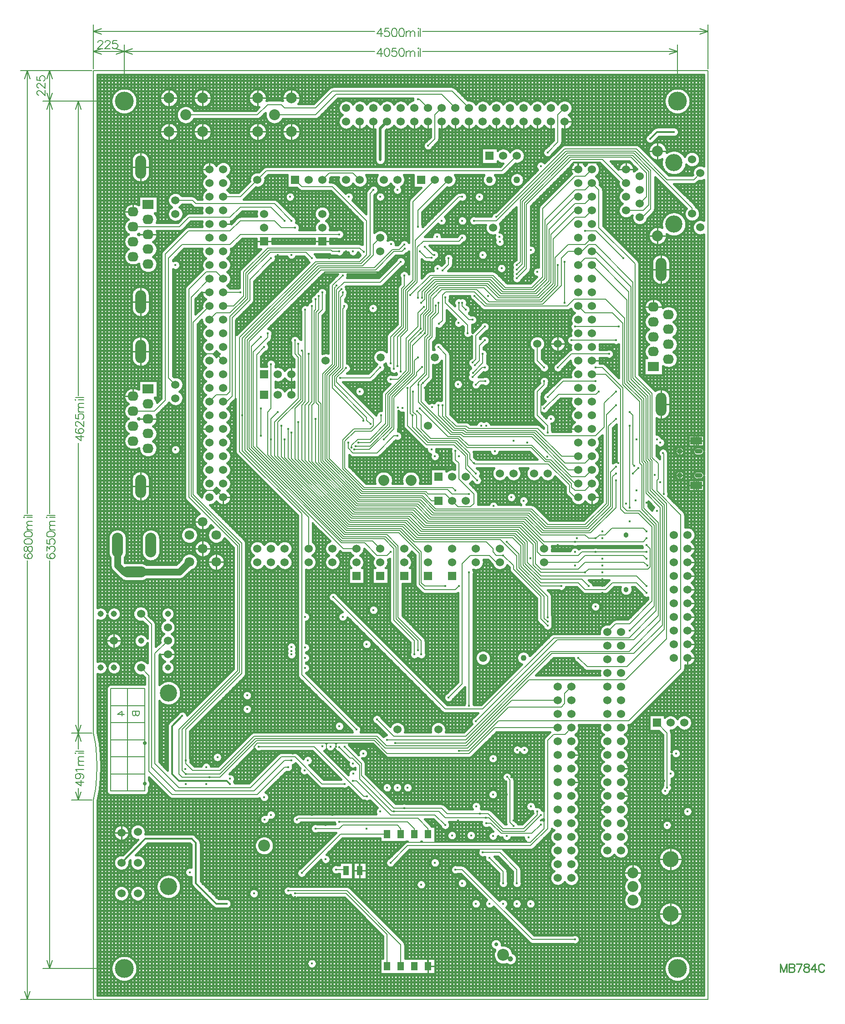
<source format=gbr>
%FSTAX23Y23*%
%MOIN*%
%SFA1B1*%

%IPPOS*%
%ADD10C,0.015000*%
%ADD73C,0.010000*%
%ADD74C,0.007000*%
%ADD75C,0.008000*%
%ADD76C,0.012000*%
%ADD78C,0.020000*%
%ADD79C,0.005000*%
%ADD80C,0.050000*%
%ADD81C,0.006000*%
%ADD82C,0.060000*%
%ADD83C,0.126000*%
%ADD84C,0.059000*%
%ADD85C,0.035000*%
%ADD86R,0.087000X0.055000*%
%ADD87C,0.055000*%
%ADD88C,0.041000*%
%ADD89R,0.060000X0.060000*%
%ADD90R,0.060000X0.060000*%
%ADD91C,0.080000*%
%ADD92C,0.118000*%
%ADD93C,0.126000*%
%ADD94C,0.045000*%
%ADD95C,0.087000*%
%ADD96C,0.050000*%
%ADD97C,0.071000*%
%ADD98C,0.028000*%
%ADD99C,0.039000*%
%ADD100O,0.080000X0.070000*%
%ADD101R,0.080000X0.070000*%
%ADD102O,0.080000X0.180000*%
%ADD103O,0.180000X0.080000*%
%ADD104C,0.038000*%
%ADD105C,0.079000*%
%ADD106C,0.079000*%
%ADD107C,0.138000*%
%ADD108C,0.126000*%
%ADD109C,0.126000*%
%ADD110C,0.043000*%
%ADD111O,0.080000X0.170000*%
%ADD112C,0.016000*%
%ADD147R,0.051000X0.059000*%
%ADD148R,0.039000X0.069000*%
%LNmb784b-1*%
%LPD*%
G54D10*
X04371Y06575D02*
D01*
X0437Y06581*
X0437Y06588*
X04368Y06594*
X04367Y06601*
X04365Y06607*
X04362Y06614*
X04359Y0662*
X04356Y06625*
X04352Y06631*
X04348Y06636*
X04344Y06641*
X04339Y06646*
X04334Y0665*
X04328Y06654*
X04323Y06658*
X04317Y06661*
X0431Y06664*
X04304Y06666*
X04298Y06668*
X04291Y06669*
X04285Y0667*
X04278Y0667*
X04271*
X04264Y0667*
X04258Y06669*
X04251Y06668*
X04245Y06666*
X04239Y06664*
X04232Y06661*
X04227Y06658*
X04221Y06654*
X04215Y0665*
X0421Y06646*
X04205Y06641*
X04201Y06636*
X04197Y06631*
X04193Y06625*
X0419Y0662*
X04187Y06614*
X04184Y06607*
X04182Y06601*
X04181Y06594*
X04179Y06588*
X04179Y06581*
X04179Y06575*
X04179Y06568*
X04179Y06561*
X04181Y06555*
X04182Y06548*
X04184Y06542*
X04187Y06535*
X0419Y06529*
X04193Y06524*
X04197Y06518*
X04201Y06513*
X04205Y06508*
X0421Y06503*
X04215Y06499*
X04221Y06495*
X04227Y06491*
X04232Y06488*
X04239Y06485*
X04245Y06483*
X04251Y06481*
X04258Y0648*
X04264Y06479*
X04271Y06479*
X04278*
X04285Y06479*
X04291Y0648*
X04298Y06481*
X04304Y06483*
X0431Y06485*
X04317Y06488*
X04323Y06491*
X04328Y06495*
X04334Y06499*
X04339Y06503*
X04344Y06508*
X04348Y06513*
X04352Y06518*
X04356Y06524*
X04359Y06529*
X04362Y06535*
X04365Y06542*
X04367Y06548*
X04368Y06555*
X0437Y06561*
X0437Y06568*
X04371Y06575*
X04286Y0635D02*
D01*
X04285Y06352*
X04285Y06355*
X04285Y06357*
X04284Y06359*
X04283Y06362*
X04282Y06364*
X04281Y06366*
X0428Y06369*
X04279Y06371*
X04277Y06373*
X04275Y06375*
X04274Y06376*
X04272Y06378*
X0427Y06379*
X04268Y06381*
X04265Y06382*
X04263Y06383*
X04261Y06384*
X04258Y06384*
X04256Y06385*
X04253Y06385*
X04251Y06385*
X04248*
X04246Y06385*
X04243Y06385*
X04241Y06384*
X04238Y06384*
X04238Y06384*
Y06317D02*
D01*
X0424Y06316*
X04242Y06315*
X04245Y06315*
X04247Y06315*
X0425Y06314*
X04252Y06315*
X04255Y06315*
X04257Y06315*
X0426Y06316*
X04262Y06317*
X04264Y06318*
X04267Y06319*
X04269Y0632*
X04271Y06322*
X04273Y06323*
X04275Y06325*
X04277Y06327*
X04278Y06329*
X0428Y06331*
X04281Y06333*
X04282Y06335*
X04283Y06337*
X04284Y0634*
X04285Y06342*
X04285Y06345*
X04285Y06347*
X04286Y0635*
X04339Y06111D02*
D01*
X04341Y06108*
X04344Y06105*
X04347Y06102*
X04351Y061*
X04354Y06098*
X04358Y06096*
X04361Y06094*
X04365Y06093*
X04369Y06092*
X04373Y06091*
X04377Y06091*
X04381Y0609*
X04385Y0609*
X04389Y06091*
X04393Y06091*
X04397Y06092*
X04401Y06093*
X04405Y06095*
X04409Y06097*
X04412Y06099*
X04416Y06101*
X04419Y06103*
X04422Y06106*
X04425Y06109*
X04428Y06112*
X0443Y06115*
X04432Y06118*
X04434Y06122*
X04436Y06126*
X04437Y06129*
X04439Y06133*
X0444Y06137*
X0444Y06141*
X04441Y06145*
X0444Y06149*
X04431Y05993D02*
D01*
X04434Y05992*
X04438Y05991*
X04442Y05991*
X04446Y05991*
X0445Y05992*
X04454Y05992*
X04458Y05993*
X04462Y05995*
X04466Y05996*
X0447Y05998*
Y061D02*
D01*
X04466Y06101*
X04462Y06103*
X04458Y06104*
X04454Y06105*
X0445Y06106*
X04446Y06106*
X04442Y06106*
X04438Y06106*
X04434Y06106*
X0443Y06105*
X04426Y06104*
X04423Y06103*
X04419Y06101*
X04415Y06099*
X04412Y06097*
X04408Y06095*
X04405Y06093*
X04402Y0609*
X044Y06087*
X04397Y06084*
X04395Y06081*
X04392Y06077*
X04391Y06074*
X04389Y0607*
X04388Y06066*
X04386Y06062*
X04386Y06058*
X04385Y06054*
X04385Y0605*
X04385Y06046*
X04385Y06042*
X04386Y06038*
X04387Y06037*
X0444Y06149D02*
D01*
X04439Y06153*
X04439Y06157*
X04438Y06161*
X04437Y06164*
X04436Y06168*
X04434Y06172*
X04433Y06176*
X04431Y06179*
X04428Y06183*
X04426Y06186*
X04423Y06189*
X0442Y06192*
X04417Y06194*
X04414Y06197*
X04411Y06199*
X04407Y06201*
X04403Y06202*
X04399Y06204*
X04396Y06205*
X04392Y06206*
X04388Y06206*
X04384Y06206*
X04379*
X04375Y06206*
X04371Y06206*
X04367Y06205*
X04364Y06204*
X0436Y06202*
X04356Y06201*
X04353Y06199*
X04349Y06197*
X04346Y06194*
X04343Y06192*
X0434Y06189*
X04337Y06186*
X04335Y06183*
X04332Y06179*
X0433Y06176*
X04329Y06172*
X04329Y06169*
D01*
X04325Y06174*
X04322Y06179*
X04318Y06184*
X04313Y06189*
X04309Y06193*
X04304Y06197*
X04299Y062*
X04293Y06204*
X04288Y06207*
X04282Y06209*
X04276Y06211*
X0427Y06213*
X04263Y06214*
X04257Y06215*
X04251Y06215*
X04245Y06215*
X04238Y06214*
X04232Y06213*
X04226Y06212*
X0422Y0621*
X04214Y06208*
X04208Y06205*
X04203Y06202*
X04197Y06198*
X04196Y06198*
X04163Y06151D02*
D01*
X04161Y06144*
X0416Y06138*
X04159Y06132*
X04159Y06126*
X04159Y06119*
X04159Y06113*
X0416Y06107*
X04162Y061*
X04164Y06094*
X04166Y06088*
X04169Y06083*
X04172Y06077*
X04175Y06072*
X04179Y06067*
X04183Y06062*
X04188Y06058*
X04193Y06054*
X04198Y0605*
X04203Y06046*
X04209Y06043*
X04215Y06041*
X0422Y06038*
X04227Y06037*
X04233Y06035*
X04239Y06034*
X04245Y06034*
X04252Y06034*
X04258Y06034*
X04264Y06035*
X0427Y06036*
X04277Y06038*
X04283Y0604*
X04288Y06042*
X04294Y06045*
X04299Y06049*
X04305Y06052*
X0431Y06056*
X04314Y06061*
X04318Y06065*
X04322Y0607*
X04326Y06076*
X04329Y06081*
X04332Y06087*
X04334Y06092*
X04337Y06099*
X04338Y06105*
X04339Y06111*
X04125Y06384D02*
D01*
X04122Y06383*
X0412Y06383*
X04117Y06383*
X04115Y06382*
X04113Y06381*
X04111Y06381*
X04109Y0638*
X04106Y06378*
X04105Y06377*
X04103Y06376*
X04101Y06374*
X04101Y06374*
X04125Y06384D02*
D01*
X04122Y06383*
X0412Y06383*
X04117Y06383*
X04115Y06382*
X04113Y06381*
X04111Y06381*
X04109Y0638*
X04106Y06378*
X04105Y06377*
X04103Y06376*
X04101Y06374*
X04101Y06374*
X0406Y06332D02*
D01*
X04057Y0633*
X04055Y06329*
X04053Y06328*
X04051Y06326*
X04049Y06324*
X04048Y06323*
X04046Y06321*
X04045Y06319*
X04044Y06317*
X04042Y06314*
X04041Y06312*
X04041Y0631*
X0404Y06307*
X0404Y06305*
X04039Y06303*
X04039Y063*
X04039Y06298*
X04039Y06295*
X0404Y06293*
X0404Y0629*
X04041Y06288*
X04042Y06286*
X04043Y06283*
X04044Y06281*
X04046Y06279*
X04047Y06277*
X04049Y06275*
X0405Y06274*
X04052Y06272*
X04054Y06271*
X04056Y06269*
X04059Y06268*
X04061Y06267*
X04063Y06266*
X04065Y06265*
X04068Y06265*
X0407Y06264*
X04073Y06264*
X04075Y06264*
X04078Y06264*
X0408Y06265*
X04083Y06265*
X04085Y06266*
X04087Y06267*
X0409Y06268*
X04092Y06269*
X04094Y0627*
X04096Y06271*
X04098Y06273*
X041Y06275*
X04101Y06276*
X04103Y06278*
X04104Y0628*
X04105Y06282*
X04107Y06285*
X04196Y06198D02*
D01*
X04196Y06202*
X04197Y06207*
X04198Y0621*
D01*
X04197Y06214*
X04197Y06219*
X04196Y06224*
X04195Y06228*
X04193Y06233*
X04192Y06237*
X0419Y06241*
X04187Y06246*
X04185Y06249*
X04182Y06253*
X04178Y06257*
X04175Y0626*
X04171Y06263*
X04168Y06266*
X04164Y06268*
X04159Y06271*
X04155Y06273*
X04151Y06274*
X04146Y06275*
X04141Y06276*
X04137Y06277*
X04132Y06277*
X04127*
X04122Y06277*
X04118Y06276*
X04113Y06275*
X04108Y06274*
X04104Y06273*
X041Y06271*
X04096Y06268*
X04091Y06266*
X04088Y06263*
X04084Y0626*
X04081Y06257*
X04077Y06253*
X04074Y06249*
X04072Y06246*
X04069Y06241*
X04067Y06237*
X04066Y06233*
X04064Y06228*
X04063Y06224*
X04062Y06219*
X04062Y06214*
X04062Y0621*
X04062Y06205*
X04062Y062*
X04063Y06195*
X04064Y06191*
X04066Y06186*
X04067Y06182*
X04069Y06178*
X04072Y06173*
X04074Y0617*
X04077Y06166*
X04081Y06162*
X04084Y06159*
X04088Y06156*
X04091Y06153*
X04096Y06151*
X041Y06148*
X04104Y06146*
X04108Y06145*
X04113Y06144*
X04118Y06143*
X04122Y06142*
X04127Y06142*
X04132*
X04137Y06142*
X04141Y06143*
X04146Y06144*
X04151Y06145*
X04155Y06146*
X04159Y06148*
X04163Y06151*
X04394Y05969D02*
D01*
X04396Y05969*
X04398Y05969*
X044Y05969*
X04402Y0597*
X04404Y0597*
X04406Y05971*
X04408Y05972*
X0441Y05973*
X04412Y05974*
X04413Y05976*
X04415Y05977*
X04416Y05978*
X04394Y05969D02*
D01*
X04396Y05969*
X04398Y05969*
X044Y05969*
X04402Y0597*
X04404Y0597*
X04406Y05971*
X04408Y05972*
X0441Y05973*
X04412Y05974*
X04413Y05976*
X04415Y05977*
X04416Y05978*
X0444Y05751D02*
D01*
X04439Y05755*
X04439Y05759*
X04438Y05763*
X04437Y05766*
X04436Y0577*
X04434Y05774*
X04433Y05778*
X04431Y05781*
X04428Y05785*
X04426Y05788*
X04423Y05791*
X0442Y05794*
X04417Y05796*
X04414Y05799*
X04413Y058*
D01*
X04412Y05802*
X04411Y05804*
X0441Y05806*
X04409Y05807*
X04408Y05809*
X04407Y05811*
X04405Y05813*
X04405Y05814*
X04413Y058D02*
D01*
X04412Y05802*
X04411Y05804*
X0441Y05806*
X04409Y05807*
X04408Y05809*
X04407Y05811*
X04405Y05813*
X04405Y05814*
X04341Y0579D02*
D01*
X04338Y05786*
X04335Y05783*
X04333Y0578*
X04331Y05776*
X0433Y05773*
X04328Y05769*
X04327Y05765*
X04326Y05761*
X04326Y05757*
X04325Y05753*
X04325Y05749*
X04325Y05745*
X04326Y05741*
X04327Y05737*
X04328Y05734*
X04329Y0573*
X04331Y05726*
X04332Y05723*
X04334Y05719*
X04337Y05716*
X04339Y05713*
X04342Y0571*
X04345Y05707*
X04348Y05705*
X04351Y05702*
X04355Y057*
X04358Y05699*
X04362Y05697*
X04366Y05696*
X0437Y05695*
X04374Y05694*
X04378Y05693*
X04382Y05693*
X04386Y05693*
X0439Y05694*
X04394Y05694*
X04397Y05695*
X04401Y05696*
X04405Y05698*
X04409Y05699*
X04412Y05701*
X04415Y05704*
X04419Y05706*
X04422Y05709*
X04425Y05712*
X04427Y05715*
X0443Y05718*
X04432Y05721*
X04434Y05725*
X04435Y05728*
X04437Y05732*
X04438Y05736*
X04439Y0574*
X04439Y05744*
X0444Y05748*
X0444Y05751*
X0447Y05702D02*
D01*
X04466Y05703*
X04462Y05705*
X04458Y05706*
X04454Y05707*
X0445Y05708*
X04446Y05708*
X04442Y05708*
X04438Y05708*
X04434Y05708*
X0443Y05707*
X04426Y05706*
X04423Y05705*
X04419Y05703*
X04415Y05701*
X04412Y05699*
X04408Y05697*
X04405Y05695*
X04402Y05692*
X044Y05689*
X04397Y05686*
X04395Y05683*
X04392Y05679*
X04391Y05676*
X04389Y05672*
X04388Y05668*
X04386Y05664*
X04386Y0566*
X04385Y05656*
X04385Y05652*
X04385Y05648*
X04385Y05644*
X04386Y0564*
X04387Y05636*
X04388Y05633*
X04389Y05629*
X04391Y05625*
X04393Y05622*
X04395Y05618*
X04397Y05615*
X044Y05612*
X04402Y05609*
X04405Y05606*
X04409Y05604*
X04412Y05602*
X04416Y056*
X04419Y05598*
X04423Y05596*
X04427Y05595*
X04431Y05594*
X04435Y05593*
X04439Y05593*
X04443Y05593*
X04447Y05593*
X04451Y05593*
X04455Y05594*
X04459Y05595*
X04462Y05596*
X04466Y05598*
X0447Y056*
X0434Y05675D02*
D01*
X04339Y05681*
X04339Y05687*
X04338Y05693*
X04336Y05699*
X04334Y05705*
X04332Y05711*
X04329Y05717*
X04326Y05722*
X04322Y05727*
X04318Y05732*
X04314Y05737*
X0431Y05741*
X04305Y05745*
X043Y05749*
X04295Y05752*
X04289Y05755*
X04283Y05758*
X04277Y0576*
X04271Y05762*
X04265Y05763*
X04259Y05764*
X04253Y05764*
X04246*
X0424Y05764*
X04234Y05763*
X04228Y05762*
X04222Y0576*
X04216Y05758*
X0421Y05755*
X04205Y05752*
X04199Y05749*
X04194Y05745*
X04189Y05741*
X04185Y05737*
X04181Y05732*
X04177Y05727*
X04173Y05722*
X0417Y05717*
X04167Y05711*
X04165Y05705*
X04163Y05699*
X04161Y05693*
X0416Y05687*
X0416Y05681*
X0416Y05675*
X0416Y05668*
X0416Y05662*
X04161Y05656*
X04163Y0565*
X04163Y05649*
X04196Y05602D02*
D01*
X04201Y05598*
X04206Y05595*
X04212Y05592*
X04218Y05589*
X04224Y05587*
X0423Y05586*
X04236Y05585*
X04242Y05584*
X04249Y05584*
X04255Y05584*
X04261Y05584*
X04268Y05586*
X04274Y05587*
X0428Y05589*
X04286Y05591*
X04291Y05594*
X04297Y05597*
X04302Y05601*
X04307Y05604*
X04312Y05609*
X04316Y05613*
X04321Y05618*
X04324Y05623*
X04328Y05628*
X04331Y05634*
X04333Y0564*
X04336Y05646*
X04337Y05652*
X04339Y05658*
X0434Y05664*
X0434Y05671*
X0434Y05675*
X04102Y05763D02*
D01*
X04103Y05764*
X04104Y05766*
X04106Y05768*
X04107Y05769*
X04108Y05771*
X04109Y05773*
X04109Y05775*
X0411Y05778*
X0411Y0578*
X0411Y05782*
X04111Y05784*
X04111Y05785*
X04102Y05763D02*
D01*
X04103Y05764*
X04104Y05766*
X04106Y05768*
X04107Y05769*
X04108Y05771*
X04109Y05773*
X04109Y05775*
X0411Y05778*
X0411Y0578*
X0411Y05782*
X04111Y05784*
X04111Y05785*
X04198Y0559D02*
D01*
X04197Y05594*
X04197Y05599*
X04196Y05602*
X04163Y05649D02*
D01*
X04158Y05651*
X04154Y05653*
X0415Y05654*
X04145Y05655*
X0414Y05656*
X04136Y05657*
X04131Y05657*
X04126Y05657*
X04122Y05657*
X04117Y05656*
X04112Y05655*
X04108Y05654*
X04103Y05652*
X04099Y0565*
X04095Y05648*
X04091Y05645*
X04087Y05642*
X04084Y05639*
X0408Y05636*
X04077Y05632*
X04074Y05628*
X04072Y05625*
X04069Y0562*
X04067Y05616*
X04066Y05612*
X04064Y05607*
X04063Y05603*
X04062Y05598*
X04062Y05593*
X04062Y05589*
X04062Y05584*
X04063Y05579*
X04064Y05575*
X04065Y0557*
X04066Y05566*
X04068Y05561*
X0407Y05557*
X04073Y05553*
X04075Y05549*
X04078Y05545*
X04082Y05542*
X04085Y05539*
X04089Y05536*
X04092Y05533*
X04097Y05531*
X04101Y05528*
X04105Y05526*
X04109Y05525*
X04114Y05524*
X04119Y05523*
X04123Y05522*
X04128Y05522*
X04133Y05522*
X04137Y05522*
X04142Y05523*
X04147Y05524*
X04151Y05525*
X04156Y05527*
X0416Y05529*
X04164Y05531*
X04168Y05534*
X04172Y05537*
X04175Y0554*
X04179Y05543*
X04182Y05547*
X04185Y05551*
X04187Y05554*
X0419Y05559*
X04192Y05563*
X04193Y05567*
X04195Y05572*
X04196Y05576*
X04197Y05581*
X04197Y05586*
X04198Y0559*
X04222Y05388D02*
D01*
X04221Y05392*
X04221Y05397*
X0422Y05402*
X04219Y05406*
X04217Y05411*
X04216Y05415*
X04214Y05419*
X04211Y05424*
X04209Y05427*
X04206Y05431*
X04202Y05435*
X04199Y05438*
X04195Y05441*
X04192Y05444*
X04188Y05446*
X04183Y05449*
X04179Y05451*
X04175Y05452*
X0417Y05453*
X04165Y05454*
X04161Y05455*
X04156Y05455*
X04151*
X04146Y05455*
X04142Y05454*
X04137Y05453*
X04132Y05452*
X04128Y05451*
X04124Y05449*
X0412Y05446*
X04115Y05444*
X04112Y05441*
X04108Y05438*
X04105Y05435*
X04101Y05431*
X04098Y05427*
X04096Y05424*
X04093Y05419*
X04091Y05415*
X0409Y05411*
X04088Y05406*
X04087Y05402*
X04086Y05397*
X04086Y05392*
X04088Y05388*
X03996Y05385D02*
D01*
X03995Y05387*
X03995Y05389*
X03995Y05391*
X03994Y05393*
X03994Y05395*
X03993Y05397*
X03992Y05399*
X03991Y05401*
X0399Y05403*
X03988Y05404*
X03987Y05406*
X03987Y05407*
X03507Y06525D02*
D01*
X03506Y06529*
X03506Y06533*
X03505Y06537*
X03504Y0654*
X03503Y06544*
X03501Y06548*
X035Y06552*
X03498Y06555*
X03495Y06559*
X03493Y06562*
X0349Y06565*
X03487Y06568*
X03484Y0657*
X03481Y06573*
X03478Y06575*
X03474Y06577*
X0347Y06578*
X03466Y0658*
X03463Y06581*
X03459Y06582*
X03455Y06582*
X03451Y06582*
X03446*
X03442Y06582*
X03438Y06582*
X03434Y06581*
X03431Y0658*
X03427Y06578*
X03423Y06577*
X0342Y06575*
X03416Y06573*
X03413Y0657*
X0341Y06568*
X03407Y06565*
X03404Y06562*
X03402Y06559*
X03399Y06555*
X034Y06553*
X03997Y06247D02*
D01*
X03995Y06248*
X03993Y06249*
X03991Y06251*
X0399Y06252*
X03988Y06253*
X03986Y06254*
X03984Y06254*
X03981Y06255*
X03979Y06255*
X03977Y06255*
X03975Y06256*
X03975Y06256*
X03997Y06247D02*
D01*
X03995Y06248*
X03993Y06249*
X03991Y06251*
X0399Y06252*
X03988Y06253*
X03986Y06254*
X03984Y06254*
X03981Y06255*
X03979Y06255*
X03977Y06255*
X03975Y06256*
X03975Y06256*
X03478Y06475D02*
D01*
X03481Y06477*
X03484Y06479*
X03487Y06481*
X0349Y06484*
X03493Y06487*
X03495Y0649*
X03498Y06493*
X035Y06497*
X03502Y06501*
X03503Y06504*
X03504Y06508*
X03505Y06512*
X03506Y06516*
X03507Y0652*
X03507Y06524*
X03507Y06525*
Y06425D02*
D01*
X03506Y06429*
X03506Y06433*
X03505Y06437*
X03504Y0644*
X03503Y06444*
X03501Y06448*
X035Y06452*
X03498Y06455*
X03495Y06459*
X03493Y06462*
X0349Y06465*
X03487Y06468*
X03484Y0647*
X03481Y06473*
X03478Y06475*
X03431Y06371D02*
D01*
X03434Y06369*
X03438Y06368*
X03442Y06368*
X03446Y06367*
X0345Y06367*
X03454Y06367*
X03458Y06368*
X03462Y06369*
X03466Y0637*
X0347Y06371*
X03473Y06372*
X03477Y06374*
X0348Y06376*
X03484Y06379*
X03487Y06381*
X0349Y06384*
X03492Y06387*
X03495Y0639*
X03497Y06393*
X03499Y06396*
X03501Y064*
X03503Y06404*
X03504Y06407*
X03505Y06411*
X03506Y06415*
X03506Y06419*
X03507Y06423*
X03507Y06425*
X034Y06553D02*
D01*
X03397Y06556*
X03395Y06559*
X03393Y06562*
X0339Y06565*
X03387Y06568*
X03384Y0657*
X03381Y06573*
X03377Y06575*
X03373Y06577*
X0337Y06578*
X03366Y06579*
X03362Y0658*
X03358Y06581*
X03354Y06582*
X0335Y06582*
X03346Y06582*
X03342Y06581*
X03338Y06581*
X03334Y0658*
X03331Y06579*
X03327Y06577*
X03323Y06575*
X0332Y06573*
X03316Y06571*
X03313Y06569*
X0331Y06566*
X03307Y06563*
X03305Y0656*
X03302Y06557*
X033Y06554*
X033Y06553*
D01*
X03297Y06556*
X03295Y06559*
X03293Y06562*
X0329Y06565*
X03287Y06568*
X03284Y0657*
X03281Y06573*
X03277Y06575*
X03273Y06577*
X0327Y06578*
X03266Y06579*
X03262Y0658*
X03258Y06581*
X03254Y06582*
X0325Y06582*
X03246Y06582*
X03242Y06581*
X03238Y06581*
X03234Y0658*
X03231Y06579*
X03227Y06577*
X03223Y06575*
X0322Y06573*
X03216Y06571*
X03213Y06569*
X0321Y06566*
X03207Y06563*
X03205Y0656*
X03202Y06557*
X032Y06554*
X032Y06553*
X033Y06397D02*
D01*
X03302Y06393*
X03304Y0639*
X03306Y06387*
X03309Y06384*
X03312Y06381*
X03315Y06379*
X03318Y06376*
X03322Y06374*
X03326Y06372*
X03329Y06371*
X03333Y0637*
X03337Y06369*
X03341Y06368*
X03345Y06367*
X03349Y06367*
X03353Y06367*
X03357Y06368*
X03361Y06368*
X03365Y06369*
X03368Y0637*
X03369Y06371*
X032Y06397D02*
D01*
X03202Y06393*
X03204Y0639*
X03206Y06387*
X03209Y06384*
X03212Y06381*
X03215Y06379*
X03218Y06376*
X03222Y06374*
X03226Y06372*
X03229Y06371*
X03233Y0637*
X03237Y06369*
X03241Y06368*
X03245Y06367*
X03249Y06367*
X03253Y06367*
X03257Y06368*
X03261Y06368*
X03265Y06369*
X03268Y0637*
X03272Y06372*
X03276Y06374*
X03279Y06376*
X03283Y06378*
X03286Y0638*
X03289Y06383*
X03292Y06386*
X03294Y06389*
X03297Y06392*
X03299Y06395*
X033Y06397*
X03422Y06253D02*
D01*
X03423Y06254*
X03424Y06256*
X03426Y06258*
X03427Y06259*
X03428Y06261*
X03429Y06263*
X03429Y06265*
X0343Y06268*
X0343Y0627*
X0343Y06272*
X03431Y06274*
X03431Y06275*
X03422Y06253D02*
D01*
X03423Y06254*
X03424Y06256*
X03426Y06258*
X03427Y06259*
X03428Y06261*
X03429Y06263*
X03429Y06265*
X0343Y06268*
X0343Y0627*
X0343Y06272*
X03431Y06274*
X03431Y06275*
X0345Y06256D02*
D01*
X03447Y06255*
X03445Y06255*
X03443Y06255*
X03441Y06254*
X03439Y06254*
X03437Y06253*
X03435Y06252*
X03433Y06251*
X03431Y0625*
X0343Y06248*
X03428Y06247*
X03428Y06247*
X0345Y06256D02*
D01*
X03447Y06255*
X03445Y06255*
X03443Y06255*
X03441Y06254*
X03439Y06254*
X03437Y06253*
X03435Y06252*
X03433Y06251*
X03431Y0625*
X0343Y06248*
X03428Y06247*
X03428Y06247*
X03315Y06234D02*
D01*
X03312Y06233*
X0331Y06232*
X03308Y06231*
X03306Y06229*
X03303Y06228*
X03302Y06226*
X033Y06225*
X03298Y06223*
X03296Y06221*
X03295Y06219*
X03294Y06217*
X03293Y06215*
X03292Y06213*
X03291Y0621*
X0329Y06208*
X0329Y06205*
X03289Y06203*
X03289Y062*
X03289Y06198*
X03289Y06196*
X0329Y06193*
X0329Y06191*
X03291Y06188*
X03292Y06186*
X03293Y06184*
X03294Y06182*
X03295Y06179*
X03297Y06177*
X03298Y06176*
X033Y06174*
X03302Y06172*
X03304Y06171*
X03306Y06169*
X03308Y06168*
X0331Y06167*
X03313Y06166*
X03315Y06165*
X03317Y06165*
X0332Y06164*
X03322Y06164*
X03325Y06164*
X03327Y06164*
X0333Y06164*
X03332Y06165*
X03335Y06166*
X03337Y06166*
X03339Y06167*
X03341Y06168*
X03343Y0617*
X03346Y06171*
X03347Y06173*
X03349Y06174*
X03351Y06176*
X03353Y06178*
X03354Y0618*
X03355Y06182*
X03356Y06184*
X03357Y06186*
X03358Y06189*
X03359Y0619*
X03957Y06075D02*
D01*
X03956Y06079*
X03956Y06083*
X03955Y06087*
X03954Y0609*
X03953Y06094*
X03951Y06098*
X0395Y06102*
X03948Y06105*
X03945Y06109*
X03943Y06112*
X03943Y06113*
X03978Y06078D02*
D01*
X03974Y06076*
X0397Y06074*
X03967Y06072*
X03964Y06069*
X03961Y06067*
X03958Y06064*
X03956Y06062*
X03938Y06118D02*
D01*
X03934Y0612*
X03931Y06122*
X03928Y06124*
X03924Y06126*
X03921Y06128*
X03917Y06129*
X03913Y0613*
X03909Y06131*
X03905Y06132*
X03901Y06132*
X03897Y06132*
X03893Y06132*
X03889Y06131*
X03885Y0613*
X03881Y06129*
X03878Y06128*
X03874Y06126*
X0387Y06124*
X03867Y06122*
X03864Y06119*
X03861Y06117*
X03858Y06114*
X03855Y06111*
X03853Y06108*
X03851Y06104*
X03849Y06101*
X03847Y06097*
X03845Y06094*
X03844Y0609*
X03843Y06086*
X03843Y06082*
X03842Y06078*
X03843Y06076*
X03956Y06062D02*
D01*
X03956Y06065*
X03957Y06069*
X03957Y06073*
X03957Y06075*
X03844Y05987D02*
D01*
X03843Y05983*
X03842Y05979*
X03842Y05975*
X03842Y05971*
X03843Y05967*
X03843Y05963*
X03844Y05959*
X03846Y05955*
X03847Y05951*
X03849Y05948*
X03851Y05944*
X03853Y05941*
X03856Y05938*
X03858Y05935*
X03861Y05932*
X03864Y05929*
X03867Y05927*
X03871Y05925*
X03872Y05925*
D01*
X03868Y05922*
X03865Y0592*
X03862Y05918*
X03859Y05915*
X03856Y05912*
X03854Y05909*
X03851Y05906*
X03849Y05902*
X03847Y05898*
X03846Y05895*
X03845Y05891*
X03844Y05887*
X03843Y05883*
X03842Y05879*
X03842Y05875*
X03842Y05871*
X03843Y05867*
X03843Y05863*
X03844Y05859*
X03845Y05856*
X03847Y05852*
X03849Y05848*
X03851Y05845*
X03853Y05841*
X03855Y05838*
X03858Y05835*
X03861Y05832*
X03864Y0583*
X03867Y05827*
X0387Y05825*
X03872Y05825*
D01*
X03868Y05822*
X03865Y0582*
X03862Y05818*
X03859Y05815*
X03856Y05812*
X03854Y05809*
X03851Y05806*
X03849Y05802*
X03847Y05798*
X03846Y05795*
X03845Y05791*
X03844Y05787*
X03843Y05783*
X03842Y05779*
X03842Y05775*
X03842Y05771*
X03843Y05767*
X03843Y05763*
X03844Y05759*
X03845Y05756*
X03847Y05752*
X03849Y05748*
X03851Y05745*
X03853Y05741*
X03855Y05738*
X03858Y05735*
X03861Y05732*
X03864Y0573*
X03867Y05727*
X0387Y05725*
X03874Y05723*
X03877Y05722*
X03881Y0572*
X03885Y05719*
X03889Y05718*
X03893Y05718*
X03897Y05717*
X03901Y05717*
X03905Y05717*
X03909Y05718*
X03913Y05719*
X03916Y0572*
X0392Y05721*
X03924Y05723*
X03928Y05725*
X03931Y05727*
X03934Y05729*
X03937Y05731*
X0394Y05734*
X03943Y05737*
X03944Y05738*
D01*
X03943Y05734*
X03942Y0573*
X03942Y05726*
X03942Y05722*
X03942Y05718*
X03943Y05714*
X03944Y0571*
X03945Y05706*
X03947Y05702*
X03948Y05698*
X0395Y05695*
X03952Y05692*
X03955Y05688*
X03957Y05685*
X0396Y05683*
X03963Y0568*
X03966Y05677*
X0397Y05675*
X03973Y05673*
X03977Y05672*
X03981Y0567*
X03985Y05669*
X03988Y05668*
X03992Y05667*
X03996Y05667*
X04Y05667*
X04004Y05667*
X04008Y05668*
X04012Y05668*
X04016Y0567*
X0402Y05671*
X04024Y05672*
X04027Y05674*
X04031Y05676*
X04034Y05679*
X04037Y05681*
X0404Y05684*
X04043Y05687*
X04045Y0569*
X04048Y05693*
X0405Y05697*
X04052Y057*
X04053Y05704*
X04054Y05708*
X04056Y05712*
X04056Y05715*
X04057Y05718*
X03996Y05385D02*
D01*
X03995Y05387*
X03995Y05389*
X03995Y05391*
X03994Y05393*
X03994Y05395*
X03993Y05397*
X03992Y05399*
X03991Y05401*
X0399Y05403*
X03988Y05404*
X03987Y05406*
X03987Y05407*
X03707Y06075D02*
D01*
X03706Y06079*
X03706Y06083*
X03705Y06087*
X03704Y0609*
X03703Y06094*
X03701Y06098*
X037Y06102*
X03698Y06105*
X03695Y06109*
X03693Y06112*
X0369Y06115*
X03687Y06118*
X03687Y06119*
X03613D02*
D01*
X0361Y06116*
X03607Y06113*
X03604Y0611*
X03602Y06107*
X036Y06103*
X036Y06103*
X03678Y06025D02*
D01*
X03681Y06027*
X03684Y06029*
X03687Y06031*
X0369Y06034*
X03693Y06037*
X03695Y0604*
X03698Y06043*
X037Y06047*
X03702Y06051*
X03703Y06054*
X03704Y06058*
X03705Y06062*
X03706Y06066*
X03707Y0607*
X03707Y06074*
X03707Y06075*
Y05975D02*
D01*
X03706Y05979*
X03706Y05983*
X03705Y05987*
X03704Y0599*
X03703Y05994*
X03701Y05998*
X037Y06002*
X03698Y06005*
X03695Y06009*
X03693Y06012*
X0369Y06015*
X03687Y06018*
X03684Y0602*
X03681Y06023*
X03678Y06025*
X036Y06103D02*
D01*
X03597Y06106*
X03595Y06109*
X03593Y06112*
X0359Y06115*
X03587Y06118*
X03587Y06119*
X03507Y06113D02*
D01*
X03504Y06109*
X03502Y06106*
X035Y06103*
X03498Y06099*
X03496Y06096*
X03495Y06092*
X03494Y06088*
X03493Y06084*
X03492Y0608*
X03492Y06076*
X03492Y06072*
X03492Y06068*
X03493Y06064*
X03494Y0606*
X03495Y06056*
X03496Y06053*
X03498Y06049*
X035Y06045*
X03501Y06045*
X03303Y06122D02*
D01*
X03301Y06123*
X03299Y06125*
X03297Y06127*
X03295Y06128*
X03293Y0613*
X03291Y06131*
X03289Y06132*
X03287Y06133*
X03284Y06134*
X03282Y06134*
X03279Y06135*
X03277Y06135*
X03274Y06135*
X03272Y06135*
X03269Y06135*
X03267Y06134*
X03265Y06134*
X03262Y06133*
X0326Y06132*
X03258Y06131*
X03256Y0613*
X03253Y06128*
X03252Y06127*
X0325Y06125*
X03248Y06123*
X03246Y06121*
X03245Y06119*
X03244Y06117*
X03242Y06115*
X03241Y06113*
X03241Y0611*
X0324Y06108*
X03239Y06106*
X03239Y06103*
X03239Y06101*
X03239Y06098*
X03239Y06096*
X03239Y06093*
X0324Y06091*
X03241Y06088*
X03242Y06086*
X03243Y06084*
X03244Y06082*
X03245Y0608*
X03247Y06078*
X03248Y06076*
X0325Y06074*
X03252Y06072*
X03253Y06072*
X03706Y05963D02*
D01*
X03706Y05966*
X03707Y0597*
X03707Y05974*
X03707Y05975*
X03731Y05925D02*
D01*
X0373Y05927*
X0373Y05929*
X0373Y05931*
X03729Y05933*
X03729Y05935*
X03728Y05937*
X03727Y05939*
X03726Y05941*
X03725Y05943*
X03723Y05944*
X03722Y05946*
X03722Y05947*
X03731Y05925D02*
D01*
X0373Y05927*
X0373Y05929*
X0373Y05931*
X03729Y05933*
X03729Y05935*
X03728Y05937*
X03727Y05939*
X03726Y05941*
X03725Y05943*
X03723Y05944*
X03722Y05946*
X03722Y05947*
X03268Y05812D02*
D01*
X03266Y0581*
X03265Y05808*
X03263Y05806*
X03262Y05805*
X03261Y05803*
X0326Y05801*
X0326Y05799*
X03259Y05796*
X03259Y05794*
X03259Y05792*
X03258Y0579*
X03259Y0579*
X03268Y05812D02*
D01*
X03266Y0581*
X03265Y05808*
X03263Y05806*
X03262Y05805*
X03261Y05803*
X0326Y05801*
X0326Y05799*
X03259Y05796*
X03259Y05794*
X03259Y05792*
X03258Y0579*
X03259Y0579*
X04246Y04958D02*
D01*
X04249Y0496*
X04253Y04962*
X04256Y04965*
X04259Y04968*
X04262Y04971*
X04265Y04975*
X04267Y04978*
X04269Y04982*
X04271Y04986*
X04273Y0499*
X04274Y04994*
X04275Y04998*
X04276Y05003*
X04277Y05007*
X04277Y05011*
X04278Y05013*
D01*
X04277Y05017*
X04277Y05021*
X04276Y05025*
X04275Y0503*
X04274Y05034*
X04272Y05038*
X0427Y05042*
X04268Y05045*
X04266Y05049*
X04263Y05052*
X0426Y05056*
X04257Y05059*
X04254Y05061*
X0425Y05064*
X04247Y05066*
X04243Y05068*
X04239Y0507*
X04235Y05071*
X0423Y05073*
X04226Y05074*
X04222Y05074*
X04218Y05074*
X04215Y05076*
X04278Y04904D02*
D01*
X04277Y04908*
X04277Y04912*
X04276Y04916*
X04275Y04921*
X04274Y04925*
X04272Y04929*
X0427Y04933*
X04268Y04936*
X04266Y0494*
X04263Y04943*
X0426Y04947*
X04257Y0495*
X04254Y04952*
X0425Y04955*
X04247Y04957*
X04246Y04958*
X04088Y05298D02*
D01*
X04088Y05293*
X04088Y05288*
X04089Y05283*
X0409Y05279*
X04092Y05274*
X04093Y0527*
X04095Y05266*
X04098Y05261*
X041Y05258*
X04103Y05254*
X04107Y0525*
X0411Y05247*
X04114Y05244*
X04117Y05241*
X04122Y05239*
X04126Y05236*
X0413Y05234*
X04134Y05233*
X04139Y05232*
X04144Y05231*
X04148Y0523*
X04153Y0523*
X04158*
X04163Y0523*
X04167Y05231*
X04172Y05232*
X04177Y05233*
X04181Y05234*
X04185Y05236*
X0419Y05239*
X04194Y05241*
X04197Y05244*
X04201Y05247*
X04204Y0525*
X04208Y05254*
X04211Y05258*
X04213Y05261*
X04216Y05266*
X04218Y0527*
X04219Y05274*
X04221Y05279*
X04222Y05283*
X04223Y05288*
X04223Y05293*
X04222Y05298*
X04205Y05076D02*
D01*
X042Y05075*
X04196Y05075*
X04192Y05074*
X04187Y05073*
X04183Y05072*
X04179Y0507*
X04175Y05068*
X04172Y05066*
X04168Y05064*
X04167Y05063*
X04246Y0485D02*
D01*
X04249Y04852*
X04253Y04854*
X04256Y04857*
X04259Y0486*
X04262Y04863*
X04265Y04867*
X04267Y0487*
X04269Y04874*
X04271Y04878*
X04273Y04882*
X04274Y04886*
X04275Y0489*
X04276Y04895*
X04277Y04899*
X04277Y04903*
X04278Y04904*
Y04795D02*
D01*
X04277Y04799*
X04277Y04803*
X04276Y04807*
X04275Y04812*
X04274Y04816*
X04272Y0482*
X0427Y04824*
X04268Y04827*
X04266Y04831*
X04263Y04834*
X0426Y04838*
X04257Y04841*
X04254Y04843*
X0425Y04846*
X04247Y04848*
X04246Y0485*
Y0474D02*
D01*
X04249Y04742*
X04253Y04744*
X04256Y04747*
X04259Y0475*
X04262Y04753*
X04265Y04757*
X04267Y0476*
X04269Y04764*
X04271Y04768*
X04273Y04772*
X04274Y04776*
X04275Y0478*
X04276Y04785*
X04277Y04789*
X04277Y04793*
X04278Y04795*
Y04686D02*
D01*
X04277Y0469*
X04277Y04694*
X04276Y04698*
X04275Y04703*
X04274Y04707*
X04272Y04711*
X0427Y04715*
X04268Y04718*
X04266Y04722*
X04263Y04725*
X0426Y04729*
X04257Y04732*
X04254Y04734*
X0425Y04737*
X04247Y04739*
X04246Y0474*
X04215Y04623D02*
D01*
X04219Y04623*
X04223Y04623*
X04227Y04624*
X04232Y04625*
X04236Y04626*
X0424Y04628*
X04244Y0463*
X04247Y04632*
X04251Y04634*
X04254Y04637*
X04258Y0464*
X04261Y04643*
X04263Y04646*
X04266Y0465*
X04268Y04654*
X0427Y04657*
X04272Y04661*
X04273Y04665*
X04275Y0467*
X04276Y04674*
X04276Y04678*
X04276Y04682*
X04278Y04686*
X04168Y04636D02*
D01*
X04171Y04633*
X04175Y04631*
X04179Y04629*
X04183Y04627*
X04187Y04626*
X04191Y04624*
X04195Y04624*
X042Y04623*
X04204Y04623*
X04205Y04623*
X04168Y05068D02*
D01*
X04167Y05072*
X04167Y05076*
X04166Y0508*
X04165Y05085*
X04164Y05089*
X04162Y05093*
X0416Y05097*
X04158Y051*
X04156Y05104*
X04153Y05107*
X0415Y05111*
X04147Y05114*
X04144Y05116*
X0414Y05119*
X04137Y05121*
X04133Y05123*
X04129Y05125*
X04125Y05126*
X0412Y05128*
X04116Y05129*
X04112Y05129*
X04108Y05129*
X04105Y0513*
X04167Y05063D02*
D01*
X04167Y05067*
X04168Y05068*
X04095Y0513D02*
D01*
X0409Y05129*
X04086Y05129*
X04082Y05128*
X04077Y05127*
X04073Y05126*
X04069Y05124*
X04065Y05122*
X04062Y0512*
X04058Y05118*
X04055Y05115*
X04051Y05112*
X04048Y05109*
X04046Y05106*
X04043Y05102*
X04041Y05099*
X04039Y05095*
X04037Y05091*
X04036Y05087*
X04034Y05082*
X04033Y05078*
X04033Y05074*
X04033Y0507*
Y05065*
X04033Y05061*
X04033Y05057*
X04034Y05053*
X04036Y05048*
X04037Y05044*
X04039Y0504*
X04041Y05037*
X04043Y05033*
X04046Y05029*
X04048Y05026*
X04051Y05023*
X04055Y0502*
X04058Y05017*
X04062Y05015*
X04064Y05014*
D01*
X0406Y05011*
X04056Y05009*
X04053Y05006*
X0405Y05003*
X04047Y05*
X04044Y04996*
X04042Y04993*
X0404Y04989*
X04038Y04985*
X04036Y04981*
X04035Y04977*
X04034Y04973*
X04033Y04968*
X04032Y04964*
X04032Y0496*
X04032Y04955*
X04033Y04951*
X04034Y04947*
X04035Y04942*
X04036Y04938*
X04038Y04934*
X04039Y0493*
X04042Y04927*
X04044Y04923*
X04047Y0492*
X0405Y04916*
X04053Y04913*
X04056Y04911*
X0406Y04908*
X04063Y04906*
X04064Y04905*
D01*
X0406Y04902*
X04056Y049*
X04053Y04897*
X0405Y04894*
X04047Y04891*
X04044Y04887*
X04042Y04884*
X0404Y0488*
X04038Y04876*
X04036Y04872*
X04035Y04868*
X04034Y04864*
X04033Y04859*
X04032Y04855*
X04032Y04851*
X04032Y04846*
X04033Y04842*
X04034Y04838*
X04035Y04833*
X04036Y04829*
X04038Y04825*
X04039Y04821*
X04042Y04818*
X04044Y04814*
X04047Y04811*
X0405Y04807*
X04053Y04804*
X04056Y04802*
X0406Y04799*
X04063Y04797*
X04064Y04795*
D01*
X0406Y04792*
X04056Y0479*
X04053Y04787*
X0405Y04784*
X04047Y04781*
X04044Y04777*
X04042Y04774*
X0404Y0477*
X04038Y04766*
X04036Y04762*
X04035Y04758*
X04034Y04754*
X04033Y04749*
X04032Y04745*
X04032Y04741*
X04032Y04736*
X04033Y04732*
X04034Y04728*
X04035Y04723*
X04036Y04719*
X04038Y04715*
X04039Y04711*
X04042Y04708*
X04044Y04704*
X04047Y04701*
X0405Y04697*
X04053Y04694*
X04053Y04694*
X03808Y04794D02*
D01*
X0381Y04792*
X03812Y04791*
X03814Y04791*
X03817Y0479*
X03819Y0479*
X03822Y04789*
X03824Y04789*
X03827Y04789*
X03829Y04789*
X03831Y0479*
X03834Y0479*
X03836Y04791*
X03838Y04792*
X03841Y04793*
X03843Y04794*
X03844Y04795*
X0447Y0402D02*
D01*
X04469Y04022*
X04468Y04023*
X04467Y04025*
X04466Y04027*
X04465Y04029*
X04464Y04031*
X04462Y04032*
X04461Y04034*
X04459Y04035*
X04458Y04036*
X04456Y04037*
X04454Y04038*
X04452Y04039*
X0445Y0404*
X04448Y04041*
X04446Y04041*
X04444Y04041*
X04442Y04042*
X0444Y04042*
X04438Y04041*
X04436Y04041*
X04435Y04042*
Y03983D02*
D01*
X04437Y03982*
X04439Y03982*
X04441Y03982*
X04443Y03982*
X04445Y03983*
X04447Y03983*
X04449Y03984*
X04451Y03984*
X04453Y03985*
X04455Y03986*
X04457Y03987*
X04458Y03989*
X0446Y0399*
X04462Y03992*
X04463Y03993*
X04464Y03995*
X04465Y03997*
X04466Y03998*
X04467Y04*
X04468Y04002*
X04469Y04004*
X0447Y04005*
X04435Y04042D02*
D01*
X04432Y04042*
X0443Y04042*
X04428Y04042*
X04426Y04042*
X04425Y04042*
Y03983D02*
D01*
X04427Y03982*
X04429Y03982*
X04431Y03982*
X04433Y03982*
X04435Y03983*
X04425Y04042D02*
D01*
X04422Y04042*
X0442Y04042*
X04418Y04042*
X04416Y04042*
X04414Y04041*
X04412Y04041*
X0441Y0404*
X04408Y0404*
X04406Y04039*
X04404Y04038*
X04402Y04037*
X04401Y04035*
X04399Y04034*
X04397Y04032*
X04396Y04031*
X04395Y04029*
X04394Y04027*
X04393Y04026*
X04392Y04024*
X04391Y04022*
X0439Y0402*
X0439Y04018*
X04389Y04015*
X04389Y04013*
X04389Y04011*
X04389Y04009*
X04389Y04007*
X0439Y04005*
X0439Y04003*
X04391Y04001*
X04392Y03999*
X04393Y03997*
X04394Y03995*
X04395Y03993*
X04396Y03992*
X04398Y0399*
X04399Y03989*
X04401Y03987*
X04403Y03986*
X04405Y03985*
X04406Y03984*
X04408Y03983*
X0441Y03982*
X04412Y03982*
X04415Y03982*
X04417Y03981*
X04419Y03981*
X04421Y03981*
X04423Y03981*
X04425Y03983*
X04121Y04254D02*
D01*
X04125Y04251*
X04129Y04249*
X04133Y04248*
X04138Y04246*
X04142Y04245*
X04147Y04245*
X04152Y04244*
X04156Y04244*
X04161Y04245*
X04166Y04245*
X0417Y04246*
X04175Y04247*
X04179Y04249*
X04184Y04251*
X04188Y04253*
X04192Y04256*
X04196Y04258*
X04199Y04261*
X04203Y04264*
X04206Y04268*
X04209Y04272*
X04211Y04275*
X04214Y0428*
X04216Y04284*
X04218Y04288*
X04219Y04293*
X0422Y04297*
X04221Y04302*
X04222Y04306*
X04222Y04311*
X04222Y04312*
Y04402D02*
D01*
X04221Y04406*
X04221Y04411*
X0422Y04416*
X04219Y0442*
X04217Y04425*
X04216Y04429*
X04214Y04433*
X04211Y04438*
X04209Y04441*
X04206Y04445*
X04202Y04449*
X04199Y04452*
X04195Y04455*
X04192Y04458*
X04188Y0446*
X04183Y04463*
X04179Y04465*
X04175Y04466*
X0417Y04467*
X04165Y04468*
X04161Y04469*
X04156Y04469*
X04151*
X04146Y04469*
X04142Y04468*
X04137Y04467*
X04132Y04466*
X04128Y04465*
X04124Y04463*
X0412Y0446*
X04115Y04458*
X04113Y04455*
X04325Y04013D02*
D01*
X04324Y04015*
X04324Y04017*
X04324Y04019*
X04323Y04022*
X04323Y04024*
X04322Y04026*
X04321Y04028*
X04319Y0403*
X04318Y04032*
X04317Y04034*
X04315Y04035*
X04314Y04037*
X04312Y04039*
X0431Y0404*
X04308Y04041*
X04306Y04042*
X04304Y04043*
X04302Y04044*
X04299Y04045*
X04297Y04045*
X04295Y04045*
X04293Y04045*
X0429*
X04288Y04045*
X04286Y04045*
X04284Y04045*
X04281Y04044*
X04279Y04043*
X04277Y04042*
X04275Y04041*
X04273Y0404*
X04271Y04039*
X04269Y04037*
X04268Y04035*
X04266Y04034*
X04265Y04032*
X04264Y0403*
X04262Y04028*
X04261Y04026*
X0426Y04024*
X0426Y04022*
X04259Y04019*
X04259Y04017*
X04259Y04015*
X04259Y04013*
X04259Y0401*
X04259Y04008*
X04259Y04006*
X0426Y04003*
X0426Y04001*
X04261Y03999*
X04262Y03997*
X04264Y03995*
X04265Y03993*
X04266Y03991*
X04268Y0399*
X04269Y03988*
X04271Y03986*
X04273Y03985*
X04275Y03984*
X04277Y03983*
X04279Y03982*
X04281Y03981*
X04284Y0398*
X04286Y0398*
X04288Y0398*
X0429Y0398*
X04293*
X04295Y0398*
X04297Y0398*
X04299Y0398*
X04302Y03981*
X04304Y03982*
X04306Y03983*
X04308Y03984*
X0431Y03985*
X04312Y03986*
X04314Y03988*
X04315Y0399*
X04317Y03991*
X04318Y03993*
X04319Y03995*
X04321Y03997*
X04322Y03999*
X04323Y04001*
X04323Y04003*
X04324Y04006*
X04324Y04008*
X04324Y0401*
X04325Y04013*
X04206Y03995D02*
D01*
X04205Y03997*
X04205Y03999*
X04205Y04001*
X04206Y03995D02*
D01*
X04205Y03997*
X04205Y03999*
X04205Y04001*
X04186Y04075D02*
D01*
X04185Y04077*
X04185Y0408*
X04185Y04082*
X04184Y04084*
X04183Y04087*
X04182Y04089*
X04181Y04091*
X0418Y04094*
X04179Y04096*
X04177Y04098*
X04175Y041*
X04174Y04101*
X04172Y04103*
X0417Y04104*
X04168Y04106*
X04165Y04107*
X04163Y04108*
X04161Y04109*
X04159Y04109*
D01*
X04158Y04111*
X04157Y04113*
X04156Y04115*
X04155Y04118*
X04153Y0412*
X04152Y04122*
X0415Y04123*
X04149Y04125*
X04147Y04127*
X04145Y04128*
X04143Y0413*
X04141Y04131*
X04138Y04132*
X04136Y04133*
X04134Y04133*
X04131Y04134*
X04129Y04134*
X04126Y04135*
X04124Y04135*
X04122Y04135*
X04121Y04135*
Y04055D02*
D01*
X04122Y04053*
X04124Y04051*
X04125Y04049*
X04127Y04047*
X04129Y04046*
X04131Y04044*
X04133Y04043*
X04136Y04042*
X04138Y04041*
X0414Y04041*
X04143Y0404*
X04145Y0404*
X04147Y04039*
X0415Y04039*
X04152Y04039*
X04155Y0404*
X04157Y0404*
X0416Y04041*
X04162Y04042*
X04164Y04042*
X04166Y04044*
X04168Y04045*
X0417Y04046*
X04172Y04048*
X04174Y04049*
X04176Y04051*
X04177Y04053*
X04179Y04055*
X0418Y04057*
X04181Y04059*
X04182Y04062*
X04183Y04064*
X04184Y04066*
X04184Y04069*
X04185Y04071*
X04185Y04074*
X04186Y04075*
X04205Y04001D02*
D01*
X04204Y04003*
X04204Y04005*
X04204Y04008*
X04203Y0401*
X04202Y04012*
X04201Y04015*
X042Y04017*
X04199Y04019*
X04197Y04021*
X04196Y04023*
X04194Y04025*
X04192Y04026*
X0419Y04028*
X04188Y04029*
X04186Y0403*
X04184Y04031*
X04182Y04032*
X04179Y04033*
X04177Y04034*
X04175Y04034*
X04172Y04034*
X0417Y04035*
X04167Y04034*
X04165Y04034*
X04162Y04034*
X0416Y04033*
X04158Y04032*
X04155Y04032*
X04153Y04031*
X04151Y04029*
X04149Y04028*
X04147Y04026*
X04145Y04025*
X04144Y04023*
X04142Y04021*
X04141Y04019*
X04139Y04017*
X04138Y04015*
X04137Y04013*
X04136Y04011*
X04136Y04008*
X04135Y04006*
X04135Y04003*
X04135Y04001*
X04135Y03999*
X04135Y03996*
X04135Y03994*
X04135Y03991*
X04136Y03989*
X04137Y03987*
X04138Y03984*
X04139Y03982*
X0414Y0398*
X04142Y03978*
X04143Y03976*
X04144Y03976*
X03496Y05057D02*
D01*
X03497Y05053*
X03499Y05049*
X035Y05046*
X03503Y05042*
X03505Y05039*
X03507Y05036*
X0351Y05033*
X03513Y05031*
X03516Y05028*
X0352Y05026*
X03522Y05025*
D01*
X03518Y05022*
X03515Y0502*
X03512Y05018*
X03509Y05015*
X03506Y05012*
X03504Y05009*
X03501Y05006*
X03499Y05002*
X03497Y04998*
X03496Y04995*
X03495Y04991*
X03494Y04987*
X03493Y04983*
X03492Y04979*
X03492Y04975*
X03492Y04971*
X03493Y04967*
X03493Y04963*
X03494Y04959*
X03495Y04956*
X03497Y04952*
X03499Y04949*
Y04901D02*
D01*
X03497Y04897*
X03495Y04893*
X03494Y04889*
X03493Y04885*
X03493Y04881*
X03492Y04878*
X03492Y04874*
X03492Y0487*
X03493Y04866*
X03494Y04862*
X03494Y0486*
X0381Y04725D02*
D01*
X03809Y04727*
X03809Y0473*
X03809Y04732*
X03808Y04734*
X03807Y04737*
X03806Y04739*
X03805Y04741*
X03804Y04744*
X03803Y04746*
X03801Y04748*
X03799Y0475*
X03798Y04751*
X03796Y04753*
X03794Y04754*
X03792Y04756*
X03789Y04757*
X03787Y04758*
X03785Y04759*
X03782Y04759*
X0378Y0476*
X03777Y0476*
X03775Y0476*
X03772*
X0377Y0476*
X03767Y0476*
X03765Y04759*
X03762Y04759*
X0376Y04758*
X03758Y04757*
X03758Y04756*
X03707Y04775D02*
D01*
X03706Y04779*
X03706Y04783*
X03705Y04787*
X03704Y0479*
X03704Y04794*
Y04756D02*
D01*
X03705Y04759*
X03706Y04763*
X03706Y04767*
X03707Y04771*
X03707Y04775*
X0347Y05044D02*
D01*
X03472Y05044*
X03474Y05044*
X03476Y05044*
X03478Y05045*
X0348Y05045*
X03482Y05046*
X03484Y05047*
X03486Y05048*
X03488Y05049*
X03489Y05051*
X03491Y05052*
X03492Y05053*
X0347Y05044D02*
D01*
X03472Y05044*
X03474Y05044*
X03476Y05044*
X03478Y05045*
X0348Y05045*
X03482Y05046*
X03484Y05047*
X03486Y05048*
X03488Y05049*
X03489Y05051*
X03491Y05052*
X03492Y05053*
X03499Y04949D02*
D01*
X03497Y04947*
X03495Y04945*
X03494Y04943*
X03493Y0494*
X03492Y04938*
X03491Y04936*
X0349Y04933*
X0349Y04931*
X03489Y04929*
X03489Y04926*
X03489Y04924*
X03489Y04921*
X0349Y04919*
X0349Y04916*
X03491Y04914*
X03492Y04912*
X03493Y04909*
X03494Y04907*
X03495Y04905*
X03496Y04903*
X03498Y04901*
X03499Y04901*
X03494Y0479D02*
D01*
X03493Y04786*
X03492Y04782*
X03492Y04778*
X03492Y04773*
X03492Y04769*
X03492Y04765*
X03493Y04761*
X03494Y04758*
X03496Y04756*
X03494Y0486D02*
D01*
X03491Y04859*
X03489Y04858*
X03486Y04857*
X03484Y04856*
X03482Y04855*
X0348Y04854*
X03478Y04853*
X03476Y04851*
X03474Y04849*
X03472Y04847*
X03471Y04846*
X03469Y04843*
X03468Y04841*
X03467Y04839*
X03466Y04837*
X03465Y04834*
X03465Y04832*
X03464Y0483*
X03464Y04827*
X03464Y04825*
X03464Y04822*
X03464Y0482*
X03465Y04817*
X03465Y04815*
X03466Y04813*
X03467Y0481*
X03468Y04808*
X03469Y04806*
X03471Y04804*
X03472Y04802*
X03474Y048*
X03476Y04798*
X03478Y04797*
X0348Y04795*
X03482Y04794*
X03484Y04793*
X03486Y04792*
X03488Y04791*
X03491Y0479*
X03493Y0479*
X03494Y0479*
X03496Y04756D02*
D01*
X03493Y04755*
X03491Y04755*
X03489Y04754*
X03487Y04753*
X03485Y04752*
X03483Y04751*
X03481Y0475*
X0348Y04749*
X03478Y04747*
X03478Y04747*
X03758Y04694D02*
D01*
X0376Y04692*
X03762Y04691*
X03764Y04691*
X03767Y0469*
X03769Y0469*
X03772Y04689*
X03774Y04689*
X03777Y04689*
X03779Y04689*
X03781Y0469*
X03784Y0469*
X03786Y04691*
X03788Y04692*
X03791Y04693*
X03793Y04694*
X03795Y04696*
X03797Y04697*
X03799Y04699*
X038Y04701*
X03802Y04702*
X03804Y04704*
X03805Y04706*
X03806Y04709*
X03807Y04711*
X03808Y04713*
X03809Y04716*
X03809Y04718*
X0381Y0472*
X0381Y04723*
X0381Y04725*
X03747Y04647D02*
D01*
X03745Y04648*
X03743Y04649*
X03741Y04651*
X0374Y04652*
X03738Y04653*
X03736Y04654*
X03734Y04654*
X03731Y04655*
X03729Y04655*
X03727Y04655*
X03725Y04656*
X03725Y04656*
X03747Y04647D02*
D01*
X03745Y04648*
X03743Y04649*
X03741Y04651*
X0374Y04652*
X03738Y04653*
X03736Y04654*
X03734Y04654*
X03731Y04655*
X03729Y04655*
X03727Y04655*
X03725Y04656*
X03725Y04656*
X03707Y04675D02*
D01*
X03706Y04679*
X03706Y04683*
X03705Y04687*
X03704Y0469*
X03704Y04694*
Y04656D02*
D01*
X03705Y04659*
X03706Y04663*
X03706Y04667*
X03707Y04671*
X03707Y04675*
X03496Y04756D02*
D01*
X03493Y04755*
X03491Y04755*
X03489Y04754*
X03487Y04753*
X03485Y04752*
X03483Y04751*
X03481Y0475*
X0348Y04749*
X03478Y04747*
X03478Y04747*
X03493Y04674D02*
D01*
X03493Y0467*
X03493Y04666*
X03494Y04662*
X03495Y04658*
X03496Y04654*
X03498Y0465*
X035Y04647*
X03502Y04643*
X03504Y0464*
X03506Y04637*
X03509Y04634*
X03512Y04631*
X03515Y04629*
X03518Y04627*
X03522Y04625*
D01*
X03518Y04622*
X03515Y0462*
X03512Y04618*
X03509Y04615*
X03506Y04612*
X03504Y04609*
X03501Y04606*
X03499Y04602*
X03497Y04598*
X03496Y04595*
X03495Y04591*
X03494Y04587*
X03493Y04583*
X03492Y04579*
X03492Y04575*
X03492Y04571*
X03493Y04567*
X03493Y04563*
X03494Y04559*
X03495Y04556*
X03496Y04556*
X03457Y048D02*
D01*
X03456Y04804*
X03456Y04808*
X03455Y04812*
X03454Y04815*
X03453Y04819*
X03451Y04823*
X0345Y04827*
X03448Y0483*
X03445Y04834*
X03443Y04837*
X0344Y0484*
X03437Y04843*
X03434Y04845*
X03431Y04848*
X03428Y0485*
X03424Y04852*
X0342Y04853*
X03416Y04855*
X03413Y04856*
X03409Y04857*
X03405Y04857*
X03401Y04857*
X03396*
X03392Y04857*
X03388Y04857*
X03384Y04856*
X03381Y04855*
X03377Y04853*
X03373Y04852*
X0337Y0485*
X03366Y04848*
X03363Y04845*
X0336Y04843*
X03357Y0484*
X03354Y04837*
X03352Y04834*
X03349Y0483*
X03347Y04827*
X03346Y04823*
X03344Y04819*
X03343Y04815*
X03342Y04812*
X03341Y04808*
X03341Y04804*
X03341Y048*
X03341Y04795*
X03341Y04791*
X03342Y04787*
X03343Y04784*
X03344Y0478*
X03346Y04776*
X03347Y04772*
X03349Y04769*
X03352Y04765*
X03354Y04762*
X03357Y04759*
X0336Y04756*
X03363Y04754*
X03366Y04751*
X0337Y04749*
X03373Y04747*
X03377Y04746*
X03381Y04744*
X03384Y04743*
X03388Y04742*
X03392Y04742*
X03396Y04742*
X03401*
X03405Y04742*
X03409Y04742*
X03413Y04743*
X03416Y04744*
X0342Y04746*
X03424Y04747*
X03428Y04749*
X03431Y04751*
X03434Y04754*
X03437Y04756*
X0344Y04759*
X03443Y04762*
X03445Y04765*
X03448Y04769*
X0345Y04772*
X03451Y04776*
X03453Y0478*
X03454Y04784*
X03455Y04787*
X03456Y04791*
X03456Y04795*
X03457Y048*
X03307D02*
D01*
X03306Y04804*
X03306Y04808*
X03305Y04812*
X03304Y04815*
X03303Y04819*
X03301Y04823*
X033Y04827*
X03298Y0483*
X03295Y04834*
X03293Y04837*
X0329Y0484*
X03287Y04843*
X03284Y04845*
X03281Y04848*
X03278Y0485*
X03274Y04852*
X0327Y04853*
X03266Y04855*
X03263Y04856*
X03259Y04857*
X03255Y04857*
X03251Y04857*
X03246*
X03242Y04857*
X03238Y04857*
X03234Y04856*
X03231Y04855*
X03227Y04853*
X03223Y04852*
X0322Y0485*
X03216Y04848*
X03213Y04845*
X0321Y04843*
X03207Y0484*
X03204Y04837*
X03202Y04834*
X03199Y0483*
X03197Y04827*
X03196Y04823*
X03194Y04819*
X03193Y04815*
X03192Y04812*
X03191Y04808*
X03191Y04804*
X03191Y048*
X03191Y04795*
X03191Y04791*
X03192Y04787*
X03193Y04784*
X03194Y0478*
X03196Y04776*
X03197Y04772*
X03199Y04769*
X03202Y04765*
X03204Y04762*
X03207Y04759*
X0321Y04756*
X03213Y04754*
X03216Y04751*
X03219Y04752*
X03281D02*
D01*
X03284Y04754*
X03287Y04756*
X0329Y04759*
X03293Y04762*
X03295Y04765*
X03297Y04768*
X03299Y04772*
X03301Y04775*
X03303Y04779*
X03304Y04783*
X03305Y04787*
X03306Y0479*
X03306Y04794*
X03307Y04798*
X03307Y048*
X0339Y04659D02*
D01*
X03387Y04658*
X03385Y04657*
X03383Y04656*
X03381Y04654*
X03378Y04653*
X03377Y04651*
X03375Y0465*
X03373Y04648*
X03371Y04646*
X0337Y04644*
X03369Y04642*
X03368Y0464*
X03367Y04638*
X03366Y04635*
X03365Y04633*
X03365Y0463*
X03364Y04628*
X03364Y04625*
X03364Y04623*
X03364Y04621*
X03365Y04618*
X03365Y04616*
X03366Y04613*
X03367Y04611*
X03368Y04609*
X03369Y04607*
X0337Y04604*
X03372Y04602*
X03373Y04601*
X03375Y04599*
X03377Y04597*
X03379Y04596*
X03381Y04594*
X03383Y04593*
X03385Y04592*
X03388Y04591*
X0339Y0459*
X03392Y0459*
X03395Y04589*
X03397Y04589*
X034Y04589*
X03402Y04589*
X03405Y04589*
X03407Y0459*
X0341Y04591*
X03412Y04591*
X03414Y04592*
X03416Y04593*
X03418Y04595*
X03421Y04596*
X03422Y04598*
X03424Y04599*
X03426Y04601*
X03428Y04603*
X03429Y04605*
X0343Y04607*
X03431Y04609*
X03432Y04611*
X03433Y04614*
X03434Y04615*
X03336Y04625D02*
D01*
X03335Y04627*
X03335Y0463*
X03335Y04632*
X03334Y04634*
X03333Y04637*
X03332Y04639*
X03331Y04641*
X0333Y04644*
X03329Y04646*
X03327Y04648*
X03325Y0465*
X03324Y04651*
X03322Y04653*
X0332Y04654*
X03318Y04656*
X03315Y04657*
X03313Y04658*
X03311Y04659*
X0331Y04659*
X03266Y04615D02*
D01*
X03266Y04612*
X03267Y0461*
X03268Y04608*
X0327Y04606*
X03271Y04603*
X03273Y04602*
X03274Y046*
X03276Y04598*
X03278Y04596*
X0328Y04595*
X03282Y04594*
X03284Y04593*
X03286Y04592*
X03289Y04591*
X03291Y0459*
X03294Y0459*
X03296Y04589*
X03299Y04589*
X03301Y04589*
X03303Y04589*
X03306Y0459*
X03308Y0459*
X03311Y04591*
X03313Y04592*
X03315Y04593*
X03317Y04594*
X0332Y04595*
X03322Y04597*
X03323Y04598*
X03325Y046*
X03327Y04602*
X03328Y04604*
X0333Y04606*
X03331Y04608*
X03332Y0461*
X03333Y04613*
X03334Y04615*
X03334Y04617*
X03335Y0462*
X03335Y04622*
X03336Y04625*
X03498Y04399D02*
D01*
X03496Y04395*
X03495Y04391*
X03494Y04387*
X03493Y04383*
X03492Y04379*
X03492Y04375*
X03492Y04371*
X03493Y04367*
X03493Y04363*
X03494Y04359*
X03495Y04356*
X03497Y04352*
X03499Y04348*
X03501Y04345*
X03503Y04341*
X03505Y04338*
X03508Y04335*
X03511Y04332*
X03514Y0433*
X03517Y04327*
X0352Y04325*
X03522Y04325*
D01*
X03518Y04322*
X03515Y0432*
X03512Y04318*
X03509Y04315*
X03506Y04312*
X03504Y04309*
X03501Y04306*
X03499Y04302*
X03497Y04298*
X03496Y04295*
X03495Y04291*
X03494Y04287*
X03493Y04283*
X03492Y04279*
X03492Y04275*
X03492Y04271*
X03493Y04267*
X03493Y04263*
X03494Y04259*
X03495Y04256*
X03497Y04252*
X03499Y04248*
X03501Y04245*
X03503Y04241*
X03505Y04238*
X03508Y04235*
X03511Y04232*
X03514Y0423*
X03517Y04227*
X0352Y04225*
X03522Y04225*
D01*
X03518Y04222*
X03515Y0422*
X03512Y04218*
X03509Y04215*
X03506Y04212*
X03504Y04209*
X03501Y04206*
X03499Y04202*
X03497Y04198*
X03496Y04195*
X03495Y04191*
X03494Y04187*
X03493Y04183*
X03492Y04179*
X03492Y04175*
X03492Y04171*
X03493Y04167*
X03493Y04163*
X03494Y04159*
X03495Y04156*
X03496Y04156*
X0344Y04556D02*
D01*
X03437Y04555*
X03435Y04555*
X03433Y04555*
X03431Y04554*
X03429Y04554*
X03427Y04553*
X03425Y04552*
X03423Y04551*
X03421Y0455*
X0342Y04548*
X03418Y04547*
X03418Y04547*
X0344Y04556D02*
D01*
X03437Y04555*
X03435Y04555*
X03433Y04555*
X03431Y04554*
X03429Y04554*
X03427Y04553*
X03425Y04552*
X03423Y04551*
X03421Y0455*
X0342Y04548*
X03418Y04547*
X03418Y04547*
X03707Y04075D02*
D01*
X03706Y04079*
X03706Y04083*
X03705Y04087*
X03704Y0409*
X03703Y04094*
X03701Y04098*
X037Y04102*
X03699Y04105*
X03829Y03935D02*
D01*
X03826Y03935*
X03824Y03935*
X03821Y03935*
X03819Y03934*
X03816Y03934*
X03814Y03933*
X03812Y03932*
X03809Y03931*
X03807Y0393*
X03805Y03929*
X03803Y03927*
X03801Y03926*
X03801Y03926*
X03678Y04025D02*
D01*
X03681Y04027*
X03684Y04029*
X03687Y04031*
X0369Y04034*
X03693Y04037*
X03695Y0404*
X03698Y04043*
X037Y04047*
X03702Y04051*
X03703Y04054*
X03704Y04058*
X03705Y04062*
X03706Y04066*
X03707Y0407*
X03707Y04074*
X03707Y04075*
Y03975D02*
D01*
X03706Y03979*
X03706Y03983*
X03705Y03987*
X03704Y0399*
X03703Y03994*
X03701Y03998*
X037Y04002*
X03698Y04005*
X03695Y04009*
X03693Y04012*
X0369Y04015*
X03687Y04018*
X03684Y0402*
X03681Y04023*
X03678Y04025*
Y03925D02*
D01*
X03681Y03927*
X03684Y03929*
X03687Y03931*
X0369Y03934*
X03693Y03937*
X03695Y0394*
X03698Y03943*
X037Y03947*
X03702Y03951*
X03703Y03954*
X03704Y03958*
X03705Y03962*
X03706Y03966*
X03707Y0397*
X03707Y03974*
X03707Y03975*
Y03875D02*
D01*
X03706Y03879*
X03706Y03883*
X03705Y03887*
X03704Y0389*
X03703Y03894*
X03701Y03898*
X037Y03902*
X03698Y03905*
X03695Y03909*
X03693Y03912*
X0369Y03915*
X03687Y03918*
X03684Y0392*
X03681Y03923*
X03678Y03925*
X03331Y04508D02*
D01*
X03332Y0451*
X03333Y04512*
X03333Y04514*
X03334Y04517*
X03334Y04519*
X03335Y04522*
X03335Y04524*
X03336Y04525*
X03322Y04478D02*
D01*
X03323Y04479*
X03324Y04481*
X03326Y04483*
X03327Y04484*
X03328Y04486*
X03329Y04488*
X03329Y0449*
X0333Y04493*
X0333Y04495*
X0333Y04497*
X03331Y04499*
X03331Y045*
X03322Y04478D02*
D01*
X03323Y04479*
X03324Y04481*
X03326Y04483*
X03327Y04484*
X03328Y04486*
X03329Y04488*
X03329Y0449*
X0333Y04493*
X0333Y04495*
X0333Y04497*
X03331Y04499*
X03331Y045*
X03336Y04525D02*
D01*
X03335Y04527*
X03335Y0453*
X03335Y04532*
X03334Y04534*
X03333Y04537*
X03332Y04539*
X03331Y04541*
X0333Y04544*
X03329Y04546*
X03327Y04548*
X03325Y0455*
X03324Y04551*
X03322Y04553*
X0332Y04554*
X03318Y04556*
X03315Y04557*
X03313Y04558*
X03311Y04559*
X03308Y04559*
X03306Y0456*
X03303Y0456*
X03301Y0456*
X03298*
X03296Y0456*
X03293Y0456*
X03291Y04559*
X03288Y04559*
X03286Y04558*
X03284Y04557*
X03282Y04556*
X03279Y04554*
X03277Y04553*
X03275Y04551*
X03274Y0455*
X03272Y04548*
X0327Y04546*
X03269Y04544*
X03268Y04541*
X03267Y04539*
X03266Y04537*
X03265Y04534*
X03264Y04532*
X03264Y0453*
X03264Y04527*
X03264Y04525*
X03264Y04522*
X03264Y04519*
X03264Y04517*
X03265Y04515*
X03266Y04512*
X03267Y04511*
X03315Y04444D02*
D01*
X03312Y04443*
X0331Y04442*
X03308Y04441*
X03306Y04439*
X03303Y04438*
X03302Y04436*
X033Y04435*
X03298Y04433*
X03296Y04431*
X03295Y04429*
X03294Y04427*
X03293Y04425*
X03292Y04423*
X03291Y0442*
X0329Y04418*
X0329Y04415*
X03289Y04413*
X03289Y0441*
X03289Y04408*
X03289Y04406*
X0329Y04403*
X0329Y04401*
X03291Y04398*
X03292Y04396*
X03293Y04394*
X03294Y04392*
X03295Y04389*
X03297Y04387*
X03298Y04386*
X033Y04384*
X03302Y04382*
X03304Y04381*
X03306Y04379*
X03308Y04378*
X03309Y04378*
X03385Y0425D02*
D01*
X03384Y04252*
X03384Y04255*
X03384Y04257*
X03383Y04259*
X03382Y04262*
X03381Y04264*
X0338Y04266*
X03379Y04269*
X03378Y04271*
X03376Y04273*
X03374Y04275*
X03373Y04276*
X03371Y04278*
X03369Y04279*
X03367Y04281*
X03364Y04282*
X03362Y04283*
X0336Y04284*
X03357Y04284*
X03355Y04285*
X03352Y04285*
X0335Y04285*
X03347*
X03345Y04285*
X03342Y04285*
X0334Y04284*
X03337Y04284*
X03335Y04283*
X03333Y04282*
X03331Y04281*
X03328Y04279*
X03326Y04278*
X03324Y04276*
X03323Y04275*
X03321Y04273*
X03319Y04271*
X03318Y04269*
X03317Y04266*
X03316Y04264*
X03315Y04262*
X03314Y04259*
X03313Y04257*
X03313Y04255*
X03315Y04254*
X03352Y04215D02*
D01*
X03354Y04215*
X03356Y04215*
X03359Y04216*
X03361Y04216*
X03363Y04217*
X03366Y04218*
X03368Y0422*
X0337Y04221*
X03372Y04222*
X03374Y04224*
X03375Y04226*
X03377Y04228*
X03378Y0423*
X0338Y04232*
X03381Y04234*
X03382Y04236*
X03383Y04238*
X03383Y04241*
X03384Y04243*
X03384Y04245*
X03385Y04248*
X03385Y0425*
X0336Y04156D02*
D01*
X03359Y04158*
X03358Y0416*
X03357Y04163*
X03356Y04165*
X03356Y04167*
Y042D02*
D01*
X03355Y04202*
X03355Y04204*
X03355Y04206*
X03354Y04208*
X03354Y0421*
X03353Y04212*
X03352Y04214*
X03352Y04215*
X03356Y042D02*
D01*
X03355Y04202*
X03355Y04204*
X03355Y04206*
X03354Y04208*
X03354Y0421*
X03353Y04212*
X03352Y04214*
X03352Y04215*
X03281Y04295D02*
D01*
X03283Y04293*
X03285Y04292*
X03287Y04291*
X0329Y0429*
X03292Y0429*
X03294Y04289*
X03297Y04289*
X03299Y04289*
X03302Y04289*
X03304Y04289*
X03307Y0429*
X03309Y0429*
X03311Y04291*
X03314Y04292*
X03316Y04293*
X03318Y04294*
X0332Y04296*
X03322Y04297*
X03324Y04299*
X03326Y04301*
X03327Y04302*
X03329Y04304*
X0333Y04307*
X03331Y04309*
X03332Y04311*
X03333Y04313*
X03334Y04315*
X0329Y04359D02*
D01*
X03287Y04358*
X03285Y04357*
X03283Y04356*
X03281Y04355*
X03273Y042D02*
D01*
X03271Y04201*
X03269Y04202*
X03267Y04204*
X03266Y04205*
X03264Y04206*
X03262Y04207*
X0326Y04207*
X03257Y04208*
X03255Y04208*
X03253Y04208*
X03251Y04209*
X03251Y04209*
X03273Y042D02*
D01*
X03271Y04201*
X03269Y04202*
X03267Y04204*
X03266Y04205*
X03264Y04206*
X03262Y04207*
X0326Y04207*
X03257Y04208*
X03255Y04208*
X03253Y04208*
X03251Y04209*
X03251Y04209*
X032Y06553D02*
D01*
X03197Y06556*
X03195Y06559*
X03193Y06562*
X0319Y06565*
X03187Y06568*
X03184Y0657*
X03181Y06573*
X03177Y06575*
X03173Y06577*
X0317Y06578*
X03166Y06579*
X03162Y0658*
X03158Y06581*
X03154Y06582*
X0315Y06582*
X03146Y06582*
X03142Y06581*
X03138Y06581*
X03134Y0658*
X03131Y06579*
X03127Y06577*
X03123Y06575*
X0312Y06573*
X03116Y06571*
X03113Y06569*
X0311Y06566*
X03107Y06563*
X03105Y0656*
X03102Y06557*
X031Y06554*
X031Y06553*
Y06397D02*
D01*
X03102Y06393*
X03104Y0639*
X03106Y06387*
X03109Y06384*
X03112Y06381*
X03115Y06379*
X03118Y06376*
X03122Y06374*
X03126Y06372*
X03129Y06371*
X03133Y0637*
X03137Y06369*
X03141Y06368*
X03145Y06367*
X03149Y06367*
X03153Y06367*
X03157Y06368*
X03161Y06368*
X03165Y06369*
X03168Y0637*
X03172Y06372*
X03176Y06374*
X03179Y06376*
X03183Y06378*
X03186Y0638*
X03189Y06383*
X03192Y06386*
X03194Y06389*
X03197Y06392*
X03199Y06395*
X032Y06397*
X031Y06553D02*
D01*
X03097Y06556*
X03095Y06559*
X03093Y06562*
X0309Y06565*
X03087Y06568*
X03084Y0657*
X03081Y06573*
X03077Y06575*
X03073Y06577*
X0307Y06578*
X03066Y06579*
X03062Y0658*
X03058Y06581*
X03054Y06582*
X0305Y06582*
X03046Y06582*
X03042Y06581*
X03038Y06581*
X03034Y0658*
X03031Y06579*
X03027Y06577*
X03023Y06575*
X0302Y06573*
X03016Y06571*
X03013Y06569*
X0301Y06566*
X03007Y06563*
X03005Y0656*
X03002Y06557*
X03Y06554*
X03Y06553*
Y06397D02*
D01*
X03002Y06393*
X03004Y0639*
X03006Y06387*
X03009Y06384*
X03012Y06381*
X03015Y06379*
X03018Y06376*
X03022Y06374*
X03026Y06372*
X03029Y06371*
X03033Y0637*
X03037Y06369*
X03041Y06368*
X03045Y06367*
X03049Y06367*
X03053Y06367*
X03057Y06368*
X03061Y06368*
X03065Y06369*
X03068Y0637*
X03072Y06372*
X03076Y06374*
X03079Y06376*
X03083Y06378*
X03086Y0638*
X03089Y06383*
X03092Y06386*
X03094Y06389*
X03097Y06392*
X03099Y06395*
X031Y06397*
X03088Y06119D02*
D01*
X03091Y06118*
X03095Y06117*
X03099Y06117*
X03103Y06117*
X03107Y06118*
X03111Y06118*
X03115Y06119*
X03119Y06121*
X03123Y06122*
X03126Y06124*
X0313Y06126*
X03133Y06128*
X03136Y06131*
X03139Y06133*
X03142Y06136*
X03145Y06139*
X03147Y06142*
X03149Y06146*
X03151Y06149*
X03153Y06153*
X03154Y06157*
X03155Y06161*
X03156Y06164*
X03156Y06168*
X03157Y06172*
X03158Y06175*
D01*
X03157Y06179*
X03157Y06183*
X03156Y06187*
X03155Y0619*
X03154Y06194*
X03152Y06198*
X03151Y06202*
X03149Y06205*
X03146Y06209*
X03144Y06212*
X03141Y06215*
X03138Y06218*
X03135Y0622*
X03132Y06223*
X03129Y06225*
X03125Y06227*
X03121Y06228*
X03117Y0623*
X03114Y06231*
X0311Y06232*
X03106Y06232*
X03102Y06232*
X03097*
X03093Y06232*
X03089Y06232*
X03085Y06231*
X03082Y0623*
X03078Y06228*
X03074Y06227*
X03071Y06225*
X03067Y06223*
X03064Y0622*
X03061Y06218*
X03058Y06215*
X03055Y06212*
X03053Y06209*
X0305Y06205*
X0305Y06203*
D01*
X03047Y06206*
X03045Y06209*
X03043Y06212*
X0304Y06215*
X03037Y06218*
X03034Y0622*
X03031Y06223*
X03027Y06225*
X03023Y06227*
X0302Y06228*
X03016Y06229*
X03012Y0623*
X03008Y06231*
X03004Y06232*
X03Y06232*
X02996Y06232*
X02992Y06231*
X02988Y06231*
X02984Y0623*
X02981Y06229*
X02977Y06227*
X02973Y06225*
X0297Y06223*
X02966Y06221*
X02963Y06219*
X0296Y06216*
X02957Y06213*
X02957Y06214*
X0299Y06034D02*
D01*
X02992Y06034*
X02994Y06034*
X02996Y06034*
X02998Y06035*
X03Y06035*
X03002Y06036*
X03004Y06037*
X03006Y06038*
X03008Y06039*
X03009Y06041*
X03011Y06042*
X03012Y06043*
X0299Y06034D02*
D01*
X02992Y06034*
X02994Y06034*
X02996Y06034*
X02998Y06035*
X03Y06035*
X03002Y06036*
X03004Y06037*
X03006Y06038*
X03008Y06039*
X03009Y06041*
X03011Y06042*
X03012Y06043*
X03Y06553D02*
D01*
X02997Y06556*
X02995Y06559*
X02993Y06562*
X0299Y06565*
X02987Y06568*
X02984Y0657*
X02981Y06573*
X02977Y06575*
X02973Y06577*
X0297Y06578*
X02966Y06579*
X02962Y0658*
X02958Y06581*
X02954Y06582*
X0295Y06582*
X02946Y06582*
X02942Y06581*
X02938Y06581*
X02934Y0658*
X02931Y06579*
X02927Y06577*
X02923Y06575*
X0292Y06573*
X02916Y06571*
X02913Y06569*
X0291Y06566*
X02907Y06563*
X02905Y0656*
X02902Y06557*
X029Y06554*
X029Y06553*
Y06397D02*
D01*
X02902Y06393*
X02904Y0639*
X02906Y06387*
X02909Y06384*
X02912Y06381*
X02915Y06379*
X02918Y06376*
X02922Y06374*
X02926Y06372*
X02929Y06371*
X02933Y0637*
X02937Y06369*
X02941Y06368*
X02945Y06367*
X02949Y06367*
X02953Y06367*
X02957Y06368*
X02961Y06368*
X02965Y06369*
X02968Y0637*
X02972Y06372*
X02976Y06374*
X02979Y06376*
X02983Y06378*
X02986Y0638*
X02989Y06383*
X02992Y06386*
X02994Y06389*
X02997Y06392*
X02999Y06395*
X03Y06397*
X029Y06553D02*
D01*
X02897Y06556*
X02895Y06559*
X02893Y06562*
X0289Y06565*
X02887Y06568*
X02884Y0657*
X02881Y06573*
X02877Y06575*
X02873Y06577*
X0287Y06578*
X02866Y06579*
X02862Y0658*
X02858Y06581*
X02854Y06582*
X0285Y06582*
X02846Y06582*
X02842Y06581*
X02838Y06581*
X02834Y0658*
X02831Y06579*
X02827Y06577*
X02823Y06575*
X0282Y06573*
X02816Y06571*
X02813Y06569*
X0281Y06566*
X02807Y06563*
X02805Y0656*
X02802Y06557*
X028Y06554*
X028Y06553*
Y06397D02*
D01*
X02802Y06393*
X02804Y0639*
X02806Y06387*
X02809Y06384*
X02812Y06381*
X02815Y06379*
X02818Y06376*
X02822Y06374*
X02826Y06372*
X02829Y06371*
X02833Y0637*
X02837Y06369*
X02841Y06368*
X02845Y06367*
X02849Y06367*
X02853Y06367*
X02857Y06368*
X02861Y06368*
X02865Y06369*
X02868Y0637*
X02872Y06372*
X02876Y06374*
X02879Y06376*
X02883Y06378*
X02886Y0638*
X02889Y06383*
X02892Y06386*
X02894Y06389*
X02897Y06392*
X02899Y06395*
X029Y06397*
X028Y06553D02*
D01*
X02797Y06556*
X02795Y06559*
X02793Y06562*
X0279Y06565*
X02787Y06568*
X02784Y0657*
X02781Y06573*
X02777Y06575*
X02773Y06577*
X0277Y06578*
X02766Y06579*
X02762Y0658*
X02758Y06581*
X02754Y06582*
X0275Y06582*
X02746Y06582*
X02742Y06581*
X02738Y06581*
X02738Y06581*
X027Y06397D02*
D01*
X02702Y06393*
X02704Y0639*
X02706Y06387*
X02709Y06384*
X02712Y06381*
X02715Y06379*
X02718Y06376*
X02722Y06374*
X02726Y06372*
X02729Y06371*
X02733Y0637*
X02737Y06369*
X02741Y06368*
X02745Y06367*
X02749Y06367*
X02753Y06367*
X02757Y06368*
X02761Y06368*
X02765Y06369*
X02768Y0637*
X02772Y06372*
X02776Y06374*
X02779Y06376*
X02783Y06378*
X02786Y0638*
X02789Y06383*
X02792Y06386*
X02794Y06389*
X02797Y06392*
X02799Y06395*
X028Y06397*
X02957Y06136D02*
D01*
X02959Y06133*
X02962Y0613*
X02966Y06127*
X02969Y06125*
X02972Y06123*
X02976Y06121*
X0298Y0612*
X02984Y06119*
X02988Y06118*
X02992Y06117*
X02996Y06117*
X02999Y06118*
X03152Y06D02*
D01*
X03151Y06003*
X03151Y06007*
X0315Y0601*
X03149Y06014*
X03148Y06017*
X03147Y06021*
X03145Y06024*
X03144Y06027*
X03142Y0603*
X03139Y06033*
X03137Y06036*
X03134Y06038*
X03132Y0604*
X03129Y06043*
X03126Y06045*
X03122Y06046*
X03119Y06048*
X03116Y06049*
X03112Y0605*
X03109Y06051*
X03105Y06051*
X03101Y06051*
X03098*
X03094Y06051*
X0309Y06051*
X03087Y0605*
X03083Y06049*
X0308Y06048*
X03077Y06046*
X03074Y06045*
X0307Y06043*
X03067Y0604*
X03065Y06038*
X03062Y06036*
X0306Y06033*
X03057Y0603*
X03055Y06027*
X03054Y06024*
X03052Y06021*
X03051Y06017*
X0305Y06014*
X03049Y0601*
X03048Y06007*
X03048Y06003*
X03048Y06*
X03048Y05996*
X03048Y05992*
X03049Y05989*
X0305Y05985*
X03051Y05982*
X03052Y05978*
X03054Y05975*
X03055Y05972*
X03057Y05969*
X0306Y05966*
X03062Y05963*
X03065Y05961*
X03067Y05959*
X0307Y05956*
X03074Y05954*
X03077Y05953*
X0308Y05951*
X03083Y0595*
X03087Y05949*
X0309Y05948*
X03094Y05948*
X03098Y05948*
X03101*
X03105Y05948*
X03109Y05948*
X03112Y05949*
X03116Y0595*
X03119Y05951*
X03122Y05953*
X03126Y05954*
X03129Y05956*
X03132Y05959*
X03134Y05961*
X03137Y05963*
X03139Y05966*
X03142Y05969*
X03144Y05972*
X03145Y05975*
X03147Y05978*
X03148Y05982*
X03149Y05985*
X0315Y05989*
X03151Y05992*
X03151Y05996*
X03152Y06*
X03238Y05485D02*
D01*
X03237Y05487*
X03237Y0549*
X03237Y05492*
X03236Y05494*
X03235Y05497*
X03234Y05499*
X03233Y05501*
X03232Y05504*
X03231Y05506*
X03229Y05508*
X03227Y0551*
X03226Y05511*
X03224Y05513*
X03222Y05514*
X0322Y05516*
X03217Y05517*
X03215Y05518*
X03213Y05519*
X0321Y05519*
X03208Y0552*
X03205Y0552*
X03203Y0552*
X03201Y0552*
Y0545D02*
D01*
X03203Y05449*
X03205Y0545*
X03208Y0545*
X0321Y0545*
X03213Y05451*
X03215Y05452*
X03217Y05453*
X03219Y05454*
X03221Y05455*
X03223Y05456*
X03225Y05458*
X03227Y0546*
X03229Y05461*
X0323Y05463*
X03232Y05465*
X03233Y05467*
X03234Y0547*
X03235Y05472*
X03236Y05474*
X03237Y05476*
X03237Y05479*
X03237Y05481*
X03238Y05484*
X03238Y05485*
X03007Y05581D02*
D01*
X03006Y05583*
X03006Y05586*
X03006Y05588*
X03005Y0559*
X03004Y05593*
X03003Y05595*
X03002Y05597*
X03001Y056*
X03Y05602*
X02998Y05604*
X02996Y05606*
X02995Y05607*
X02993Y05609*
X02991Y0561*
X02989Y05612*
X02986Y05613*
X02984Y05614*
X02982Y05615*
X02979Y05615*
X02977Y05616*
X02974Y05616*
X02972Y05616*
X02972Y05617*
X0301Y05544D02*
D01*
X03009Y05546*
X03009Y05549*
X03009Y05551*
X03008Y05553*
X03007Y05556*
X03006Y05558*
X03005Y0556*
X03004Y05563*
X03003Y05565*
X03003Y05566*
X02943Y05559D02*
D01*
X02942Y05556*
X02941Y05554*
X0294Y05552*
X0294Y05549*
X02939Y05547*
X02939Y05544*
X02939Y05542*
X02939Y05539*
X0294Y05537*
X0294Y05534*
X02941Y05532*
X02942Y0553*
X02943Y05528*
X02944Y05525*
X02946Y05523*
X02947Y05521*
X02949Y05519*
X0295Y05518*
X02952Y05516*
X02954Y05515*
X02956Y05513*
X02958Y05512*
X02961Y05511*
X02963Y0551*
X02965Y05509*
X02968Y05509*
X0297Y05508*
X02973Y05508*
X02975Y05508*
X02978Y05508*
X0298Y05509*
X02982Y05509*
X02985Y0551*
X02987Y0551*
X02989Y05511*
X02992Y05513*
X02994Y05514*
X02996Y05515*
X02998Y05517*
X02999Y05518*
X03001Y0552*
X03003Y05522*
X03004Y05524*
X03005Y05526*
X03007Y05529*
X03007Y05531*
X03008Y05533*
X03009Y05535*
X03009Y05538*
X0301Y0554*
X0301Y05543*
X0301Y05544*
X02953Y06D02*
D01*
X02952Y06003*
X02952Y06007*
X02951Y0601*
X0295Y06014*
X02949Y06017*
X02948Y06021*
X02946Y06024*
X02945Y06027*
X02943Y0603*
X0294Y06033*
X0294Y06034*
X0286D02*
D01*
X02857Y06031*
X02855Y06028*
X02853Y06024*
X02852Y06021*
X0285Y06018*
X02849Y06014*
X02848Y06011*
X02848Y06007*
X02847Y06003*
X02847Y06*
X02847Y05996*
X02847Y05993*
X02848Y05989*
X02849Y05985*
X0285Y05982*
X02851Y05978*
X02853Y05975*
X02855Y05972*
X02857Y05969*
X02859Y05966*
X02862Y05963*
X02864Y05961*
X02867Y05958*
X0287Y05956*
X02873Y05954*
X02876Y05952*
X0288Y05951*
X02883Y0595*
X02886Y05949*
X0289Y05948*
X02894Y05947*
X02897Y05947*
X02901Y05947*
X02905Y05947*
X02908Y05948*
X02912Y05948*
X02915Y05949*
X02919Y05951*
X02922Y05952*
X02925Y05954*
X02929Y05956*
X02932Y05958*
X02934Y0596*
X02937Y05963*
X0294Y05966*
X02942Y05968*
X02944Y05971*
X02946Y05975*
X02947Y05978*
X02949Y05981*
X0295Y05985*
X02951Y05988*
X02951Y05992*
X02952Y05996*
X02952Y05999*
X02953Y06*
X02944Y05763D02*
D01*
X02941Y05762*
X02939Y05762*
X02936Y05761*
X02934Y0576*
X02932Y05759*
X0293Y05758*
X02927Y05757*
X02925Y05756*
X02924Y05754*
X02922Y05752*
X0292Y05751*
X02918Y05749*
X02917Y05747*
X02916Y05745*
X02915Y05742*
X02914Y0574*
X02913Y05738*
X02912Y05735*
X02912Y05733*
X02912Y05731*
X02912Y05731*
X02861Y05875D02*
D01*
X0286Y05877*
X0286Y0588*
X0286Y05882*
X02859Y05884*
X02858Y05887*
X02857Y05889*
X02856Y05891*
X02855Y05894*
X02854Y05896*
X02852Y05898*
X0285Y059*
X02849Y05901*
X02847Y05903*
X02845Y05904*
X02843Y05906*
X0284Y05907*
X02838Y05908*
X02836Y05909*
X02833Y05909*
X02831Y0591*
X02828Y0591*
X02826Y0591*
X02823*
X02821Y0591*
X02818Y0591*
X02816Y05909*
X02813Y05909*
X02811Y05908*
X02809Y05907*
X02807Y05906*
X02804Y05904*
X02802Y05903*
X028Y05901*
X02799Y059*
X02797Y05898*
X02795Y05896*
X02794Y05894*
X02793Y05891*
X02792Y05889*
X02791Y05887*
X0279Y05884*
X02789Y05882*
X02789Y0588*
X02789Y05877*
X02789Y05875*
X02789Y05872*
X02789Y05869*
X02789Y05867*
X0279Y05865*
X02791Y05862*
X02792Y0586*
X02793Y05858*
X02794Y05855*
X02795Y05853*
X02797Y05851*
X02799Y05849*
X028Y05848*
X02802Y05846*
X02804Y05845*
X02807Y05843*
X02809Y05842*
X02811Y05841*
X02813Y0584*
X02816Y0584*
X02818Y05839*
X02821Y05839*
X02823Y05839*
X02826*
X02828Y05839*
X02831Y05839*
X02833Y0584*
X02836Y0584*
X02838Y05841*
X0284Y05842*
X02843Y05843*
X02845Y05845*
X02847Y05846*
X02849Y05848*
X0285Y05849*
X02852Y05851*
X02854Y05853*
X02855Y05855*
X02856Y05858*
X02857Y0586*
X02858Y05862*
X02859Y05865*
X0286Y05867*
X0286Y05869*
X0286Y05872*
X02861Y05875*
X02802Y05731D02*
D01*
X02799Y05732*
X02797Y05733*
X02795Y05733*
X02792Y05734*
X0279Y05734*
X02787Y05735*
X02785Y05735*
X02782Y05735*
X0278Y05735*
X02778Y05734*
X02775Y05734*
X02773Y05733*
X02771Y05732*
X02768Y05731*
X02766Y0573*
X02764Y05728*
X02762Y05727*
X0276Y05725*
X02759Y05723*
X02757Y05722*
X02755Y0572*
X02754Y05718*
X02753Y05715*
X02752Y05713*
X02751Y05711*
X0275Y05708*
X0275Y05706*
X02749Y05704*
X02749Y05701*
X02749Y05699*
X02749Y05696*
X0275Y05694*
X0275Y05691*
X02751Y05689*
X02752Y05687*
X02753Y05684*
X02754Y05682*
X02755Y0568*
X02756Y05678*
X02758Y05676*
X0276Y05674*
X02761Y05673*
X02763Y05671*
X02765Y0567*
X02768Y05669*
X0277Y05667*
X02772Y05666*
X02774Y05666*
X02777Y05665*
X02779Y05665*
X02782Y05664*
X02784Y05664*
X02787Y05664*
X02789Y05664*
X02791Y05665*
X02794Y05665*
X02796Y05666*
X02798Y05667*
X02801Y05668*
X02802Y05669*
X02983Y0565D02*
D01*
X02982Y05654*
X02982Y05658*
X02981Y05662*
X0298Y05665*
X02979Y05669*
X02977Y05673*
X02976Y05677*
X02974Y0568*
X02972Y05617D02*
D01*
X02974Y0562*
X02976Y05623*
X02977Y05627*
X02979Y05631*
X0298Y05635*
X02981Y05638*
X02981Y05642*
X02982Y05646*
X02983Y0565*
X03003Y05566D02*
D01*
X03003Y05568*
X03004Y0557*
X03005Y05572*
X03005Y05575*
X03006Y05577*
X03006Y0558*
X03007Y05581*
X02871Y05669D02*
D01*
X02869Y05665*
X02868Y05661*
X02868Y05657*
X02867Y05653*
X02867Y05649*
X02867Y05645*
X02868Y05641*
X02869Y05637*
X0287Y05633*
X02871Y05629*
X02872Y05626*
X02874Y05622*
X02876Y05619*
X02879Y05615*
X02881Y05612*
X02884Y05609*
X02887Y05607*
X0289Y05604*
X02893Y05602*
X02896Y056*
X029Y05598*
X02904Y05596*
X02907Y05595*
X02911Y05594*
X02915Y05593*
X02919Y05593*
X02923Y05592*
X02927Y05592*
X02931Y05593*
X02935Y05593*
X02938Y05594*
D01*
X02937Y05591*
X02936Y05589*
X02936Y05586*
X02935Y05584*
X02935Y05581*
X02935Y05579*
X02935Y05576*
X02936Y05574*
X02936Y05572*
X02937Y05569*
X02938Y05567*
X02939Y05565*
X0294Y05562*
X02941Y0556*
X02943Y05559*
X02885Y0545D02*
D01*
X02884Y05452*
X02884Y05455*
X02884Y05457*
X02883Y05459*
X02882Y05462*
X02881Y05464*
X0288Y05466*
X02879Y05469*
X02878Y05471*
X02876Y05473*
X02874Y05475*
X02873Y05476*
X02871Y05478*
X02869Y05479*
X02867Y05481*
X02864Y05482*
X02862Y05483*
X0286Y05484*
X02857Y05484*
X02855Y05485*
X02852Y05485*
X0285Y05485*
X02847*
X02845Y05485*
X02842Y05485*
X0284Y05484*
X02837Y05484*
X02835Y05483*
X02833Y05482*
X02831Y05481*
X02828Y05479*
X02826Y05478*
X02824Y05476*
X02823Y05475*
X02821Y05473*
X02819Y05471*
X02818Y05469*
X02817Y05466*
X02816Y05464*
X02815Y05462*
X02814Y05459*
X02813Y05457*
X02813Y05455*
X02813Y05452*
X02813Y0545*
X02813Y05447*
X02813Y05444*
X02813Y05442*
X02814Y0544*
X02815Y05437*
X02816Y05435*
X02817Y05433*
X02818Y0543*
X02819Y05428*
X02821Y05426*
X02823Y05424*
X02824Y05423*
X02826Y05421*
X02828Y0542*
X02831Y05418*
X02833Y05417*
X02835Y05416*
X02837Y05415*
X0284Y05415*
X02842Y05414*
X02845Y05414*
X02847Y05414*
X0285*
X02852Y05414*
X02855Y05414*
X02857Y05415*
X0286Y05415*
X02862Y05416*
X02864Y05417*
X02867Y05418*
X02869Y0542*
X02871Y05421*
X02873Y05423*
X02874Y05424*
X02876Y05426*
X02878Y05428*
X02879Y0543*
X0288Y05433*
X02881Y05435*
X02882Y05437*
X02883Y0544*
X02884Y05442*
X02884Y05444*
X02884Y05447*
X02885Y0545*
X0271Y05541D02*
D01*
X02712Y05541*
X02714Y05542*
X02716Y05543*
X02718Y05545*
X02721Y05546*
X02722Y05548*
X02724Y05549*
X02726Y05551*
X02728Y05553*
X02729Y05555*
X0273Y05557*
X02731Y05559*
X02732Y05561*
X02733Y05564*
X02734Y05566*
X02734Y05569*
X02735Y05571*
X02735Y05574*
X02736Y05575*
X02647Y06672D02*
D01*
X02645Y06673*
X02643Y06674*
X02641Y06676*
X0264Y06677*
X02638Y06678*
X02636Y06679*
X02634Y06679*
X02631Y0668*
X02629Y0668*
X02627Y0668*
X02625Y06681*
X02625Y06681*
X02647Y06672D02*
D01*
X02645Y06673*
X02643Y06674*
X02641Y06676*
X0264Y06677*
X02638Y06678*
X02636Y06679*
X02634Y06679*
X02631Y0668*
X02629Y0668*
X02627Y0668*
X02625Y06681*
X02625Y06681*
X026Y06397D02*
D01*
X02602Y06393*
X02604Y0639*
X02606Y06387*
X02609Y06384*
X02612Y06381*
X02615Y06379*
X02618Y06376*
X02622Y06374*
X02626Y06372*
X02629Y06371*
X02633Y0637*
X02637Y06369*
X02641Y06368*
X02645Y06367*
X02649Y06367*
X02653Y06367*
X02657Y06368*
X02661Y06368*
X02665Y06369*
X02668Y0637*
X02672Y06372*
X02676Y06374*
X02679Y06376*
X02683Y06378*
X02686Y0638*
X02689Y06383*
X02692Y06386*
X02694Y06389*
X02697Y06392*
X02699Y06395*
X027Y06397*
X02531Y06371D02*
D01*
X02534Y06369*
X02538Y06368*
X02542Y06368*
X02546Y06367*
X0255Y06367*
X02554Y06367*
X02558Y06368*
X02562Y06369*
X02566Y0637*
X0257Y06371*
X02573Y06372*
X02577Y06374*
X0258Y06376*
X02584Y06379*
X02587Y06381*
X0259Y06384*
X02592Y06387*
X02595Y0639*
X02597Y06393*
X02599Y06396*
X026Y06397*
X024D02*
D01*
X02402Y06393*
X02404Y0639*
X02406Y06387*
X02409Y06384*
X02412Y06381*
X02415Y06379*
X02418Y06376*
X02422Y06374*
X02426Y06372*
X02429Y06371*
X02433Y0637*
X02437Y06369*
X02441Y06368*
X02445Y06367*
X02449Y06367*
X02453Y06367*
X02457Y06368*
X02461Y06368*
X02465Y06369*
X02468Y0637*
X02469Y06371*
X02658Y06D02*
D01*
X02657Y06004*
X02657Y06008*
X02656Y06012*
X02655Y06015*
X02654Y06019*
X02652Y06023*
X02651Y06027*
X02649Y0603*
X02646Y06034*
X02646Y06034*
X02675Y05906D02*
D01*
X02672Y05905*
X0267Y05905*
X02668Y05905*
X02666Y05904*
X02664Y05904*
X02662Y05903*
X0266Y05902*
X02658Y05901*
X02656Y059*
X02655Y05898*
X02653Y05897*
X02653Y05897*
X02675Y05906D02*
D01*
X02672Y05905*
X0267Y05905*
X02668Y05905*
X02666Y05904*
X02664Y05904*
X02662Y05903*
X0266Y05902*
X02658Y05901*
X02656Y059*
X02655Y05898*
X02653Y05897*
X02653Y05897*
X02522Y06278D02*
D01*
X02523Y06279*
X02524Y06281*
X02526Y06283*
X02527Y06284*
X02528Y06286*
X02529Y06288*
X02529Y0629*
X0253Y06293*
X0253Y06295*
X0253Y06297*
X02531Y06299*
X02531Y063*
X02522Y06278D02*
D01*
X02523Y06279*
X02524Y06281*
X02526Y06283*
X02527Y06284*
X02528Y06286*
X02529Y06288*
X02529Y0629*
X0253Y06293*
X0253Y06295*
X0253Y06297*
X02531Y06299*
X02531Y063*
X0244Y06284D02*
D01*
X02437Y06283*
X02435Y06282*
X02433Y06281*
X02431Y06279*
X02428Y06278*
X02427Y06276*
X02425Y06275*
X02423Y06273*
X02421Y06271*
X0242Y06269*
X02419Y06267*
X02418Y06265*
X02417Y06263*
X02416Y0626*
X02415Y06258*
X02415Y06255*
X02414Y06253*
X02414Y0625*
X02414Y06248*
X02414Y06246*
X02415Y06243*
X02415Y06241*
X02416Y06238*
X02417Y06236*
X02418Y06234*
X02419Y06232*
X0242Y06229*
X02422Y06227*
X02423Y06226*
X02425Y06224*
X02427Y06222*
X02429Y06221*
X02431Y06219*
X02433Y06218*
X02435Y06217*
X02438Y06216*
X0244Y06215*
X02442Y06215*
X02445Y06214*
X02447Y06214*
X0245Y06214*
X02452Y06214*
X02455Y06214*
X02457Y06215*
X0246Y06216*
X02462Y06216*
X02464Y06217*
X02466Y06218*
X02468Y0622*
X02471Y06221*
X02472Y06223*
X02474Y06224*
X02476Y06226*
X02478Y06228*
X02479Y0623*
X0248Y06232*
X02481Y06234*
X02482Y06236*
X02483Y06239*
X02484Y0624*
X02588Y05944D02*
D01*
X02591Y05943*
X02595Y05942*
X02599Y05942*
X02603Y05942*
X02607Y05943*
X02611Y05943*
X02615Y05944*
X02619Y05946*
X02623Y05947*
X02626Y05949*
X0263Y05951*
X02633Y05953*
X02636Y05956*
X02639Y05958*
X02642Y05961*
X02645Y05964*
X02647Y05967*
X02649Y05971*
X02651Y05974*
X02653Y05978*
X02654Y05982*
X02655Y05986*
X02656Y05989*
X02656Y05993*
X02657Y05997*
X02658Y06*
X0234Y06594D02*
D01*
X02339Y06591*
X02339Y06589*
X02339Y06586*
X0234Y06584*
X0234Y06582*
X023Y06397D02*
D01*
X02302Y06393*
X02304Y0639*
X02306Y06387*
X02309Y06384*
X02312Y06381*
X02315Y06379*
X02318Y06376*
X02322Y06374*
X02326Y06372*
X02329Y06371*
X02333Y0637*
X02337Y06369*
X02341Y06368*
X02345Y06367*
X02349Y06367*
X02353Y06367*
X02357Y06368*
X02361Y06368*
X02365Y06369*
X02368Y0637*
X02372Y06372*
X02376Y06374*
X02379Y06376*
X02383Y06378*
X02386Y0638*
X02389Y06383*
X02392Y06386*
X02394Y06389*
X02397Y06392*
X02399Y06395*
X024Y06397*
X0234Y06582D02*
D01*
X02336Y06581*
X02332Y0658*
X02328Y06578*
X02324Y06577*
X02321Y06575*
X02317Y06573*
X02314Y0657*
X02311Y06568*
X02308Y06565*
X02305Y06562*
X02303Y06559*
X023Y06555*
X023Y06553*
D01*
X02297Y06556*
X02295Y06559*
X02293Y06562*
X0229Y06565*
X02287Y06568*
X02284Y0657*
X02281Y06573*
X02277Y06575*
X02273Y06577*
X0227Y06578*
X02266Y06579*
X02262Y0658*
X02258Y06581*
X02254Y06582*
X0225Y06582*
X02246Y06582*
X02242Y06581*
X02238Y06581*
X02234Y0658*
X02231Y06579*
X02227Y06577*
X02223Y06575*
X0222Y06573*
X02216Y06571*
X02213Y06569*
X0221Y06566*
X02207Y06563*
X02205Y0656*
X02202Y06557*
X022Y06554*
X022Y06553*
Y06397D02*
D01*
X02202Y06393*
X02204Y0639*
X02206Y06387*
X02209Y06384*
X02212Y06381*
X02215Y06379*
X02218Y06376*
X02222Y06374*
X02226Y06372*
X02229Y06371*
X02233Y0637*
X02237Y06369*
X02241Y06368*
X02245Y06367*
X02249Y06367*
X02253Y06367*
X02257Y06368*
X02261Y06368*
X02265Y06369*
X02268Y0637*
X02272Y06372*
X02276Y06374*
X02279Y06376*
X02283Y06378*
X02286Y0638*
X02289Y06383*
X02292Y06386*
X02294Y06389*
X02297Y06392*
X02299Y06395*
X023Y06397*
X02283Y06D02*
D01*
X02282Y06004*
X02282Y06008*
X02281Y06012*
X0228Y06015*
X02279Y06019*
X02277Y06023*
X02276Y06027*
X02274Y0603*
X02271Y06034*
X02271Y06034*
X02251Y05949D02*
D01*
X02254Y0595*
X02257Y05953*
X02261Y05955*
X02264Y05958*
X02266Y0596*
X02269Y05963*
X02271Y05967*
X02274Y0597*
X02276Y05974*
X02277Y05977*
X02279Y05981*
X0228Y05985*
X02281Y05989*
X02281Y05993*
X02282Y05997*
X02283Y06*
X0226Y05925D02*
D01*
X02259Y05927*
X02259Y0593*
X02259Y05932*
X02258Y05934*
X02257Y05937*
X02256Y05939*
X02255Y05941*
X02254Y05944*
X02253Y05946*
X02251Y05948*
X02251Y05949*
X02736Y05875D02*
D01*
X02735Y05877*
X02735Y0588*
X02735Y05882*
X02734Y05884*
X02733Y05887*
X02732Y05889*
X02731Y05891*
X0273Y05894*
X02729Y05896*
X02727Y05898*
X02725Y059*
X02724Y05901*
X02722Y05903*
X0272Y05904*
X02718Y05906*
X02715Y05907*
X02713Y05908*
X02711Y05909*
X02708Y05909*
X02706Y0591*
X02703Y0591*
X02701Y0591*
X02698*
X02696Y0591*
X02693Y0591*
X02691Y05909*
X02688Y05909*
X02686Y05908*
X02684Y05907*
X02683Y05906*
X02686Y05842D02*
D01*
X02688Y05841*
X0269Y0584*
X02693Y05839*
X02695Y05839*
X02698Y05839*
X027Y05839*
X02703Y05839*
X02705Y05839*
X02708Y0584*
X0271Y0584*
X02712Y05841*
X02715Y05842*
X02717Y05843*
X02719Y05844*
X02721Y05846*
X02723Y05847*
X02725Y05849*
X02727Y05851*
X02728Y05853*
X0273Y05855*
X02731Y05857*
X02732Y05859*
X02733Y05862*
X02734Y05864*
X02734Y05866*
X02735Y05869*
X02735Y05871*
X02735Y05874*
X02736Y05875*
Y057D02*
D01*
X02735Y05702*
X02735Y05705*
X02735Y05707*
X02734Y05709*
X02733Y05712*
X02732Y05714*
X02731Y05716*
X0273Y05719*
X02729Y05721*
X02727Y05723*
X02725Y05725*
X02724Y05726*
X02722Y05728*
X0272Y05729*
X02718Y05731*
X02715Y05732*
X02713Y05733*
X02711Y05734*
X02708Y05734*
X02706Y05735*
X02703Y05735*
X02701Y05735*
X02698*
X02696Y05735*
X02693Y05735*
X02691Y05734*
X02688Y05734*
X02686Y05733*
X02684Y05732*
X02682Y05731*
X02679Y05729*
X02677Y05728*
X02675Y05726*
X02674Y05725*
X02672Y05723*
X0267Y05721*
X02669Y05719*
X02668Y05716*
X02667Y05714*
X02666Y05712*
X02665Y05709*
X02664Y05707*
X02664Y05705*
X02664Y05702*
X02664Y057*
X02664Y05697*
X02664Y05694*
X02664Y05692*
X02665Y0569*
X02666Y05687*
X02667Y05685*
X02668Y05683*
X02669Y0568*
X0267Y05678*
X02672Y05676*
X02674Y05674*
X02675Y05673*
X02677Y05671*
X02679Y0567*
X02682Y05668*
X02684Y05667*
X02686Y05666*
X02688Y05665*
X02691Y05665*
X02693Y05664*
X02696Y05664*
X02698Y05664*
X02701*
X02703Y05664*
X02706Y05664*
X02708Y05665*
X02711Y05665*
X02713Y05666*
X02715Y05667*
X02718Y05668*
X0272Y0567*
X02722Y05671*
X02724Y05673*
X02725Y05674*
X02727Y05676*
X02729Y05678*
X0273Y0568*
X02731Y05683*
X02732Y05685*
X02733Y05687*
X02734Y0569*
X02735Y05692*
X02735Y05694*
X02735Y05697*
X02736Y057*
X02586D02*
D01*
X02585Y05702*
X02585Y05705*
X02585Y05707*
X02584Y05709*
X02583Y05712*
X02582Y05714*
X02581Y05716*
X0258Y05719*
X02579Y05721*
X02577Y05723*
X02575Y05725*
X02574Y05726*
X02572Y05728*
X02736Y05575D02*
D01*
X02735Y05577*
X02735Y0558*
X02735Y05582*
X02734Y05584*
X02733Y05587*
X02732Y05589*
X02731Y05591*
X0273Y05594*
X02729Y05596*
X02727Y05598*
X02725Y056*
X02724Y05601*
X02722Y05603*
X0272Y05604*
X02718Y05606*
X02715Y05607*
X02713Y05608*
X02711Y05609*
X02708Y05609*
X02706Y0561*
X02703Y0561*
X02701Y0561*
X02698*
X02696Y0561*
X02693Y0561*
X02691Y05609*
X02688Y05609*
X02686Y05608*
X02684Y05607*
X02682Y05606*
X02679Y05604*
X02677Y05603*
X02675Y05601*
X02674Y056*
X02672Y05598*
X0267Y05596*
X02669Y05594*
X02668Y05591*
X02667Y05589*
X02666Y05587*
X02666Y05585*
X02675Y05519D02*
D01*
X02677Y05519*
X02679Y05519*
X02681Y05519*
X02683Y0552*
X02685Y0552*
X02687Y05521*
X02689Y05522*
X02691Y05523*
X02693Y05524*
X02694Y05526*
X02696Y05527*
X02697Y05528*
X02675Y05519D02*
D01*
X02677Y05519*
X02679Y05519*
X02681Y05519*
X02683Y0552*
X02685Y0552*
X02687Y05521*
X02689Y05522*
X02691Y05523*
X02693Y05524*
X02694Y05526*
X02696Y05527*
X02697Y05528*
X02522Y05678D02*
D01*
X02523Y05676*
X02525Y05674*
X02527Y05672*
X02529Y05671*
X02531Y05669*
X02533Y05668*
X02535Y05667*
X02537Y05666*
X0254Y05665*
X02542Y05665*
X02545Y05664*
X02547Y05664*
X0255Y05664*
X02552Y05664*
X02555Y05664*
X02557Y05665*
X02559Y05665*
X02562Y05666*
X02564Y05667*
X02566Y05668*
X02568Y05669*
X02571Y05671*
X02572Y05672*
X02574Y05674*
X02576Y05676*
X02578Y05678*
X02579Y0568*
X0258Y05682*
X02582Y05684*
X02583Y05686*
X02583Y05689*
X02584Y05691*
X02585Y05693*
X02585Y05696*
X02585Y05698*
X02586Y057*
X02635Y05425D02*
D01*
X02634Y05427*
X02634Y0543*
X02634Y05432*
X02633Y05434*
X02632Y05437*
X02631Y05439*
X0263Y05441*
X02629Y05444*
X02628Y05446*
X02626Y05448*
X02624Y0545*
X02623Y05451*
X02621Y05453*
X02619Y05454*
X02617Y05456*
X02614Y05457*
X02612Y05458*
X0261Y05459*
X02607Y05459*
X02605Y0546*
X02602Y0546*
X026Y0546*
X02597*
X02595Y0546*
X02592Y0546*
X0259Y05459*
X02587Y05459*
X02585Y05458*
X02583Y05457*
X02581Y05456*
X02578Y05454*
X02576Y05453*
X02574Y05451*
X02573Y0545*
X02571Y05448*
X02569Y05446*
X02568Y05444*
X02567Y05441*
X02566Y05439*
X02565Y05437*
X02564Y05434*
X02563Y05432*
X02563Y0543*
X02563Y05427*
X02563Y05425*
X02563Y05422*
X02563Y05419*
X02563Y05417*
X02564Y05415*
X02565Y05412*
X02566Y0541*
X02567Y05408*
X02569Y05408*
X02411Y05655D02*
D01*
X0241Y05657*
X0241Y0566*
X0241Y05662*
X02409Y05664*
X02408Y05667*
X02407Y05669*
X02406Y05671*
X02406Y05672*
X02318Y05862D02*
D01*
X02316Y0586*
X02315Y05858*
X02313Y05856*
X02312Y05855*
X02311Y05853*
X0231Y05851*
X0231Y05849*
X02309Y05846*
X02309Y05844*
X02309Y05842*
X02308Y0584*
X02309Y0584*
X02318Y05862D02*
D01*
X02316Y0586*
X02315Y05858*
X02313Y05856*
X02312Y05855*
X02311Y05853*
X0231Y05851*
X0231Y05849*
X02309Y05846*
X02309Y05844*
X02309Y05842*
X02308Y0584*
X02309Y0584*
X0255Y05583D02*
D01*
X02549Y05585*
X02549Y05588*
X02549Y0559*
X02548Y05592*
X02547Y05595*
X02546Y05597*
X02545Y05599*
X02544Y05602*
X02543Y05604*
X02541Y05606*
X02539Y05608*
X02538Y05609*
X02536Y05611*
X02534Y05612*
X02532Y05614*
X02529Y05615*
X02527Y05616*
X02525Y05617*
X02522Y05617*
X0252Y05618*
X02517Y05618*
X02515Y05618*
X02512*
X0251Y05618*
X02507Y05618*
X02505Y05617*
X02502Y05617*
X025Y05616*
X02498Y05615*
X02496Y05614*
X02493Y05612*
X02491Y05611*
X02489Y05609*
X02488Y05608*
X02486Y05606*
X02484Y05604*
X02483Y05602*
X02482Y05599*
X02481Y05597*
X0248Y05595*
X02479Y05592*
X02478Y0559*
X02478Y05588*
X02478Y05585*
X02478Y05583*
X0248Y05581*
X02508Y05417D02*
D01*
X0251Y05417*
X02512Y05419*
X02514Y0542*
X02516Y05421*
X02518Y05423*
X0252Y05425*
X02521Y05426*
X02523Y05428*
X02524Y0543*
X02526Y05433*
X02527Y05435*
X02528Y05437*
X02529Y05439*
X02529Y05442*
X0253Y05444*
X0253Y05447*
X0253Y05449*
X0253Y0545*
D01*
X02529Y05452*
X02529Y05455*
X02529Y05457*
X02528Y05459*
X02527Y05462*
X02526Y05464*
X02525Y05466*
X02524Y05469*
X02523Y05471*
X02521Y05473*
X02519Y05475*
X02518Y05476*
X02516Y05478*
X02514Y05479*
X02512Y05481*
X02509Y05482*
X02507Y05483*
X02505Y05484*
X02502Y05484*
X025Y05485*
X02497Y05485*
X02495Y05485*
X02493Y05485*
X02309Y05539D02*
D01*
X02308Y05541*
X02306Y05543*
X02305Y05545*
X02304Y05547*
X02302Y05549*
X023Y05551*
X02299Y05552*
X02297Y05554*
X02295Y05555*
X02292Y05557*
X0229Y05558*
X02288Y05559*
X02286Y0556*
X02283Y0556*
X02281Y05561*
X02278Y05561*
X02276Y05561*
X02273Y05561*
X02271Y05561*
X02268Y0556*
X02266Y0556*
X02264Y05559*
X02261Y05558*
X02259Y05557*
X02257Y05556*
X02255Y05554*
X02253Y05553*
X02251Y05551*
X02249Y05549*
X02248Y05548*
X02246Y05546*
X02245Y05544*
X02244Y05541*
X02243Y05539*
X02242Y05537*
X02242Y05536*
X0229Y05461D02*
D01*
X02292Y05461*
X02294Y05462*
X02296Y05463*
X02298Y05465*
X02301Y05466*
X02302Y05468*
X02304Y05469*
X02306Y05471*
X02308Y05473*
X02309Y05475*
X02212Y05521D02*
D01*
X02212Y05523*
X02212Y05525*
X02213Y05528*
X0226Y05444D02*
D01*
X02262Y05444*
X02264Y05444*
X02266Y05444*
X02268Y05445*
X0227Y05445*
X02272Y05446*
X02274Y05447*
X02276Y05448*
X02278Y05449*
X02279Y05451*
X02281Y05452*
X02282Y05453*
X0226Y05444D02*
D01*
X02262Y05444*
X02264Y05444*
X02266Y05444*
X02268Y05445*
X0227Y05445*
X02272Y05446*
X02274Y05447*
X02276Y05448*
X02278Y05449*
X02279Y05451*
X02281Y05452*
X02282Y05453*
X0309Y05409D02*
D01*
X03087Y05408*
X03085Y05407*
X03083Y05406*
X03081Y05404*
X03078Y05403*
X03077Y05401*
X03075Y054*
X03073Y05398*
X03071Y05396*
X0307Y05394*
X03069Y05392*
X03068Y0539*
X03067Y05388*
X03066Y05385*
X03065Y05383*
X03065Y0538*
X03064Y05378*
X03064Y05375*
X03064Y05373*
X03064Y05371*
X03065Y05368*
X03065Y05366*
X03066Y05363*
X03067Y05361*
X03068Y05359*
X03069Y05358*
X03192Y05326D02*
D01*
X03193Y05327*
X03194Y05329*
X03196Y05331*
X03197Y05332*
X03198Y05334*
X03199Y05336*
X03199Y05338*
X032Y05341*
X032Y05343*
X032Y05345*
X03201Y05347*
X03201Y05348*
X03259Y05359D02*
D01*
X03256Y05359*
X03254Y05359*
X03251Y0536*
X03249Y0536*
X03246Y0536*
X03244Y05359*
X03241Y05359*
X03239Y05358*
X03237Y05357*
X03235Y05356*
X03232Y05355*
X0323Y05354*
X03228Y05353*
X03226Y05351*
X03225Y05349*
X03223Y05347*
X03221Y05346*
X0322Y05344*
X03219Y05341*
X03218Y05339*
X03217Y05337*
X03216Y05335*
X03215Y05332*
X03215Y0533*
X03214Y05327*
X03214Y05325*
X03214Y05323*
X03215Y0532*
X03215Y05318*
X03216Y05315*
X03216Y05313*
X03217Y05311*
X03218Y05308*
X03219Y05306*
X03221Y05304*
X03222Y05302*
X03224Y053*
X03226Y05299*
X03227Y05297*
X03229Y05296*
X03231Y05294*
X03234Y05293*
X03236Y05292*
X03238Y05291*
X03241Y05291*
X03243Y0529*
X03245Y0529*
X03246Y0529*
X03192Y05326D02*
D01*
X03193Y05327*
X03194Y05329*
X03196Y05331*
X03197Y05332*
X03198Y05334*
X03199Y05336*
X03199Y05338*
X032Y05341*
X032Y05343*
X032Y05345*
X03201Y05347*
X03201Y05348*
X03069Y05358D02*
D01*
X03067Y05355*
X03066Y05353*
X03066Y05351*
X03065Y05348*
X03065Y05346*
X03064Y05343*
X03064Y05341*
X03064Y05338*
X03064Y05336*
X03065Y05334*
X03065Y05331*
X03066Y05329*
X03067Y05327*
X03068Y05325*
X02947Y05322D02*
D01*
X02945Y05323*
X02943Y05324*
X02941Y05326*
X0294Y05327*
X02938Y05328*
X02936Y05329*
X02934Y05329*
X02931Y0533*
X02929Y0533*
X02927Y0533*
X02925Y05331*
X02925Y05331*
X03068Y05325D02*
D01*
X03066Y05322*
X03066Y0532*
X03065Y05317*
X03064Y05315*
X03064Y05313*
X03064Y0531*
X03064Y05308*
X03064Y05305*
X03064Y05303*
X03065Y053*
X03065Y05298*
X03066Y05295*
X03068Y05294*
X03023Y05352D02*
D01*
X03022Y05354*
X03022Y05357*
X03022Y05359*
X03021Y05361*
X0302Y05364*
X03019Y05366*
X03018Y05368*
X03017Y05371*
X03016Y05373*
X03014Y05375*
X03012Y05377*
X03011Y05378*
X03009Y0538*
X03007Y05381*
X03005Y05383*
X03002Y05384*
X03Y05385*
X02998Y05386*
X02995Y05386*
X02993Y05387*
X0299Y05387*
X02988Y05387*
X02985*
X02983Y05387*
X0298Y05387*
X02978Y05386*
X02975Y05386*
X02973Y05385*
X02971Y05384*
X02969Y05383*
X02966Y05381*
X02964Y0538*
X02962Y05378*
X02961Y05377*
X02959Y05375*
X02957Y05373*
X02956Y05371*
X02955Y05368*
X02954Y05366*
X02953Y05364*
X02952Y05361*
X02951Y05359*
X02951Y05357*
X02951Y05354*
X02951Y05352*
X02951Y05349*
X02951Y05346*
X02951Y05344*
X02952Y05342*
X02953Y05339*
X02954Y05337*
X02955Y05335*
X02956Y05332*
X02957Y0533*
X02959Y05328*
X02961Y05326*
X02962Y05325*
X02964Y05323*
X02966Y05322*
X02969Y0532*
X02971Y05319*
X02973Y05318*
X02975Y05317*
X02978Y05317*
X0298Y05316*
X02983Y05316*
X02985Y05316*
X02988*
X0299Y05316*
X02993Y05316*
X02995Y05317*
X02998Y05317*
X03Y05318*
X03002Y05319*
X03005Y0532*
X03007Y05322*
X03009Y05323*
X03011Y05325*
X03012Y05326*
X03014Y05328*
X03016Y0533*
X03017Y05332*
X03018Y05335*
X03019Y05337*
X0302Y05339*
X03021Y05342*
X03022Y05344*
X03022Y05346*
X03022Y05349*
X03023Y05352*
X02947Y05322D02*
D01*
X02945Y05323*
X02943Y05324*
X02941Y05326*
X0294Y05327*
X02938Y05328*
X02936Y05329*
X02934Y05329*
X02931Y0533*
X02929Y0533*
X02927Y0533*
X02925Y05331*
X02925Y05331*
X03068Y05294D02*
D01*
X03066Y05291*
X03066Y05289*
X03065Y05286*
X03064Y05284*
X03064Y05282*
X03064Y05279*
X03064Y05277*
X03064Y05274*
X03064Y05272*
X03065Y05269*
X03065Y05267*
X03066Y05264*
X03067Y05262*
X03068Y0526*
X0307Y05258*
X03071Y05256*
X03073Y05254*
X03074Y05252*
X03076Y0525*
X03078Y05249*
X0308Y05247*
X03082Y05246*
X03085Y05245*
X03087Y05244*
X03089Y05243*
X03092Y05243*
X03094Y05242*
X03097Y05242*
X03099Y05242*
X03102Y05242*
X03104Y05242*
X03107Y05242*
X03109Y05243*
X03111Y05244*
X03114Y05245*
X03116Y05246*
X03118Y05247*
X0312Y05248*
X03122Y0525*
X03124Y05252*
X03126Y05253*
X03127Y05255*
X03129Y05257*
X0313Y05259*
X03132Y05262*
X03133Y05264*
X03133Y05266*
X03134Y05268*
X02901Y04925D02*
D01*
X029Y04927*
X029Y0493*
X029Y04932*
X02899Y04934*
X02898Y04937*
X02897Y04939*
X02896Y04941*
X02895Y04944*
X02894Y04946*
X02892Y04948*
X0289Y0495*
X02889Y04951*
X02887Y04953*
X02885Y04954*
X02883Y04956*
X0288Y04957*
X02878Y04958*
X02876Y04959*
X02873Y04959*
X02871Y0496*
X02868Y0496*
X02866Y0496*
X02863*
X02861Y0496*
X02858Y0496*
X02856Y04959*
X02853Y04959*
X02851Y04958*
X02849Y04957*
X02847Y04956*
X02844Y04954*
X02842Y04953*
X0284Y04951*
X02839Y0495*
X02837Y04948*
X02835Y04946*
X02834Y04944*
X02833Y04941*
X02832Y04939*
X02831Y04937*
X02831Y04935*
X02875Y04891D02*
D01*
X02877Y04891*
X02879Y04892*
X02881Y04893*
X02883Y04895*
X02886Y04896*
X02887Y04898*
X02889Y04899*
X02891Y04901*
X02893Y04903*
X02894Y04905*
X02895Y04907*
X02896Y04909*
X02897Y04911*
X02898Y04914*
X02899Y04916*
X02899Y04919*
X029Y04921*
X029Y04924*
X02901Y04925*
X02843Y05053D02*
D01*
X02844Y05051*
X02846Y0505*
X02848Y05048*
X02849Y05047*
X02851Y05046*
X02853Y05045*
X02855Y05045*
X02858Y05044*
X0286Y05044*
X02862Y05044*
X02864Y05043*
X02865Y05044*
X02843Y05053D02*
D01*
X02844Y05051*
X02846Y0505*
X02848Y05048*
X02849Y05047*
X02851Y05046*
X02853Y05045*
X02855Y05045*
X02858Y05044*
X0286Y05044*
X02862Y05044*
X02864Y05043*
X02865Y05044*
X02771Y0494D02*
D01*
X02773Y04939*
X02775Y04939*
X02778Y04939*
X0278Y0494*
X02783Y0494*
X02785Y04941*
X02787Y04942*
X0279Y04943*
X02792Y04944*
X02794Y04945*
X02796Y04947*
X02798Y04948*
X028Y0495*
X02801Y04952*
X02803Y04954*
X02804Y04956*
X02805Y04958*
X02807Y0496*
X02807Y04962*
X02808Y04964*
X02809Y04967*
X02809Y04969*
X0281Y04972*
X0281Y04974*
X0281Y04975*
X02755Y05149D02*
D01*
X02755Y05146*
X02755Y05144*
X02755Y05141*
X02756Y05139*
X02757Y05137*
X02758Y05134*
X02759Y05132*
X0276Y0513*
X02762Y05128*
X02763Y05126*
X02765Y05124*
X02767Y05123*
X02769Y05121*
X02771Y0512*
X02773Y05119*
X02775Y05118*
X02777Y05117*
X0278Y05116*
X02733Y05086D02*
D01*
X02733Y05088*
X02734Y0509*
X02735Y05093*
X02735Y05095*
X02735Y05098*
X02736Y051*
X0276Y0505D02*
D01*
X02759Y05052*
X02759Y05055*
X02759Y05057*
X02758Y05059*
X02757Y05062*
X02756Y05064*
X02755Y05066*
X02754Y05069*
X02753Y05071*
X02751Y05073*
X02749Y05075*
X02748Y05076*
X02746Y05078*
X02744Y05079*
X02742Y05081*
X02739Y05082*
X02737Y05083*
X02735Y05084*
X02735Y05084*
X0281Y04975D02*
D01*
X02809Y04977*
X02809Y0498*
X02809Y04982*
X02808Y04984*
X02807Y04987*
X02806Y04989*
X02805Y04991*
X02804Y04994*
X02803Y04996*
X02801Y04998*
X02799Y05*
X02798Y05001*
X02796Y05003*
X02794Y05004*
X02792Y05006*
X02789Y05007*
X02787Y05008*
X02785Y05009*
X02782Y05009*
X0278Y0501*
X02777Y0501*
X02775Y0501*
X02772*
X0277Y0501*
X02767Y0501*
X02765Y05009*
X02762Y05009*
X02761Y05008*
X02747Y05022D02*
D01*
X02748Y05023*
X0275Y05025*
X02752Y05027*
X02753Y05029*
X02755Y05031*
X02756Y05033*
X02757Y05035*
X02758Y05037*
X02759Y0504*
X02759Y05042*
X0276Y05045*
X0276Y05047*
X0276Y0505*
X02875Y04791D02*
D01*
X02877Y04791*
X02879Y04792*
X02881Y04793*
X02883Y04795*
X02886Y04796*
X02887Y04798*
X02889Y04799*
X02891Y04801*
X02893Y04803*
X02894Y04805*
X02895Y04807*
X02896Y04809*
X02897Y04811*
X02898Y04814*
X02899Y04816*
X02899Y04819*
X029Y04821*
X029Y04824*
X02901Y04825*
D01*
X029Y04827*
X029Y0483*
X029Y04832*
X02899Y04834*
X02898Y04837*
X02897Y04839*
X02896Y04841*
X02895Y04844*
X02894Y04846*
X02892Y04848*
X0289Y0485*
X02889Y04851*
X02887Y04853*
X02885Y04854*
X02883Y04856*
X0288Y04857*
X02878Y04858*
X02876Y04859*
X02873Y04859*
X02871Y0486*
X02868Y0486*
X02866Y0486*
X02863*
X02861Y0486*
X02858Y0486*
X02856Y04859*
X02853Y04859*
X02851Y04858*
X02849Y04857*
X02847Y04856*
X02844Y04854*
X02842Y04853*
X0284Y04851*
X02839Y0485*
X02837Y04848*
X02835Y04846*
X02834Y04844*
X02833Y04841*
X02832Y04839*
X02831Y04837*
X02831Y04835*
X02881Y04708D02*
D01*
X02882Y0471*
X02883Y04712*
X02883Y04714*
X02884Y04717*
X02884Y04719*
X02885Y04722*
X02885Y04724*
X02885Y04725*
D01*
X02884Y04727*
X02884Y0473*
X02884Y04732*
X02883Y04734*
X02882Y04737*
X02881Y04739*
X0288Y04741*
X02879Y04744*
X02878Y04746*
X02876Y04748*
X02874Y0475*
X02873Y04751*
X02871Y04753*
X02869Y04754*
X02867Y04756*
X02864Y04757*
X02862Y04758*
X0286Y04759*
X02857Y04759*
X02856Y0476*
X02775Y04879D02*
D01*
X02774Y04881*
X02774Y04883*
X02773Y04886*
X02773Y04888*
X02772Y0489*
X02771Y04893*
X02771Y04894*
X02709D02*
D01*
X02707Y04891*
X02706Y04889*
X02706Y04887*
X02705Y04884*
X02705Y04882*
X02704Y04879*
X02704Y04877*
X02704Y04874*
X02704Y04872*
X02705Y0487*
X02705Y04867*
X02706Y04865*
X02707Y04863*
X02708Y0486*
X02709Y04858*
X02711Y04856*
X02712Y04854*
X02714Y04852*
X02716Y04851*
X02717Y04849*
X02719Y04847*
X02721Y04846*
X02724Y04845*
X02726Y04844*
X02728Y04843*
X02731Y04842*
X02733Y04842*
X02735Y04841*
X02738Y04841*
X0274Y04841*
X02743Y04841*
X02745Y04842*
X02748Y04842*
X0275Y04843*
X02752Y04844*
X02755Y04845*
X02757Y04846*
X02759Y04847*
X02761Y04848*
X02763Y0485*
X02765Y04852*
X02766Y04853*
X02768Y04856*
X03219Y04675D02*
D01*
X03219Y04672*
X03219Y0467*
X03219Y04668*
X0322Y04666*
X0322Y04664*
X03221Y04662*
X03222Y0466*
X03223Y04658*
X03224Y04656*
X03226Y04655*
X03227Y04653*
X03228Y04653*
X03219Y04675D02*
D01*
X03219Y04672*
X03219Y0467*
X03219Y04668*
X0322Y04666*
X0322Y04664*
X03221Y04662*
X03222Y0466*
X03223Y04658*
X03224Y04656*
X03226Y04655*
X03227Y04653*
X03228Y04653*
Y04472D02*
D01*
X03226Y0447*
X03225Y04468*
X03223Y04466*
X03222Y04465*
X03221Y04463*
X0322Y04461*
X0322Y04459*
X03219Y04456*
X03219Y04454*
X03219Y04452*
X03218Y0445*
X03219Y0445*
X03228Y04472D02*
D01*
X03226Y0447*
X03225Y04468*
X03223Y04466*
X03222Y04465*
X03221Y04463*
X0322Y04461*
X0322Y04459*
X03219Y04456*
X03219Y04454*
X03219Y04452*
X03218Y0445*
X03219Y0445*
Y04275D02*
D01*
X03219Y04272*
X03219Y0427*
X03219Y04268*
X0322Y04266*
X0322Y04264*
X03221Y04262*
X03222Y0426*
X03223Y04258*
X03224Y04256*
X03226Y04255*
X03227Y04253*
X03228Y04253*
X03219Y04275D02*
D01*
X03219Y04272*
X03219Y0427*
X03219Y04268*
X0322Y04266*
X0322Y04264*
X03221Y04262*
X03222Y0426*
X03223Y04258*
X03224Y04256*
X03226Y04255*
X03227Y04253*
X03228Y04253*
X02909Y04209D02*
D01*
X02908Y04211*
X02907Y04213*
X02906Y04215*
X02905Y04218*
X02903Y0422*
X02902Y04222*
X029Y04223*
X02899Y04225*
X02897Y04227*
X02895Y04228*
X02893Y0423*
X02891Y04231*
X02888Y04232*
X02886Y04233*
X02884Y04233*
X02881Y04234*
X02879Y04234*
X02876Y04235*
X02874Y04235*
X02872Y04235*
X02869Y04234*
X02867Y04234*
X02864Y04233*
X02862Y04232*
X0286Y04231*
X02858Y0423*
X02856Y0423*
X02902Y04009D02*
D01*
X02902Y04006*
X02902Y04004*
X02903Y04001*
X02904Y03999*
X02905Y03997*
X02906Y03995*
X02907Y03993*
X02909Y03991*
X02911Y03989*
X02912Y03987*
X02914Y03985*
X02916Y03984*
X02918Y03982*
X0292Y03981*
X02922Y0398*
X02925Y03979*
X02927Y03979*
X02929Y03978*
X02932Y03978*
X02934Y03977*
X02937Y03977*
X02939Y03977*
X02942Y03978*
X02944Y03978*
X02947Y03979*
X02949Y0398*
X02951Y0398*
X02953Y03982*
X02955Y03983*
X02957Y03984*
X02959Y03986*
X02961Y03987*
X02963Y03989*
X02964Y03991*
X02966Y03993*
X02967Y03995*
X02968Y03997*
X02969Y04*
X0297Y04002*
X02971Y04004*
X02971Y04007*
X02972Y04009*
X02901Y04625D02*
D01*
X029Y04627*
X029Y0463*
X029Y04632*
X02899Y04634*
X02898Y04637*
X02897Y04639*
X02896Y04641*
X02895Y04644*
X02894Y04646*
X02892Y04648*
X0289Y0465*
X02889Y04651*
X02887Y04653*
X02885Y04654*
X02883Y04656*
X02881Y04657*
X02855Y04591D02*
D01*
X02857Y0459*
X02859Y04589*
X02862Y04589*
X02864Y04589*
X02867Y04589*
X02869Y04589*
X02872Y0459*
X02874Y0459*
X02876Y04591*
X02879Y04592*
X02881Y04593*
X02883Y04594*
X02885Y04596*
X02887Y04597*
X02889Y04599*
X02891Y04601*
X02892Y04602*
X02894Y04604*
X02895Y04607*
X02896Y04609*
X02897Y04611*
X02898Y04613*
X02899Y04616*
X02899Y04618*
X029Y04621*
X029Y04623*
X02901Y04625*
X02905Y04525D02*
D01*
X02904Y04527*
X02904Y0453*
X02904Y04532*
X02903Y04534*
X02902Y04537*
X02901Y04539*
X029Y04541*
X02899Y04544*
X02898Y04546*
X02896Y04548*
X02894Y0455*
X02893Y04551*
X02891Y04553*
X02889Y04554*
X02887Y04556*
X02884Y04557*
X02882Y04558*
X0288Y04559*
X02877Y04559*
X02875Y0456*
X02872Y0456*
X0287Y0456*
X02867*
X02865Y0456*
X02862Y0456*
X0286Y04559*
X02857Y04559*
X02855Y04558*
X02853Y04557*
X02853Y04556*
Y04494D02*
D01*
X02855Y04492*
X02857Y04491*
X02859Y04491*
X02862Y0449*
X02864Y0449*
X02867Y04489*
X02869Y04489*
X02872Y04489*
X02874Y04489*
X02876Y0449*
X02879Y0449*
X02881Y04491*
X02883Y04492*
X02886Y04493*
X02888Y04494*
X0289Y04496*
X02892Y04497*
X02894Y04499*
X02895Y04501*
X02897Y04502*
X02899Y04504*
X029Y04506*
X02901Y04509*
X02902Y04511*
X02903Y04513*
X02904Y04516*
X02904Y04518*
X02905Y0452*
X02905Y04523*
X02905Y04525*
X02757Y0463D02*
D01*
X02757Y04627*
X02758Y04625*
X0276Y04623*
X02761Y04621*
X02763Y0462*
X02766Y04695D02*
D01*
X02763Y04694*
X02761Y04693*
X02759Y04692*
X02757Y0469*
X02754Y04689*
X02753Y04687*
X02751Y04686*
X02749Y04684*
X02747Y04682*
X02746Y0468*
X02745Y04678*
X02744Y04676*
X02743Y04674*
X02742Y04671*
X02741Y04669*
X02741Y04666*
X0274Y04664*
X0274Y04661*
X0274Y04659*
X0274Y04657*
X02741Y04654*
X02741Y04652*
X02742Y04649*
X02743Y04647*
X02744Y04645*
X02745Y04643*
X02746Y0464*
X02748Y04638*
X02749Y04637*
X02751Y04635*
X02753Y04633*
X02755Y04632*
X02757Y0463*
X02757Y0463*
X02825Y04556D02*
D01*
X02822Y04555*
X0282Y04555*
X02819Y04555*
X02825Y04556D02*
D01*
X02822Y04555*
X0282Y04555*
X02819Y04555*
X02763Y0462D02*
D01*
X0276Y04618*
X02758Y04617*
X02756Y04616*
X02754Y04614*
X02752Y04613*
X02751Y04611*
X02749Y04609*
X02748Y04607*
X02746Y04605*
X02745Y04603*
X02744Y04601*
X02743Y04599*
X02743Y04596*
X02742Y04594*
X02742Y04591*
X02742Y04589*
X02742Y04587*
X02742Y04584*
X02742Y04582*
X02743Y04579*
X02743Y04577*
X02744Y04575*
X02744Y04573*
X02771Y0452D02*
D01*
X02769Y04517*
X02768Y04515*
X02767Y04513*
X02766Y04511*
X02765Y04508*
X02765Y04506*
X02765Y04504*
X02764Y04501*
X02764Y04499*
X02764Y04496*
X02765Y04494*
X02765Y04491*
X02766Y04489*
X02767Y04487*
X02768Y04484*
X02769Y04482*
X0277Y0448*
X02772Y04478*
X02773Y04476*
X02775Y04474*
X02777Y04473*
X02779Y04471*
X02781Y0447*
X02783Y04469*
X02785Y04467*
X02787Y04467*
X02789Y04466*
X02792Y04465*
X02794Y04465*
X02797Y04464*
X02799Y04464*
X02802Y04464*
X02804Y04465*
X02806Y04465*
X02809Y04466*
X02811Y04466*
X02813Y04467*
X02816Y04468*
X02818Y04469*
X0282Y04471*
X02822Y04472*
X02824Y04474*
X02825Y04476*
X02827Y04478*
X02829Y0448*
X0283Y04482*
X02831Y04484*
X02832Y04486*
X02833Y04488*
X02834Y0449*
X02744Y04573D02*
D01*
X02742Y0457*
X02741Y04568*
X0274Y04566*
X0274Y04563*
X02739Y04561*
X02739Y04558*
X02739Y04556*
X02739Y04553*
X02739Y04551*
X02739Y04548*
X0274Y04546*
X0274Y04544*
X02741Y04541*
X02742Y04539*
X02743Y04537*
X02745Y04535*
X02746Y04533*
X02748Y04531*
X0275Y04529*
X02751Y04527*
X02753Y04526*
X02755Y04524*
X02758Y04523*
X0276Y04522*
X02762Y04521*
X02765Y0452*
X02767Y04519*
X02769Y04519*
X02771Y0452*
X02856Y0423D02*
D01*
X02853Y04231*
X02851Y04232*
X02849Y04233*
X02846Y04234*
X02844Y04234*
X02842Y04235*
X02839Y04235*
X02837Y04235*
X02834Y04235*
X02832Y04235*
X02829Y04234*
X02827Y04234*
X02825Y04233*
X02822Y04232*
X0282Y04231*
X02818Y0423*
X02816Y04228*
X02814Y04227*
X02812Y04225*
X0281Y04223*
X02809Y04222*
X02807Y0422*
X02806Y04217*
X02805Y04215*
X02804Y04213*
X02803Y04211*
X02803Y04209*
X02809Y03951D02*
D01*
X02807Y03952*
X02805Y03954*
X02803Y03955*
X028Y03956*
X02798Y03957*
X02796Y03958*
X02795Y03959*
X02752Y04217D02*
D01*
X0275Y04218*
X02748Y04219*
X02746Y04221*
X02745Y04222*
X02743Y04223*
X02741Y04224*
X02739Y04224*
X02736Y04225*
X02734Y04225*
X02732Y04225*
X0273Y04226*
X0273Y04226*
X02752Y04217D02*
D01*
X0275Y04218*
X02748Y04219*
X02746Y04221*
X02745Y04222*
X02743Y04223*
X02741Y04224*
X02739Y04224*
X02736Y04225*
X02734Y04225*
X02732Y04225*
X0273Y04226*
X0273Y04226*
X02786Y03995D02*
D01*
X02785Y03997*
X02785Y03999*
X02785Y04001*
X02784Y04003*
X02784Y04005*
X02783Y04007*
X02783Y04009*
X02786Y03995D02*
D01*
X02785Y03997*
X02785Y03999*
X02785Y04001*
X02784Y04003*
X02784Y04005*
X02783Y04007*
X02783Y04009*
X02631Y05408D02*
D01*
X02632Y0541*
X02633Y05412*
X02633Y05414*
X02634Y05417*
X02634Y05419*
X02635Y05422*
X02635Y05424*
X02635Y05425*
X02622Y05358D02*
D01*
X02623Y05359*
X02624Y05361*
X02626Y05363*
X02627Y05364*
X02628Y05366*
X02629Y05368*
X02629Y0537*
X0263Y05373*
X0263Y05375*
X0263Y05377*
X02631Y05379*
X02631Y0538*
X02622Y05358D02*
D01*
X02623Y05359*
X02624Y05361*
X02626Y05363*
X02627Y05364*
X02628Y05366*
X02629Y05368*
X02629Y0537*
X0263Y05373*
X0263Y05375*
X0263Y05377*
X02631Y05379*
X02631Y0538*
X02736Y051D02*
D01*
X02735Y05102*
X02735Y05105*
X02735Y05107*
X02734Y05109*
X02733Y05112*
X02732Y05114*
X02731Y05116*
X0273Y05119*
X02729Y05121*
X02727Y05123*
X02725Y05125*
X02724Y05126*
X02722Y05128*
X0272Y05129*
X02718Y05131*
X02715Y05132*
X02713Y05133*
X02711Y05134*
X02708Y05134*
X02706Y05135*
X02703Y05135*
X02701Y05135*
X02698*
X02696Y05135*
X02693Y05135*
X02691Y05134*
X02688Y05134*
X02688Y05133*
D01*
X02685Y05133*
X02683Y05134*
X0268Y05134*
X02678Y05135*
X02675Y05135*
X02673Y05135*
X0267Y05135*
X02668Y05134*
X02666Y05134*
X02663Y05133*
X02661Y05132*
X02659Y05131*
X02656Y0513*
X02654Y05129*
X02652Y05127*
X02651Y05126*
X02649Y05124*
X02647Y05122*
X02646Y0512*
X02644Y05118*
X02643Y05116*
X02642Y05114*
X02641Y05111*
X0264Y05109*
X0264Y05107*
X02639Y05104*
X02639Y05102*
X02639Y05099*
X02639Y05097*
X02639Y05094*
X0264Y05092*
X0264Y05089*
X02641Y05087*
X02642Y05085*
X02643Y05083*
X02644Y05083*
X02611Y0514D02*
D01*
X0261Y05142*
X0261Y05145*
X0261Y05147*
X02609Y05149*
X02606Y05123D02*
D01*
X02607Y05125*
X02608Y05127*
X02608Y05129*
X02609Y05132*
X02609Y05134*
X0261Y05137*
X0261Y05139*
X02611Y0514*
X02652Y04979D02*
D01*
X0265Y04977*
X02648Y04975*
X02646Y04974*
X02645Y04972*
X02643Y0497*
X02642Y04968*
X02641Y04965*
X0264Y04963*
X02639Y04961*
X02638Y04958*
X02638Y04956*
X02638Y04954*
X02638Y04951*
X02638Y04949*
X02638Y04946*
X02638Y04944*
X02639Y04942*
X02639Y04939*
X0264Y04937*
X02641Y04935*
X02642Y04933*
X02644Y0493*
X02645Y04929*
X02647Y04927*
X02649Y04925*
X0265Y04923*
X02652Y04922*
X02654Y04921*
X02657Y04919*
X02659Y04918*
X02661Y04917*
X02663Y04917*
X02666Y04916*
X02668Y04916*
X02671Y04916*
X02673Y04916*
X02675Y04916*
X02678Y04916*
X0268Y04916*
X02683Y04917*
X02685Y04918*
X02687Y04919*
X02689Y0492*
X02691Y04921*
X02694Y04923*
X02695Y04924*
X02697Y04926*
X02699Y04927*
X02702Y04929*
X02577Y04948D02*
D01*
X02578Y04949*
X02579Y04951*
X02581Y04953*
X02582Y04954*
X02583Y04956*
X02584Y04958*
X02584Y0496*
X02585Y04963*
X02585Y04965*
X02585Y04967*
X02586Y04969*
X02586Y0497*
X02577Y04948D02*
D01*
X02578Y04949*
X02579Y04951*
X02581Y04953*
X02582Y04954*
X02583Y04956*
X02584Y04958*
X02584Y0496*
X02585Y04963*
X02585Y04965*
X02585Y04967*
X02586Y04969*
X02586Y0497*
X02511Y04915D02*
D01*
X02513Y04913*
X02515Y04912*
X02517Y04911*
X0252Y0491*
X02522Y0491*
X02524Y04909*
X02527Y04909*
X02529Y04909*
X02532Y04909*
X02534Y04909*
X02537Y0491*
X02539Y0491*
X02541Y04911*
X02544Y04912*
X02546Y04913*
X02548Y04914*
X0255Y04916*
X02552Y04917*
X02554Y04919*
X02556Y04921*
X02557Y04922*
X02559Y04924*
X0256Y04927*
X02561Y04929*
X02562Y04931*
X02563Y04933*
X02564Y04935*
X02559Y04785D02*
D01*
X02558Y04787*
X02557Y04789*
X02556Y04791*
X02554Y04793*
X02553Y04796*
X02551Y04797*
X0255Y04799*
X02548Y04801*
X02546Y04803*
X02544Y04804*
X02542Y04805*
X0254Y04806*
X02538Y04807*
X02535Y04808*
X02533Y04809*
X0253Y04809*
X02528Y0481*
X02525Y0481*
X02523Y0481*
X02521Y0481*
X02518Y04809*
X02516Y04809*
X02513Y04808*
X02511Y04807*
X02509Y04806*
X02507Y04805*
X02504Y04804*
X02502Y04802*
X02501Y04801*
X02499Y04799*
X02497Y04797*
X02496Y04795*
X02494Y04793*
X02493Y04791*
X02492Y04789*
X02491Y04786*
X0249Y04784*
X0249Y04782*
X02489Y04779*
X02489Y04777*
X02489Y04774*
X02489Y04772*
X02489Y04769*
X0249Y04767*
X02491Y04765*
X02491Y04762*
X02492Y0476*
X02493Y04758*
X02494Y04757*
X02458Y05399D02*
D01*
X0246Y05397*
X02462Y05396*
X02464Y05396*
X02467Y05395*
X02469Y05395*
X02472Y05394*
X02474Y05394*
X02477Y05394*
X02479Y05394*
X02481Y05395*
X02484Y05395*
X02486Y05396*
X02488Y05397*
X02491Y05398*
X02493Y05399*
X02495Y05401*
X02497Y05402*
X02499Y05404*
X025Y05406*
X02502Y05407*
X02504Y05409*
X02505Y05411*
X02506Y05414*
X02507Y05416*
X02508Y05417*
X02413Y05408D02*
D01*
X02414Y05406*
X02416Y05405*
X02418Y05403*
X02419Y05402*
X02421Y05401*
X02423Y054*
X02425Y054*
X02428Y05399*
X0243Y05399*
X02432Y05399*
X02434Y05398*
X02435Y05399*
X02413Y05408D02*
D01*
X02414Y05406*
X02416Y05405*
X02418Y05403*
X02419Y05402*
X02421Y05401*
X02423Y054*
X02425Y054*
X02428Y05399*
X0243Y05399*
X02432Y05399*
X02434Y05398*
X02435Y05399*
X02548Y05372D02*
D01*
X02546Y05373*
X02544Y05375*
X02542Y05377*
X0254Y05378*
X02538Y0538*
X02536Y05381*
X02534Y05382*
X02532Y05383*
X02529Y05384*
X02527Y05384*
X02524Y05385*
X02522Y05385*
X02519Y05385*
X02517Y05385*
X02514Y05385*
X02512Y05384*
X0251Y05384*
X02507Y05383*
X02505Y05382*
X02503Y05381*
X02501Y0538*
X02498Y05378*
X02497Y05377*
X02495Y05375*
X02493Y05373*
X02491Y05371*
X0249Y05369*
X02489Y05367*
X02487Y05365*
X02486Y05363*
X02486Y0536*
X02485Y05358*
X02484Y05356*
X02484Y05353*
X02484Y05351*
X02484Y05348*
X02484Y05346*
X02484Y05343*
X02485Y05341*
X02486Y05338*
X02487Y05336*
X02488Y05334*
X02489Y05332*
X0249Y05331*
X02286Y054D02*
D01*
X02285Y05402*
X02285Y05405*
X02285Y05407*
X02284Y05409*
X02283Y05412*
X02282Y05414*
X02281Y05416*
X0228Y05419*
X02279Y05421*
X02277Y05423*
X02275Y05425*
X02274Y05426*
X02272Y05428*
X0227Y05429*
X02268Y05431*
X02265Y05432*
X02263Y05433*
X02261Y05434*
X02258Y05434*
X02256Y05435*
X02253Y05435*
X02251Y05435*
X02248*
X02246Y05435*
X02243Y05435*
X02241Y05434*
X02238Y05434*
X02236Y05433*
X02234Y05432*
X02232Y05431*
X02229Y05429*
X02227Y05428*
X02225Y05426*
X02224Y05425*
X02222Y05423*
X0222Y05421*
X02219Y05419*
X02218Y05416*
X02217Y05414*
X02216Y05412*
X02216Y0541*
X0226Y05366D02*
D01*
X02262Y05366*
X02264Y05367*
X02266Y05368*
X02268Y0537*
X02271Y05371*
X02272Y05373*
X02274Y05374*
X02276Y05376*
X02278Y05378*
X02279Y0538*
X0228Y05382*
X02281Y05384*
X02282Y05386*
X02283Y05389*
X02284Y05391*
X02284Y05394*
X02285Y05396*
X02285Y05399*
X02286Y054*
X02465Y05331D02*
D01*
X02462Y0533*
X0246Y0533*
X02458Y0533*
X02456Y05329*
X02454Y05329*
X02452Y05328*
X0245Y05327*
X02448Y05326*
X02446Y05325*
X02445Y05323*
X02443Y05322*
X02443Y05322*
X02502Y04828D02*
D01*
X02503Y04829*
X02504Y04831*
X02506Y04833*
X02507Y04834*
X02508Y04836*
X02509Y04838*
X02509Y0484*
X0251Y04843*
X0251Y04845*
X0251Y04847*
X02511Y04849*
X02511Y0485*
X02465Y05331D02*
D01*
X02462Y0533*
X0246Y0533*
X02458Y0533*
X02456Y05329*
X02454Y05329*
X02452Y05328*
X0245Y05327*
X02448Y05326*
X02446Y05325*
X02445Y05323*
X02443Y05322*
X02443Y05322*
X02502Y04828D02*
D01*
X02503Y04829*
X02504Y04831*
X02506Y04833*
X02507Y04834*
X02508Y04836*
X02509Y04838*
X02509Y0484*
X0251Y04843*
X0251Y04845*
X0251Y04847*
X02511Y04849*
X02511Y0485*
X02494Y04757D02*
D01*
X0249Y04756*
X02486Y04756*
X02486Y04756*
X02309Y0531D02*
D01*
X02308Y05312*
X02307Y05314*
X02306Y05316*
X02304Y05318*
X02303Y05321*
X02301Y05322*
X023Y05324*
X02298Y05326*
X02296Y05328*
X02294Y05329*
X02292Y0533*
X0229Y05331*
X02288Y05332*
X02285Y05333*
X02283Y05334*
X0228Y05334*
X02278Y05335*
X02275Y05335*
X02273Y05335*
X02271Y05335*
X02268Y05334*
X02266Y05334*
X02263Y05333*
X02261Y05332*
X02259Y05331*
X02257Y0533*
X02254Y05329*
X02252Y05327*
X02251Y05326*
X02249Y05324*
X02247Y05322*
X02246Y0532*
X02244Y05318*
X02243Y05316*
X02242Y05314*
X02241Y05311*
X0224Y05309*
X0224Y05307*
X02239Y05304*
X02239Y05302*
X02239Y05299*
X02239Y05297*
X02239Y05294*
X0224Y05292*
X02241Y0529*
X02241Y05287*
X02242Y05285*
X02243Y05283*
X02244Y05283*
X02233Y05224D02*
D01*
X02231Y05222*
X0223Y0522*
X02228Y05218*
X02227Y05217*
X02226Y05215*
X02225Y05213*
X02225Y05211*
X02224Y05208*
X02224Y05206*
X02224Y05204*
X02223Y05202*
X02224Y05202*
X02233Y05224D02*
D01*
X02231Y05222*
X0223Y0522*
X02228Y05218*
X02227Y05217*
X02226Y05215*
X02225Y05213*
X02225Y05211*
X02224Y05208*
X02224Y05206*
X02224Y05204*
X02223Y05202*
X02224Y05202*
X02705Y04503D02*
D01*
X02704Y04505*
X02704Y04508*
X02704Y0451*
X02703Y04512*
X02702Y04515*
X02701Y04517*
X027Y04519*
X02699Y04522*
X02698Y04524*
X02696Y04526*
X02694Y04528*
X02693Y04529*
X02691Y04531*
X02689Y04532*
X02687Y04534*
X02684Y04535*
X02682Y04536*
X0268Y04537*
X02677Y04537*
X02675Y04538*
X02672Y04538*
X0267Y04538*
X02667*
X02665Y04538*
X02662Y04538*
X0266Y04537*
X02657Y04537*
X02655Y04536*
X02653Y04535*
X02651Y04534*
X02648Y04532*
X02646Y04531*
X02644Y04529*
X02643Y04528*
X02641Y04526*
X02639Y04524*
X02638Y04522*
X02637Y04519*
X02636Y04517*
X02635Y04515*
X02634Y04512*
X02633Y0451*
X02633Y04508*
X02633Y04505*
X02633Y04503*
X02633Y045*
X02633Y04497*
X02633Y04495*
X02634Y04493*
X02635Y0449*
X02636Y04488*
X02637Y04486*
X02638Y04483*
X02639Y04481*
X02641Y04479*
X02643Y04477*
X02644Y04476*
X02646Y04474*
X02648Y04473*
X02651Y04471*
X02653Y0447*
X02655Y04469*
X02657Y04468*
X0266Y04468*
X02662Y04467*
X02665Y04467*
X02667Y04467*
X0267*
X02672Y04467*
X02675Y04467*
X02677Y04468*
X0268Y04468*
X02682Y04469*
X02684Y0447*
X02687Y04471*
X02689Y04473*
X02691Y04474*
X02693Y04476*
X02694Y04477*
X02696Y04479*
X02698Y04481*
X02699Y04483*
X027Y04486*
X02701Y04488*
X02702Y0449*
X02703Y04493*
X02704Y04495*
X02704Y04497*
X02704Y045*
X02705Y04503*
X02611Y0472D02*
D01*
X0261Y04722*
X0261Y04724*
X0261Y04726*
X02609Y04728*
X02609Y0473*
X02608Y04732*
X02607Y04734*
X02606Y04736*
X02605Y04738*
X02603Y04739*
X02602Y04741*
X02602Y04742*
X02611Y0472D02*
D01*
X0261Y04722*
X0261Y04724*
X0261Y04726*
X02609Y04728*
X02609Y0473*
X02608Y04732*
X02607Y04734*
X02606Y04736*
X02605Y04738*
X02603Y04739*
X02602Y04741*
X02602Y04742*
X02486Y04644D02*
D01*
X02489Y04643*
X02493Y04643*
X02497Y04642*
X02501Y04643*
X02505Y04643*
X02509Y04644*
X02513Y04645*
X02517Y04646*
X02521Y04648*
X02524Y0465*
X02527Y04652*
X02531Y04654*
X02534Y04656*
X02537Y04659*
X02539Y04662*
X02542Y04665*
X02544Y04668*
X02546Y04672*
X02548Y04675*
X02549Y04677*
X02619Y0395D02*
D01*
X02619Y03947*
X02619Y03945*
X02619Y03943*
X0262Y03941*
X0262Y03939*
X02621Y03937*
X02622Y03935*
X02623Y03933*
X02624Y03931*
X02626Y0393*
X02627Y03928*
X02628Y03928*
X02619Y0395D02*
D01*
X02619Y03947*
X02619Y03945*
X02619Y03943*
X0262Y03941*
X0262Y03939*
X02621Y03937*
X02622Y03935*
X02623Y03933*
X02624Y03931*
X02626Y0393*
X02627Y03928*
X02628Y03928*
X02617Y04029D02*
D01*
X02616Y04026*
X02615Y04024*
X02614Y04021*
X02614Y04019*
X02614Y04016*
X02614Y04014*
X02614Y04011*
X02614Y04009*
X02615Y04006*
X02615Y04004*
X02616Y04002*
X02617Y03999*
X02619Y03998*
X02477Y04533D02*
D01*
X02478Y04534*
X02479Y04536*
X02481Y04538*
X02482Y04539*
X02483Y04541*
X02484Y04543*
X02484Y04545*
X02485Y04548*
X02485Y0455*
X02485Y04552*
X02486Y04554*
X02486Y04555*
X02477Y04533D02*
D01*
X02478Y04534*
X02479Y04536*
X02481Y04538*
X02482Y04539*
X02483Y04541*
X02484Y04543*
X02484Y04545*
X02485Y04548*
X02485Y0455*
X02485Y04552*
X02486Y04554*
X02486Y04555*
X02431Y04482D02*
D01*
X02433Y04483*
X02434Y04484*
X02436Y04486*
X02438Y04488*
X0244Y0449*
X02441Y04492*
X02442Y04494*
X02444Y04496*
X02445Y04498*
X02445Y04501*
X02446Y04502*
X02549Y04385D02*
D01*
X02546Y04384*
X02544Y04383*
X02541Y04382*
X0254Y04382*
D01*
X02537Y04382*
X02535Y04383*
X02533Y04384*
X0253Y04384*
X02528Y04385*
X02525Y04385*
X02523Y04385*
X0252Y04385*
X02518Y04384*
X02515Y04384*
X02513Y04383*
X02511Y04382*
X02509Y04381*
X02506Y0438*
X02504Y04378*
X02502Y04377*
X025Y04375*
X02499Y04374*
X02497Y04372*
X02496Y0437*
X02494Y04368*
X02494Y04366*
D01*
X02491Y04367*
X02489Y04367*
X02487Y04368*
X02484Y04369*
X02482Y04369*
X0248Y04369*
X02477Y04369*
X02475Y04369*
X02472Y04369*
X0247Y04369*
X02467Y04368*
X02465Y04367*
X02463Y04366*
X02461Y04365*
X02459Y04364*
X02457Y04362*
X02456Y04363*
X02216Y04584D02*
D01*
X02216Y04581*
X02217Y04579*
X02219Y04577*
X0222Y04575*
X02231Y0431D02*
D01*
X02232Y04307*
X02234Y04306*
X02235Y04304*
X02237Y04302*
X02239Y043*
X02241Y04299*
X02243Y04298*
X02246Y04297*
X02248Y04296*
X0225Y04295*
X02253Y04294*
X02255Y04294*
X02258Y04294*
X0226Y04293*
X02263Y04294*
X02265Y04294*
X02268Y04294*
X02269Y04296*
X02418Y04038D02*
D01*
X02419Y04036*
X02421Y04035*
X02423Y04033*
X02424Y04032*
X02426Y04031*
X02428Y0403*
X0243Y0403*
X02433Y04029*
X02435Y04029*
X02437Y04029*
X02439Y04028*
X0244Y04029*
X02418Y04038D02*
D01*
X02419Y04036*
X02421Y04035*
X02423Y04033*
X02424Y04032*
X02426Y04031*
X02428Y0403*
X0243Y0403*
X02433Y04029*
X02435Y04029*
X02437Y04029*
X02439Y04028*
X0244Y04029*
X02507Y0401D02*
D01*
X02507Y04012*
X02508Y04014*
X02509Y04016*
X02509Y04019*
X0251Y04021*
X0251Y04024*
X0251Y04025*
X02269Y042D02*
D01*
X02269Y04197*
X02269Y04195*
X02269Y04193*
X0227Y04191*
X0227Y04189*
X02271Y04187*
X02272Y04185*
X02273Y04183*
X02274Y04181*
X02276Y0418*
X02277Y04178*
X02278Y04178*
X02269Y042D02*
D01*
X02269Y04197*
X02269Y04195*
X02269Y04193*
X0227Y04191*
X0227Y04189*
X02271Y04187*
X02272Y04185*
X02273Y04183*
X02274Y04181*
X02276Y0418*
X02277Y04178*
X02278Y04178*
X02536Y03975D02*
D01*
X02535Y03977*
X02535Y0398*
X02535Y03982*
X02534Y03984*
X02533Y03987*
X02532Y03989*
X02531Y03991*
X0253Y03994*
X02529Y03996*
X02527Y03998*
X02525Y04*
X02524Y04001*
X02522Y04003*
X0252Y04004*
X02518Y04006*
X02515Y04007*
X02513Y04008*
X02511Y04009*
X02508Y04009*
X02507Y0401*
X02468Y0399D02*
D01*
X02467Y03987*
X02466Y03985*
X02465Y03983*
X02465Y0398*
X02464Y03978*
X02464Y03975*
X02464Y03973*
X02464Y0397*
X02465Y03968*
X02465Y03965*
X02466Y03963*
X02467Y03961*
X02468Y03959*
X02469Y03956*
X02471Y03954*
X02472Y03952*
X02474Y0395*
X02475Y03949*
X02477Y03947*
X02479Y03946*
X02481Y03944*
X02483Y03943*
X02486Y03942*
X02488Y03941*
X0249Y0394*
X02493Y0394*
X02495Y03939*
X02498Y03939*
X025Y03939*
X02503Y03939*
X02505Y0394*
X02507Y0394*
X0251Y03941*
X02512Y03941*
X02514Y03942*
X02517Y03944*
X02519Y03945*
X02521Y03946*
X02523Y03948*
X02524Y03949*
X02526Y03951*
X02528Y03953*
X02529Y03955*
X0253Y03957*
X02532Y0396*
X02532Y03962*
X02533Y03964*
X02534Y03966*
X02534Y03969*
X02535Y03971*
X02535Y03974*
X02536Y03975*
X0244Y04029D02*
D01*
X02439Y04026*
X02439Y04024*
X02439Y04021*
X0244Y04019*
X0244Y04016*
X02441Y04014*
X02442Y04012*
X02443Y04009*
X02444Y04007*
X02445Y04005*
X02447Y04003*
X02448Y04001*
X0245Y03999*
X02452Y03998*
X02454Y03996*
X02456Y03995*
X02458Y03994*
X0246Y03992*
X02462Y03992*
X02464Y03991*
X02467Y0399*
X02468Y0399*
X02227Y0416D02*
D01*
X02227Y04161*
X02228Y04163*
X02229Y04165*
X0223Y04168*
X0223Y0417*
X0223Y04172*
X0223Y04174*
X02231Y04175*
X02227Y0416D02*
D01*
X02227Y04161*
X02228Y04163*
X02229Y04165*
X0223Y04168*
X0223Y0417*
X0223Y04172*
X0223Y04174*
X02231Y04175*
X0226Y04125D02*
D01*
X02259Y04127*
X02259Y0413*
X02259Y04132*
X02258Y04134*
X02257Y04137*
X02256Y04139*
X02255Y04141*
X02254Y04144*
X02253Y04146*
X02251Y04148*
X02249Y0415*
X02248Y04151*
X02246Y04153*
X02244Y04154*
X02242Y04156*
X02239Y04157*
X02237Y04158*
X02235Y04159*
X02232Y04159*
X0223Y0416*
X02227Y0416*
X02227Y0416*
X02211Y04092D02*
D01*
X02213Y04091*
X02215Y0409*
X02218Y04089*
X0222Y04089*
X02223Y04089*
X02225Y04089*
X02228Y04089*
X0223Y04089*
X02233Y0409*
X02235Y0409*
X02237Y04091*
X0224Y04092*
X02242Y04093*
X02244Y04094*
X02246Y04096*
X02248Y04097*
X0225Y04099*
X02252Y04101*
X02253Y04103*
X02255Y04105*
X02256Y04107*
X02257Y04109*
X02258Y04112*
X02259Y04114*
X02259Y04116*
X0226Y04119*
X0226Y04121*
X0226Y04124*
X0226Y04125*
X0447Y03845D02*
D01*
X04469Y03847*
X04468Y03848*
X04467Y0385*
X04466Y03852*
X04465Y03854*
X04464Y03856*
X04462Y03857*
X04461Y03859*
X04459Y0386*
X04458Y03861*
X04456Y03862*
X04454Y03863*
X04452Y03864*
X0445Y03865*
X04448Y03866*
X04446Y03866*
X04444Y03866*
X04442Y03867*
X0444Y03867*
X04438Y03866*
X04436Y03866*
X04435Y03867*
Y03808D02*
D01*
X04437Y03807*
X04439Y03807*
X04441Y03807*
X04443Y03807*
X04445Y03808*
X04447Y03808*
X04449Y03809*
X04451Y03809*
X04453Y0381*
X04455Y03811*
X04457Y03812*
X04458Y03814*
X0446Y03815*
X04462Y03817*
X04463Y03818*
X04464Y0382*
X04465Y03822*
X04466Y03823*
X04467Y03825*
X04468Y03827*
X04469Y03829*
X0447Y0383*
X04435Y03867D02*
D01*
X04432Y03867*
X0443Y03867*
X04428Y03867*
X04426Y03867*
X04425Y03867*
Y03808D02*
D01*
X04427Y03807*
X04429Y03807*
X04431Y03807*
X04433Y03807*
X04435Y03808*
X04425Y03867D02*
D01*
X04422Y03867*
X0442Y03867*
X04418Y03867*
X04416Y03867*
X04414Y03866*
X04412Y03866*
X0441Y03865*
X04408Y03865*
X04406Y03864*
X04404Y03863*
X04402Y03862*
X04401Y0386*
X04399Y03859*
X04397Y03857*
X04396Y03856*
X04395Y03854*
X04394Y03852*
X04393Y03851*
X04392Y03849*
X04391Y03847*
X0439Y03845*
X0439Y03843*
X04389Y0384*
X04389Y03838*
X04389Y03836*
X04389Y03834*
X04389Y03832*
X0439Y0383*
X0439Y03828*
X04391Y03826*
X04392Y03824*
X04393Y03822*
X04394Y0382*
X04395Y03818*
X04396Y03817*
X04398Y03815*
X04399Y03814*
X04401Y03812*
X04403Y03811*
X04405Y0381*
X04406Y03809*
X04408Y03808*
X0441Y03807*
X04412Y03807*
X04415Y03807*
X04417Y03806*
X04419Y03806*
X04421Y03806*
X04423Y03806*
X04425Y03808*
X04378Y0335D02*
D01*
X04381Y03352*
X04384Y03354*
X04387Y03356*
X0439Y03359*
X04393Y03362*
X04395Y03365*
X04398Y03368*
X044Y03372*
X04402Y03376*
X04403Y03379*
X04404Y03383*
X04405Y03387*
X04406Y03391*
X04407Y03395*
X04407Y03399*
X04407Y034*
Y033D02*
D01*
X04406Y03304*
X04406Y03308*
X04405Y03312*
X04404Y03315*
X04403Y03319*
X04401Y03323*
X044Y03327*
X04398Y0333*
X04395Y03334*
X04393Y03337*
X0439Y0334*
X04387Y03343*
X04384Y03345*
X04381Y03348*
X04378Y0335*
Y0325D02*
D01*
X04381Y03252*
X04384Y03254*
X04387Y03256*
X0439Y03259*
X04393Y03262*
X04395Y03265*
X04398Y03268*
X044Y03272*
X04402Y03276*
X04403Y03279*
X04404Y03283*
X04405Y03287*
X04406Y03291*
X04407Y03295*
X04407Y03299*
X04407Y033*
Y034D02*
D01*
X04406Y03404*
X04406Y03408*
X04405Y03412*
X04404Y03415*
X04403Y03419*
X04401Y03423*
X044Y03427*
X04398Y0343*
X04395Y03434*
X04393Y03437*
X0439Y0344*
X04387Y03443*
X04384Y03445*
X04381Y03448*
X04378Y0345*
X04374Y03452*
X0437Y03453*
X04366Y03455*
X04363Y03456*
X04359Y03457*
X04355Y03457*
X04351Y03457*
X04346*
X04342Y03457*
X04338Y03457*
X04334Y03456*
X04331Y03455*
X04331Y03454*
X04407Y032D02*
D01*
X04406Y03204*
X04406Y03208*
X04405Y03212*
X04404Y03215*
X04403Y03219*
X04401Y03223*
X044Y03227*
X04398Y0323*
X04395Y03234*
X04393Y03237*
X0439Y0324*
X04387Y03243*
X04384Y03245*
X04381Y03248*
X04378Y0325*
X04325Y03837D02*
D01*
X04324Y03839*
X04324Y03841*
X04324Y03843*
X04323Y03846*
X04323Y03848*
X04322Y0385*
X04321Y03852*
X04319Y03854*
X04318Y03856*
X04317Y03858*
X04315Y03859*
X04314Y03861*
X04312Y03863*
X0431Y03864*
X04308Y03865*
X04306Y03866*
X04304Y03867*
X04302Y03868*
X04299Y03869*
X04297Y03869*
X04295Y03869*
X04293Y03869*
X0429*
X04288Y03869*
X04286Y03869*
X04284Y03869*
X04281Y03868*
X04279Y03867*
X04277Y03866*
X04275Y03865*
X04273Y03864*
X04271Y03863*
X04269Y03861*
X04268Y03859*
X04266Y03858*
X04265Y03856*
X04264Y03854*
X04262Y03852*
X04261Y0385*
X0426Y03848*
X0426Y03846*
X04259Y03843*
X04259Y03841*
X04259Y03839*
X04259Y03837*
X04259Y03834*
X04259Y03832*
X04259Y0383*
X0426Y03827*
X0426Y03825*
X04261Y03823*
X04262Y03821*
X04264Y03819*
X04265Y03817*
X04266Y03815*
X04268Y03814*
X04269Y03812*
X04271Y0381*
X04273Y03809*
X04275Y03808*
X04277Y03807*
X04279Y03806*
X04281Y03805*
X04284Y03804*
X04286Y03804*
X04288Y03804*
X0429Y03804*
X04293*
X04295Y03804*
X04297Y03804*
X04299Y03804*
X04302Y03805*
X04304Y03806*
X04306Y03807*
X04308Y03808*
X0431Y03809*
X04312Y0381*
X04314Y03812*
X04315Y03814*
X04317Y03815*
X04318Y03817*
X04319Y03819*
X04321Y03821*
X04322Y03823*
X04323Y03825*
X04323Y03827*
X04324Y0383*
X04324Y03832*
X04324Y03834*
X04325Y03837*
X04331Y03546D02*
D01*
X0433Y03548*
X0433Y0355*
X0433Y03552*
X04329Y03554*
X04329Y03556*
X04328Y03558*
X04327Y0356*
X04326Y03562*
X04325Y03564*
X04323Y03565*
X04322Y03567*
X04322Y03568*
X0421Y037D02*
D01*
X04209Y03702*
X04209Y03705*
X04209Y03707*
X04208Y03709*
X04207Y03712*
X04206Y03714*
X04206Y03717*
Y03684D02*
D01*
X04207Y03686*
X04207Y03688*
X04208Y0369*
X04209Y03693*
X04209Y03695*
X04209Y03697*
X0421Y037*
X04331Y03546D02*
D01*
X0433Y03548*
X0433Y0355*
X0433Y03552*
X04329Y03554*
X04329Y03556*
X04328Y03558*
X04327Y0356*
X04326Y03562*
X04325Y03564*
X04323Y03565*
X04322Y03567*
X04322Y03568*
X04103Y03603D02*
D01*
X04101Y03601*
X04099Y03599*
X04097Y03597*
X04096Y03595*
X04094Y03593*
X04093Y03591*
X04092Y03589*
X04091Y03587*
X0409Y03584*
X0409Y03582*
X04089Y03579*
X0409Y03579*
X04015Y03319D02*
D01*
X04015Y03316*
X04016Y03314*
X04017Y03311*
X04018Y03309*
X04019Y03307*
X0402Y03306*
X04378Y0315D02*
D01*
X04381Y03152*
X04384Y03154*
X04387Y03156*
X0439Y03159*
X04393Y03162*
X04395Y03165*
X04398Y03168*
X044Y03172*
X04402Y03176*
X04403Y03179*
X04404Y03183*
X04405Y03187*
X04406Y03191*
X04407Y03195*
X04407Y03199*
X04407Y032*
Y031D02*
D01*
X04406Y03104*
X04406Y03108*
X04405Y03112*
X04404Y03115*
X04403Y03119*
X04401Y03123*
X044Y03127*
X04398Y0313*
X04395Y03134*
X04393Y03137*
X0439Y0314*
X04387Y03143*
X04384Y03145*
X04381Y03148*
X04378Y0315*
Y0305D02*
D01*
X04381Y03052*
X04384Y03054*
X04387Y03056*
X0439Y03059*
X04393Y03062*
X04395Y03065*
X04398Y03068*
X044Y03072*
X04402Y03076*
X04403Y03079*
X04404Y03083*
X04405Y03087*
X04406Y03091*
X04407Y03095*
X04407Y03099*
X04407Y031*
Y03D02*
D01*
X04406Y03004*
X04406Y03008*
X04405Y03012*
X04404Y03015*
X04403Y03019*
X04401Y03023*
X044Y03027*
X04398Y0303*
X04395Y03034*
X04393Y03037*
X0439Y0304*
X04387Y03043*
X04384Y03045*
X04381Y03048*
X04378Y0305*
Y0295D02*
D01*
X04381Y02952*
X04384Y02954*
X04387Y02956*
X0439Y02959*
X04393Y02962*
X04395Y02965*
X04398Y02968*
X044Y02972*
X04402Y02976*
X04403Y02979*
X04404Y02983*
X04405Y02987*
X04406Y02991*
X04407Y02995*
X04407Y02999*
X04407Y03*
Y029D02*
D01*
X04406Y02904*
X04406Y02908*
X04405Y02912*
X04404Y02915*
X04403Y02919*
X04401Y02923*
X044Y02927*
X04398Y0293*
X04395Y02934*
X04393Y02937*
X0439Y0294*
X04387Y02943*
X04384Y02945*
X04381Y02948*
X04378Y0295*
Y0285D02*
D01*
X04381Y02852*
X04384Y02854*
X04387Y02856*
X0439Y02859*
X04393Y02862*
X04395Y02865*
X04398Y02868*
X044Y02872*
X04402Y02876*
X04403Y02879*
X04404Y02883*
X04405Y02887*
X04406Y02891*
X04407Y02895*
X04407Y02899*
X04407Y029*
Y028D02*
D01*
X04406Y02804*
X04406Y02808*
X04405Y02812*
X04404Y02815*
X04403Y02819*
X04401Y02823*
X044Y02827*
X04398Y0283*
X04395Y02834*
X04393Y02837*
X0439Y0284*
X04387Y02843*
X04384Y02845*
X04381Y02848*
X04378Y0285*
Y0275D02*
D01*
X04381Y02752*
X04384Y02754*
X04387Y02756*
X0439Y02759*
X04393Y02762*
X04395Y02765*
X04398Y02768*
X044Y02772*
X04402Y02776*
X04403Y02779*
X04404Y02783*
X04405Y02787*
X04406Y02791*
X04407Y02795*
X04407Y02799*
X04407Y028*
Y027D02*
D01*
X04406Y02704*
X04406Y02708*
X04405Y02712*
X04404Y02715*
X04403Y02719*
X04401Y02723*
X044Y02727*
X04398Y0273*
X04395Y02734*
X04393Y02737*
X0439Y0274*
X04387Y02743*
X04384Y02745*
X04381Y02748*
X04378Y0275*
Y0265D02*
D01*
X04381Y02652*
X04384Y02654*
X04387Y02656*
X0439Y02659*
X04393Y02662*
X04395Y02665*
X04398Y02668*
X044Y02672*
X04402Y02676*
X04403Y02679*
X04404Y02683*
X04405Y02687*
X04406Y02691*
X04407Y02695*
X04407Y02699*
X04407Y027*
Y026D02*
D01*
X04406Y02604*
X04406Y02608*
X04405Y02612*
X04404Y02615*
X04403Y02619*
X04401Y02623*
X044Y02627*
X04398Y0263*
X04395Y02634*
X04393Y02637*
X0439Y0264*
X04387Y02643*
X04384Y02645*
X04381Y02648*
X04378Y0265*
Y0255D02*
D01*
X04381Y02552*
X04384Y02554*
X04387Y02556*
X0439Y02559*
X04393Y02562*
X04395Y02565*
X04398Y02568*
X044Y02572*
X04402Y02576*
X04403Y02579*
X04404Y02583*
X04405Y02587*
X04406Y02591*
X04407Y02595*
X04407Y02599*
X04407Y026*
X04016Y02965D02*
D01*
X04016Y02962*
X04017Y0296*
X04018Y02958*
X0402Y02956*
X04021Y02953*
X04023Y02952*
X04024Y0295*
X04026Y02948*
X04028Y02946*
X0403Y02945*
X04032Y02944*
X04034Y02943*
X04036Y02942*
X04039Y02941*
X04041Y0294*
X04044Y0294*
X04046Y02939*
X04049Y02939*
X04051Y02939*
X04053Y02939*
X04056Y0294*
X04058Y0294*
X04059Y02941*
X04407Y025D02*
D01*
X04406Y02504*
X04406Y02508*
X04405Y02512*
X04404Y02515*
X04403Y02519*
X04401Y02523*
X044Y02527*
X04398Y0253*
X04395Y02534*
X04393Y02537*
X0439Y0254*
X04387Y02543*
X04384Y02545*
X04381Y02548*
X04378Y0255*
X04331Y02446D02*
D01*
X04334Y02444*
X04338Y02443*
X04342Y02443*
X04346Y02442*
X0435Y02442*
X04354Y02442*
X04358Y02443*
X04362Y02444*
X04366Y02445*
X0437Y02446*
X04373Y02447*
X04377Y02449*
X0438Y02451*
X04384Y02454*
X04387Y02456*
X0439Y02459*
X04392Y02462*
X04395Y02465*
X04397Y02468*
X04399Y02471*
X04401Y02475*
X04403Y02479*
X04404Y02482*
X04405Y02486*
X04406Y0249*
X04406Y02494*
X04407Y02498*
X04407Y025*
X04322Y02398D02*
D01*
X04323Y02399*
X04324Y02401*
X04326Y02403*
X04327Y02404*
X04328Y02406*
X04329Y02408*
X04329Y0241*
X0433Y02413*
X0433Y02415*
X0433Y02417*
X04331Y02419*
X04331Y0242*
X04322Y02398D02*
D01*
X04323Y02399*
X04324Y02401*
X04326Y02403*
X04327Y02404*
X04328Y02406*
X04329Y02408*
X04329Y0241*
X0433Y02413*
X0433Y02415*
X0433Y02417*
X04331Y02419*
X04331Y0242*
X04383Y02025D02*
D01*
X04382Y02029*
X04382Y02033*
X04381Y02037*
X0438Y0204*
X04379Y02044*
X04377Y02048*
X04376Y02052*
X04374Y02055*
X04371Y02059*
X04369Y02062*
X04366Y02065*
X04363Y02068*
X0436Y0207*
X04357Y02073*
X04354Y02075*
X0435Y02077*
X04346Y02078*
X04342Y0208*
X04339Y02081*
X04335Y02082*
X04331Y02082*
X04327Y02082*
X04322*
X04318Y02082*
X04314Y02082*
X0431Y02081*
X04307Y0208*
X04303Y02078*
X04299Y02077*
X04296Y02075*
X04292Y02073*
X04289Y0207*
X04286Y02068*
X04283Y02065*
X0428Y02062*
X04278Y02059*
X04275Y02055*
X04275Y02053*
D01*
X04272Y02056*
X0427Y02059*
X04268Y02062*
X04265Y02065*
X04262Y02068*
X04259Y0207*
X04256Y02073*
X04252Y02075*
X04248Y02077*
X04245Y02078*
X04241Y02079*
X04237Y0208*
X04233Y02081*
X04229Y02082*
X04225Y02082*
X04221Y02082*
X04217Y02081*
X04213Y02081*
X04209Y0208*
X04206Y02079*
X04202Y02077*
X04198Y02075*
X04195Y02073*
X04191Y02071*
X04188Y02069*
X04185Y02066*
X04182Y02063*
X04182Y02064*
X03678Y03825D02*
D01*
X03681Y03827*
X03684Y03829*
X03687Y03831*
X0369Y03834*
X03693Y03837*
X03695Y0384*
X03698Y03843*
X037Y03847*
X03702Y03851*
X03703Y03854*
X03704Y03858*
X03705Y03862*
X03706Y03866*
X03707Y0387*
X03707Y03874*
X03707Y03875*
Y03775D02*
D01*
X03706Y03779*
X03706Y03783*
X03705Y03787*
X03704Y0379*
X03703Y03794*
X03701Y03798*
X037Y03802*
X03698Y03805*
X03695Y03809*
X03693Y03812*
X0369Y03815*
X03687Y03818*
X03684Y0382*
X03681Y03823*
X03678Y03825*
Y03725D02*
D01*
X03681Y03727*
X03684Y03729*
X03687Y03731*
X0369Y03734*
X03693Y03737*
X03695Y0374*
X03698Y03743*
X037Y03747*
X03702Y03751*
X03703Y03754*
X03704Y03758*
X03705Y03762*
X03706Y03766*
X03707Y0377*
X03707Y03774*
X03707Y03775*
Y03675D02*
D01*
X03706Y03679*
X03706Y03683*
X03705Y03687*
X03704Y0369*
X03703Y03694*
X03701Y03698*
X037Y03702*
X03698Y03705*
X03695Y03709*
X03693Y03712*
X0369Y03715*
X03687Y03718*
X03684Y0372*
X03681Y03723*
X03678Y03725*
X036Y03647D02*
D01*
X03602Y03643*
X03604Y0364*
X03606Y03637*
X03609Y03634*
X03612Y03631*
X03615Y03629*
X03618Y03626*
X03622Y03624*
X03626Y03622*
X03629Y03621*
X03633Y0362*
X03637Y03619*
X03641Y03618*
X03645Y03617*
X03649Y03617*
X03653Y03617*
X03657Y03618*
X03661Y03618*
X03665Y03619*
X03668Y0362*
X03672Y03622*
X03676Y03624*
X03679Y03626*
X03683Y03628*
X03686Y0363*
X03689Y03633*
X03692Y03636*
X03694Y03639*
X03697Y03642*
X03699Y03645*
X03701Y03649*
X03702Y03652*
X03704Y03656*
X03705Y0366*
X03706Y03664*
X03706Y03668*
X03707Y03672*
X03707Y03675*
X03947Y03D02*
D01*
X03946Y03003*
X03946Y03006*
X03945Y03009*
X03945Y03012*
X03944Y03016*
X03942Y03019*
X03942Y03019*
X03692Y03306D02*
D01*
X03689Y03307*
X03687Y03308*
X03685Y03308*
X03682Y03309*
X0368Y03309*
X03677Y0331*
X03675Y0331*
X03672Y0331*
X0367Y0331*
X03668Y03309*
X03665Y03309*
X03663Y03308*
X03661Y03307*
X03658Y03306*
X03658Y03306*
X0366Y03031D02*
D01*
X03659Y03033*
X03658Y03035*
X03657Y03038*
X03656Y0304*
X03655Y03042*
X03654Y03044*
X03653Y03046*
X03651Y03048*
X03649Y0305*
X03647Y03052*
X03646Y03053*
X03643Y03055*
X03641Y03056*
X03639Y03057*
X03637Y03058*
X03635Y03059*
X03494Y03662D02*
D01*
X03495Y03658*
X03496Y03654*
X03497Y0365*
X03499Y03647*
X03501Y03643*
X03504Y0364*
X03506Y03637*
X03509Y03634*
X03512Y03631*
X03515Y03629*
X03518Y03626*
X03522Y03624*
X03525Y03622*
X03529Y03621*
X03533Y0362*
X03537Y03618*
X03541Y03618*
X03545Y03617*
X03549Y03617*
X03553Y03617*
X03557Y03617*
X03561Y03618*
X03564Y03619*
X03568Y0362*
X03572Y03622*
X03576Y03623*
X03579Y03625*
X03583Y03627*
X03586Y0363*
X03589Y03633*
X03592Y03635*
X03594Y03638*
X03597Y03642*
X03599Y03645*
X036Y03647*
X03454Y03715D02*
D01*
X03454Y03712*
X03454Y0371*
X03454Y03708*
X03455Y03706*
X03455Y03704*
X03456Y03702*
X03457Y037*
X03458Y03698*
X03459Y03696*
X03461Y03695*
X03462Y03693*
X03463Y03693*
X03454Y03715D02*
D01*
X03454Y03712*
X03454Y0371*
X03454Y03708*
X03455Y03706*
X03455Y03704*
X03456Y03702*
X03457Y037*
X03458Y03698*
X03459Y03696*
X03461Y03695*
X03462Y03693*
X03463Y03693*
X03275Y03822D02*
D01*
X03277Y03818*
X03279Y03815*
X03281Y03812*
X03284Y03809*
X03287Y03806*
X0329Y03804*
X03293Y03801*
X03297Y03799*
X03301Y03797*
X03304Y03796*
X03308Y03795*
X03312Y03794*
X03316Y03793*
X0332Y03792*
X03324Y03792*
X03328Y03792*
X03332Y03793*
X03336Y03793*
X0334Y03794*
X03343Y03795*
X03347Y03797*
X03351Y03799*
X03354Y03801*
X03358Y03803*
X03361Y03805*
X03364Y03808*
X03367Y03811*
X03369Y03814*
X03372Y03817*
X03374Y0382*
X03376Y03824*
X03377Y03827*
X03378Y03828*
X03508Y03319D02*
D01*
X0351Y03317*
X03512Y03316*
X03514Y03316*
X03517Y03315*
X03519Y03315*
X03522Y03314*
X03524Y03314*
X03527Y03314*
X03529Y03314*
X03531Y03315*
X03534Y03315*
X03536Y03316*
X03538Y03317*
X03541Y03318*
X03542Y03319*
X03575Y03306D02*
D01*
X03572Y03305*
X0357Y03305*
X03568Y03305*
X03566Y03304*
X03564Y03304*
X03562Y03303*
X0356Y03302*
X03558Y03301*
X03556Y033*
X03555Y03298*
X03553Y03297*
X03553Y03297*
X03575Y03306D02*
D01*
X03572Y03305*
X0357Y03305*
X03568Y03305*
X03566Y03304*
X03564Y03304*
X03562Y03303*
X0356Y03302*
X03558Y03301*
X03556Y033*
X03555Y03298*
X03553Y03297*
X03553Y03297*
D01*
X03551Y03298*
X03549Y033*
X03547Y03302*
X03545Y03303*
X03543Y03305*
X03541Y03306*
X03539Y03307*
X03537Y03308*
X03534Y03309*
X03532Y03309*
X03529Y0331*
X03527Y0331*
X03524Y0331*
X03522Y0331*
X03519Y0331*
X03517Y03309*
X03515Y03309*
X03512Y03308*
X0351Y03307*
X03508Y03306*
X03506Y03305*
X03503Y03303*
X03502Y03302*
X035Y033*
X03498Y03298*
X03496Y03296*
X03495Y03294*
X03494Y03292*
X03492Y0329*
X03491Y03288*
X03491Y03285*
X0349Y03283*
X03489Y03281*
X0349Y03281*
X03358Y033D02*
D01*
X03357Y03304*
X03357Y03308*
X03356Y03312*
X03355Y03315*
X03354Y03319*
Y03281D02*
D01*
X03355Y03284*
X03356Y03288*
X03356Y03292*
X03357Y03296*
X03358Y033*
X03858Y03019D02*
D01*
X03856Y03016*
X03855Y03012*
X03854Y03009*
X03854Y03006*
X03854Y03003*
X03853Y03*
X03853Y02997*
X03854Y02993*
X03854Y0299*
X03855Y02987*
X03856Y02984*
X03857Y02981*
X03859Y02978*
X0386Y02975*
X03862Y02973*
X03864Y0297*
X03866Y02968*
X03868Y02965*
X03871Y02963*
X03873Y02961*
X03876Y0296*
X03879Y02958*
X03882Y02957*
X03885Y02956*
X03888Y02955*
X03891Y02954*
X03894Y02954*
X03898Y02953*
X03901Y02953*
X03904Y02954*
X03907Y02954*
X0391Y02955*
X03913Y02956*
X03917Y02957*
X03919Y02958*
X03922Y02959*
X03925Y02961*
X03928Y02963*
X0393Y02965*
X03932Y02967*
X03935Y0297*
X03937Y02972*
X03938Y02975*
X0394Y02978*
X03942Y02981*
X03943Y02983*
X03944Y02987*
X03945Y0299*
X03945Y02993*
X03945Y02996*
X03946Y02999*
X03947Y03*
X0375Y02969D02*
D01*
X03752Y02969*
X03754Y02969*
X03756Y02969*
X03758Y0297*
X0376Y0297*
X03762Y02971*
X03764Y02972*
X03766Y02973*
X03768Y02974*
X03769Y02976*
X03771Y02977*
X03772Y02978*
X0375Y02969D02*
D01*
X03752Y02969*
X03754Y02969*
X03756Y02969*
X03758Y0297*
X0376Y0297*
X03762Y02971*
X03764Y02972*
X03766Y02973*
X03768Y02974*
X03769Y02976*
X03771Y02977*
X03772Y02978*
X03711Y02875D02*
D01*
X0371Y02877*
X0371Y0288*
X0371Y02882*
X03709Y02884*
X03708Y02887*
X03707Y02889*
X03706Y02891*
X03705Y02894*
X03704Y02896*
X03702Y02898*
X037Y029*
X03699Y02901*
X03697Y02903*
X03695Y02904*
X03693Y02906*
X0369Y02907*
X03688Y02908*
X03686Y02909*
X03683Y02909*
X03681Y0291*
X03678Y0291*
X03676Y0291*
X03673*
X03671Y0291*
X03668Y0291*
X03666Y02909*
X03663Y02909*
X03661Y02908*
X03659Y02907*
X03657Y02906*
X03654Y02904*
X03652Y02903*
X0365Y02901*
X03649Y029*
X03647Y02898*
X03645Y02896*
X03644Y02894*
X03643Y02891*
X03642Y02889*
X03641Y02887*
X0364Y02884*
X03639Y02882*
X03639Y0288*
X03639Y02877*
X03639Y02875*
X03639Y02872*
X03639Y02869*
X03639Y02867*
X0364Y02865*
X03641Y02862*
X03642Y0286*
X03643Y02858*
X03644Y02855*
X03645Y02853*
X03647Y02851*
X03649Y02849*
X0365Y02848*
X03652Y02846*
X03654Y02845*
X03657Y02843*
X03659Y02842*
X03661Y02841*
X03663Y0284*
X03666Y0284*
X03668Y02839*
X03671Y02839*
X03673Y02839*
X03676*
X03678Y02839*
X03681Y02839*
X03683Y0284*
X03686Y0284*
X03688Y02841*
X0369Y02842*
X03693Y02843*
X03695Y02845*
X03697Y02846*
X03699Y02848*
X037Y02849*
X03702Y02851*
X03704Y02853*
X03705Y02855*
X03706Y02858*
X03707Y0286*
X03708Y02862*
X03709Y02865*
X0371Y02867*
X0371Y02869*
X0371Y02872*
X03711Y02875*
X03823Y02781D02*
D01*
X0382Y0278*
X03818Y0278*
X03816Y0278*
X03814Y02779*
X03812Y02779*
X0381Y02778*
X03808Y02777*
X03806Y02776*
X03804Y02775*
X03803Y02773*
X03801Y02772*
X03801Y02772*
X03823Y02781D02*
D01*
X0382Y0278*
X03818Y0278*
X03816Y0278*
X03814Y02779*
X03812Y02779*
X0381Y02778*
X03808Y02777*
X03806Y02776*
X03804Y02775*
X03803Y02773*
X03801Y02772*
X03801Y02772*
X03774Y02745D02*
D01*
X0377Y02745*
X03766Y02746*
X03762Y02746*
X03758Y02746*
X03754Y02745*
X0375Y02745*
X03746Y02744*
X03742Y02742*
X03738Y02741*
X03735Y02739*
X03731Y02737*
X03728Y02735*
X03725Y02732*
X03722Y0273*
X03719Y02727*
X03716Y02724*
X03714Y02721*
X03712Y02717*
X0371Y02714*
X03708Y0271*
X03707Y02706*
X03706Y02702*
X03705Y02699*
X03705Y02695*
X03704Y02691*
X03704Y02687*
X03705Y02683*
X03705Y02679*
X03706Y02677*
X03707Y02404D02*
D01*
X03706Y024*
X03705Y02396*
X03705Y02392*
X03704Y02388*
X03705Y02384*
X03705Y0238*
X03706Y02376*
X03707Y02372*
X03707Y02371*
X03578Y02978D02*
D01*
X03579Y02976*
X03581Y02975*
X03583Y02973*
X03584Y02972*
X03586Y02971*
X03588Y0297*
X0359Y0297*
X03593Y02969*
X03595Y02969*
X03597Y02969*
X03599Y02968*
X036Y02969*
X03578Y02978D02*
D01*
X03579Y02976*
X03581Y02975*
X03583Y02973*
X03584Y02972*
X03586Y02971*
X03588Y0297*
X0359Y0297*
X03593Y02969*
X03595Y02969*
X03597Y02969*
X03599Y02968*
X036Y02969*
X03408Y02994D02*
D01*
X0341Y02992*
X03412Y02991*
X03414Y02991*
X03417Y0299*
X03419Y0299*
X03422Y02989*
X03424Y02989*
X03427Y02989*
X03429Y02989*
X03431Y0299*
X03434Y0299*
X03436Y02991*
X03438Y02992*
X03441Y02993*
X03443Y02994*
X03445Y02996*
X03447Y02997*
X03449Y02999*
X0345Y03001*
X03452Y03002*
X03454Y03004*
X03455Y03006*
X03456Y03009*
X03457Y03011*
X03458Y03013*
X03459Y03016*
X03459Y03018*
X0346Y03019*
X03361Y02796D02*
D01*
X0336Y02798*
X0336Y02801*
X0336Y02803*
X03359Y02805*
X03358Y02808*
X03357Y0281*
X03356Y02812*
X03356Y02814*
Y0295D02*
D01*
X03355Y02952*
X03355Y02954*
X03355Y02956*
X03354Y02958*
X03354Y0296*
X03353Y02962*
X03352Y02964*
X03351Y02966*
X0335Y02968*
X03348Y02969*
X03347Y02971*
X03347Y02972*
X03356Y0295D02*
D01*
X03355Y02952*
X03355Y02954*
X03355Y02956*
X03354Y02958*
X03354Y0296*
X03353Y02962*
X03352Y02964*
X03351Y02966*
X0335Y02968*
X03348Y02969*
X03347Y02971*
X03347Y02972*
X03357Y02781D02*
D01*
X03358Y02783*
X03358Y02785*
X03359Y02788*
X0336Y0279*
X0336Y02792*
X0336Y02795*
X03361Y02796*
Y02765D02*
D01*
X0336Y02767*
X0336Y0277*
X0336Y02772*
X03359Y02774*
X03358Y02777*
X03357Y02779*
X03357Y02781*
Y0275D02*
D01*
X03357Y02752*
X03358Y02754*
X03359Y02756*
X03359Y02759*
X0336Y02761*
X0336Y02764*
X03361Y02765*
Y02735D02*
D01*
X0336Y02737*
X0336Y0274*
X0336Y02742*
X03359Y02744*
X03358Y02747*
X03357Y02749*
X03357Y0275*
X03291Y02725D02*
D01*
X03291Y02722*
X03292Y0272*
X03293Y02718*
X03295Y02716*
X03296Y02713*
X03298Y02712*
X03299Y0271*
X03301Y02708*
X03303Y02706*
X03305Y02705*
X03307Y02704*
X03309Y02703*
X03311Y02702*
X03314Y02701*
X03316Y027*
X03319Y027*
X03321Y02699*
X03324Y02699*
X03326Y02699*
X03328Y02699*
X03331Y027*
X03333Y027*
X03336Y02701*
X03338Y02702*
X0334Y02703*
X03342Y02704*
X03345Y02705*
X03347Y02707*
X03348Y02708*
X0335Y0271*
X03352Y02712*
X03353Y02714*
X03355Y02716*
X03356Y02718*
X03357Y0272*
X03358Y02723*
X03359Y02725*
X03359Y02727*
X0336Y0273*
X0336Y02732*
X03361Y02735*
X03593Y02413D02*
D01*
X03594Y02411*
X03596Y0241*
X03598Y02408*
X03599Y02407*
X03601Y02406*
X03603Y02405*
X03605Y02405*
X03608Y02404*
X0361Y02404*
X03612Y02404*
X03614Y02403*
X03615Y02404*
X03593Y02413D02*
D01*
X03594Y02411*
X03596Y0241*
X03598Y02408*
X03599Y02407*
X03601Y02406*
X03603Y02405*
X03605Y02405*
X03608Y02404*
X0361Y02404*
X03612Y02404*
X03614Y02403*
X03615Y02404*
X03515Y025D02*
D01*
X03515Y02497*
X03515Y02495*
X03515Y02492*
X03516Y0249*
X03517Y02488*
X03518Y02485*
X03519Y02483*
X0352Y02481*
X03521Y02479*
X03523Y02477*
X03524Y02475*
X03526Y02473*
X03528Y02472*
X0353Y0247*
X03532Y02469*
X03534Y02468*
X03536Y02467*
X03539Y02466*
X0354Y02466*
X03371Y02677D02*
D01*
X03368Y02676*
X03366Y02676*
X03364Y02676*
X03362Y02675*
X0336Y02675*
X03358Y02674*
X03356Y02673*
X03354Y02672*
X03352Y02671*
X03351Y02669*
X03349Y02668*
X03349Y02668*
X03371Y02677D02*
D01*
X03368Y02676*
X03366Y02676*
X03364Y02676*
X03362Y02675*
X0336Y02675*
X03358Y02674*
X03356Y02673*
X03354Y02672*
X03352Y02671*
X03351Y02669*
X03349Y02668*
X03349Y02668*
X04275Y01997D02*
D01*
X04277Y01993*
X04279Y0199*
X04281Y01987*
X04284Y01984*
X04287Y01981*
X0429Y01979*
X04293Y01976*
X04297Y01974*
X04301Y01972*
X04304Y01971*
X04308Y0197*
X04312Y01969*
X04316Y01968*
X0432Y01967*
X04324Y01967*
X04328Y01967*
X04332Y01968*
X04336Y01968*
X0434Y01969*
X04343Y0197*
X04347Y01972*
X04351Y01974*
X04354Y01976*
X04358Y01978*
X04361Y0198*
X04364Y01983*
X04367Y01986*
X04369Y01989*
X04372Y01992*
X04374Y01995*
X04376Y01999*
X04377Y02002*
X04379Y02006*
X0438Y0201*
X04381Y02014*
X04381Y02018*
X04382Y02022*
X04383Y02025*
X04226Y01968D02*
D01*
X04229Y01968*
X04233Y01968*
X04237Y01969*
X04241Y0197*
X04245Y01971*
X04249Y01973*
X04252Y01975*
X04256Y01977*
X04259Y01979*
X04262Y01981*
X04265Y01984*
X04268Y01987*
X0427Y0199*
X04272Y01993*
X04275Y01997*
X043Y018D02*
D01*
X04299Y01802*
X04299Y01805*
X04299Y01807*
X04298Y01809*
X04297Y01812*
X04296Y01814*
X04295Y01816*
X04294Y01819*
X04293Y01821*
X04291Y01823*
X04289Y01825*
X04288Y01826*
X04286Y01828*
X04284Y01829*
X04282Y01831*
X04279Y01832*
X04277Y01833*
X04275Y01834*
X04272Y01834*
X0427Y01835*
X04267Y01835*
X04265Y01835*
X04262*
X0426Y01835*
X04257Y01835*
X04255Y01834*
X04252Y01834*
X0425Y01833*
X04248Y01832*
X04246Y01831*
X04243Y01829*
X04241Y01828*
X04239Y01826*
X04238Y01825*
X04236Y01823*
X04234Y01821*
X04233Y01819*
X04232Y01816*
X04231Y01814*
X0423Y01812*
X04231Y0181*
Y0179D02*
D01*
X04231Y01787*
X04232Y01785*
X04233Y01783*
X04235Y01781*
X04236Y01778*
X04238Y01777*
X04239Y01775*
X04241Y01773*
X04243Y01771*
X04245Y0177*
X04247Y01769*
X04249Y01768*
X04251Y01767*
X04254Y01766*
X04256Y01765*
X04259Y01765*
X04261Y01764*
X04264Y01764*
X04266Y01764*
X04268Y01764*
X04271Y01765*
X04273Y01765*
X04276Y01766*
X04278Y01767*
X0428Y01768*
X04282Y01769*
X04285Y0177*
X04287Y01772*
X04288Y01773*
X0429Y01775*
X04292Y01777*
X04293Y01779*
X04295Y01781*
X04296Y01783*
X04297Y01785*
X04298Y01788*
X04299Y0179*
X04299Y01792*
X043Y01795*
X043Y01797*
X043Y018*
X0426Y01651D02*
D01*
X04259Y01653*
X04259Y01656*
X04259Y01658*
X04258Y0166*
X04257Y01663*
X04256Y01665*
X04255Y01667*
X04254Y0167*
X04253Y01672*
X04251Y01674*
X04249Y01676*
X04248Y01677*
X04246Y01679*
X04244Y0168*
X04242Y01682*
X04239Y01683*
X04237Y01684*
X04235Y01685*
X04232Y01685*
X04231Y01686*
X04385Y01375D02*
D01*
X04384Y01377*
X04384Y0138*
X04384Y01382*
X04383Y01384*
X04382Y01387*
X04381Y01389*
X0438Y01391*
X04379Y01394*
X04378Y01396*
X04376Y01398*
X04374Y014*
X04373Y01401*
X04371Y01403*
X04369Y01404*
X04367Y01406*
X04364Y01407*
X04362Y01408*
X0436Y01409*
X04357Y01409*
X04355Y0141*
X04352Y0141*
X0435Y0141*
X04347*
X04345Y0141*
X04342Y0141*
X0434Y01409*
X04337Y01409*
X04335Y01408*
X04333Y01407*
X04331Y01406*
X04328Y01404*
X04326Y01403*
X04324Y01401*
X04323Y014*
X04321Y01398*
X04319Y01396*
X04318Y01394*
X04317Y01391*
X04316Y01389*
X04315Y01387*
X04314Y01384*
X04313Y01382*
X04313Y0138*
X04313Y01377*
X04313Y01375*
X04313Y01372*
X04313Y01369*
X04313Y01367*
X04314Y01365*
X04315Y01362*
X04316Y0136*
X04317Y01358*
X04318Y01355*
X04319Y01353*
X04321Y01351*
X04323Y01349*
X04324Y01348*
X04326Y01346*
X04328Y01345*
X04331Y01343*
X04333Y01342*
X04335Y01341*
X04337Y0134*
X0434Y0134*
X04342Y01339*
X04345Y01339*
X04347Y01339*
X0435*
X04352Y01339*
X04355Y01339*
X04357Y0134*
X0436Y0134*
X04362Y01341*
X04364Y01342*
X04367Y01343*
X04369Y01345*
X04371Y01346*
X04373Y01348*
X04374Y01349*
X04376Y01351*
X04378Y01353*
X04379Y01355*
X0438Y01358*
X04381Y0136*
X04382Y01362*
X04383Y01365*
X04384Y01367*
X04384Y01369*
X04384Y01372*
X04385Y01375*
X04231Y01616D02*
D01*
X04233Y01616*
X04235Y01617*
X04238Y01618*
X0424Y01619*
X04242Y0162*
X04244Y01621*
X04246Y01623*
X04248Y01625*
X0425Y01626*
X04251Y01628*
X04253Y0163*
X04254Y01632*
X04255Y01634*
X04256Y01637*
X04257Y01639*
X04258Y01641*
X04259Y01644*
X04259Y01646*
X04259Y01649*
X0426Y01651*
X0392Y02009D02*
D01*
X03922Y02009*
X03924Y02009*
X03926Y02009*
X03928Y0201*
X0393Y0201*
X03932Y02011*
X03934Y02012*
X03936Y02013*
X03938Y02014*
X03939Y02016*
X03941Y02017*
X03942Y02018*
X04231Y0195D02*
D01*
X0423Y01952*
X0423Y01954*
X0423Y01956*
X04229Y01958*
X04229Y0196*
X04228Y01962*
X04227Y01964*
X04226Y01966*
X04226Y01968*
X04231Y0195D02*
D01*
X0423Y01952*
X0423Y01954*
X0423Y01956*
X04229Y01958*
X04229Y0196*
X04228Y01962*
X04227Y01964*
X04226Y01966*
X04226Y01968*
X0392Y02009D02*
D01*
X03922Y02009*
X03924Y02009*
X03926Y02009*
X03928Y0201*
X0393Y0201*
X03932Y02011*
X03934Y02012*
X03936Y02013*
X03938Y02014*
X03939Y02016*
X03941Y02017*
X03942Y02018*
X03919Y01989D02*
D01*
X03918Y01993*
X03918Y01997*
X03917Y02001*
X03916Y02004*
X03916Y02009*
X04235Y0155D02*
D01*
X04234Y01552*
X04234Y01555*
X04234Y01557*
X04233Y01559*
X04232Y01562*
X04231Y01564*
X04231Y01567*
X04165Y01554D02*
D01*
X04163Y01552*
X04161Y0155*
X04159Y01549*
X04157Y01547*
X04156Y01545*
X04154Y01543*
X04153Y01541*
X04152Y01538*
X04151Y01536*
X04151Y01534*
X0415Y01531*
X0415Y01529*
X04149Y01527*
X04149Y01524*
X04149Y01522*
X0415Y01519*
X0415Y01517*
X04151Y01514*
X04152Y01512*
X04152Y0151*
X04154Y01508*
X04155Y01506*
X04156Y01504*
X04158Y01502*
X04159Y015*
X04161Y01498*
X04163Y01497*
X04165Y01495*
X04167Y01494*
X04169Y01493*
X04172Y01492*
X04174Y01491*
X04176Y0149*
X04179Y0149*
X04181Y01489*
X04184Y01489*
X04186Y01489*
X04189Y0149*
X04191Y0149*
X04193Y0149*
X04196Y01491*
X04198Y01492*
X042Y01493*
X04202Y01494*
X04205Y01496*
X04206Y01497*
X04208Y01499*
X0421Y015*
X04212Y01502*
X04213Y01504*
X04215Y01506*
X04216Y01508*
X04217Y01511*
X04218Y01513*
X04218Y01515*
X04219Y01518*
X04219Y0152*
X0422Y01521*
D01*
X04221Y01522*
X04223Y01524*
X04225Y01525*
X04227Y01527*
X04228Y01529*
X0423Y01531*
X04231Y01533*
X04232Y01536*
X04233Y01538*
X04233Y0154*
X04234Y01543*
X04234Y01545*
X04235Y01547*
X04235Y0155*
X04169Y01567D02*
D01*
X04167Y01564*
X04166Y01562*
X04166Y0156*
X04165Y01557*
X04165Y01555*
X04165Y01554*
X04312Y01025D02*
D01*
X04311Y01031*
X04311Y01037*
X0431Y01043*
X04308Y01048*
X04306Y01054*
X04304Y0106*
X04301Y01065*
X04298Y01071*
X04295Y01076*
X04291Y0108*
X04287Y01085*
X04283Y01089*
X04278Y01093*
X04273Y01097*
X04268Y011*
X04263Y01103*
X04257Y01105*
X04251Y01107*
X04246Y01109*
X0424Y0111*
X04234Y01111*
X04228Y01111*
X04221*
X04215Y01111*
X04209Y0111*
X04203Y01109*
X04198Y01107*
X04192Y01105*
X04186Y01103*
X04181Y011*
X04176Y01097*
X04171Y01093*
X04166Y01089*
X04162Y01085*
X04158Y0108*
X04154Y01076*
X04151Y01071*
X04148Y01065*
X04145Y0106*
X04143Y01054*
X04141Y01048*
X04139Y01043*
X04138Y01037*
X04138Y01031*
X04138Y01025*
X04138Y01018*
X04138Y01012*
X04139Y01006*
X04141Y01001*
X04143Y00995*
X04145Y00989*
X04148Y00984*
X04151Y00978*
X04154Y00973*
X04158Y00969*
X04162Y00964*
X04166Y0096*
X04171Y00956*
X04176Y00952*
X04181Y00949*
X04186Y00946*
X04192Y00944*
X04198Y00942*
X04203Y0094*
X04209Y00939*
X04215Y00938*
X04221Y00938*
X04228*
X04234Y00938*
X0424Y00939*
X04246Y0094*
X04251Y00942*
X04257Y00944*
X04263Y00946*
X04268Y00949*
X04273Y00952*
X04278Y00956*
X04283Y0096*
X04287Y00964*
X04291Y00969*
X04295Y00973*
X04298Y00978*
X04301Y00984*
X04304Y00989*
X04306Y00995*
X04308Y01001*
X0431Y01006*
X04311Y01012*
X04311Y01018*
X04312Y01025*
X04371Y00225D02*
D01*
X0437Y00231*
X0437Y00238*
X04368Y00244*
X04367Y00251*
X04365Y00257*
X04362Y00264*
X04359Y0027*
X04356Y00275*
X04352Y00281*
X04348Y00286*
X04344Y00291*
X04339Y00296*
X04334Y003*
X04328Y00304*
X04323Y00308*
X04317Y00311*
X0431Y00314*
X04304Y00316*
X04298Y00318*
X04291Y00319*
X04285Y0032*
X04278Y0032*
X04271*
X04264Y0032*
X04258Y00319*
X04251Y00318*
X04245Y00316*
X04239Y00314*
X04232Y00311*
X04227Y00308*
X04221Y00304*
X04215Y003*
X0421Y00296*
X04205Y00291*
X04201Y00286*
X04197Y00281*
X04193Y00275*
X0419Y0027*
X04187Y00264*
X04184Y00257*
X04182Y00251*
X04181Y00244*
X04179Y00238*
X04179Y00231*
X04179Y00225*
X04179Y00218*
X04179Y00211*
X04181Y00205*
X04182Y00198*
X04184Y00192*
X04187Y00185*
X0419Y00179*
X04193Y00174*
X04197Y00168*
X04201Y00163*
X04205Y00158*
X0421Y00153*
X04215Y00149*
X04221Y00145*
X04227Y00141*
X04232Y00138*
X04239Y00135*
X04245Y00133*
X04251Y00131*
X04258Y0013*
X04264Y00129*
X04271Y00129*
X04278*
X04285Y00129*
X04291Y0013*
X04298Y00131*
X04304Y00133*
X0431Y00135*
X04317Y00138*
X04323Y00141*
X04328Y00145*
X04334Y00149*
X04339Y00153*
X04344Y00158*
X04348Y00163*
X04352Y00168*
X04356Y00174*
X04359Y00179*
X04362Y00185*
X04365Y00192*
X04367Y00198*
X04368Y00205*
X0437Y00211*
X0437Y00218*
X04371Y00225*
X04312Y00625D02*
D01*
X04311Y00631*
X04311Y00637*
X0431Y00643*
X04308Y00648*
X04306Y00654*
X04304Y0066*
X04301Y00665*
X04298Y00671*
X04295Y00676*
X04291Y0068*
X04287Y00685*
X04283Y00689*
X04278Y00693*
X04273Y00697*
X04268Y007*
X04263Y00703*
X04257Y00705*
X04251Y00707*
X04246Y00709*
X0424Y0071*
X04234Y00711*
X04228Y00711*
X04221*
X04215Y00711*
X04209Y0071*
X04203Y00709*
X04198Y00707*
X04192Y00705*
X04186Y00703*
X04181Y007*
X04176Y00697*
X04171Y00693*
X04166Y00689*
X04162Y00685*
X04158Y0068*
X04154Y00676*
X04151Y00671*
X04148Y00665*
X04145Y0066*
X04143Y00654*
X04141Y00648*
X04139Y00643*
X04138Y00637*
X04138Y00631*
X04138Y00625*
X04138Y00618*
X04138Y00612*
X04139Y00606*
X04141Y00601*
X04143Y00595*
X04145Y00589*
X04148Y00584*
X04151Y00578*
X04154Y00573*
X04158Y00569*
X04162Y00564*
X04166Y0056*
X04171Y00556*
X04176Y00552*
X04181Y00549*
X04186Y00546*
X04192Y00544*
X04198Y00542*
X04203Y0054*
X04209Y00539*
X04215Y00538*
X04221Y00538*
X04228*
X04234Y00538*
X0424Y00539*
X04246Y0054*
X04251Y00542*
X04257Y00544*
X04263Y00546*
X04268Y00549*
X04273Y00552*
X04278Y00556*
X04283Y0056*
X04287Y00564*
X04291Y00569*
X04295Y00573*
X04298Y00578*
X04301Y00584*
X04304Y00589*
X04306Y00595*
X04308Y00601*
X0431Y00606*
X04311Y00612*
X04311Y00618*
X04312Y00625*
X04235Y01275D02*
D01*
X04234Y01277*
X04234Y0128*
X04234Y01282*
X04233Y01284*
X04232Y01287*
X04231Y01289*
X0423Y01291*
X04229Y01294*
X04228Y01296*
X04226Y01298*
X04224Y013*
X04223Y01301*
X04221Y01303*
X04219Y01304*
X04217Y01306*
X04214Y01307*
X04212Y01308*
X0421Y01309*
X04207Y01309*
X04205Y0131*
X04202Y0131*
X042Y0131*
X04197*
X04195Y0131*
X04192Y0131*
X0419Y01309*
X04187Y01309*
X04185Y01308*
X04183Y01307*
X04181Y01306*
X04178Y01304*
X04176Y01303*
X04174Y01301*
X04173Y013*
X04171Y01298*
X04169Y01296*
X04168Y01294*
X04167Y01291*
X04166Y01289*
X04165Y01287*
X04164Y01284*
X04163Y01282*
X04163Y0128*
X04163Y01277*
X04163Y01275*
X04163Y01272*
X04163Y01269*
X04163Y01267*
X04164Y01265*
X04165Y01262*
X04166Y0126*
X04167Y01258*
X04168Y01255*
X04169Y01253*
X04171Y01251*
X04173Y01249*
X04174Y01248*
X04176Y01246*
X04178Y01245*
X04181Y01243*
X04183Y01242*
X04185Y01241*
X04187Y0124*
X0419Y0124*
X04192Y01239*
X04195Y01239*
X04197Y01239*
X042*
X04202Y01239*
X04205Y01239*
X04207Y0124*
X0421Y0124*
X04212Y01241*
X04214Y01242*
X04217Y01243*
X04219Y01245*
X04221Y01246*
X04223Y01248*
X04224Y01249*
X04226Y01251*
X04228Y01253*
X04229Y01255*
X0423Y01258*
X04231Y0126*
X04232Y01262*
X04233Y01265*
X04234Y01267*
X04234Y01269*
X04234Y01272*
X04235Y01275*
X03995Y00875D02*
D01*
X03998Y00878*
X04001Y00881*
X04004Y00885*
X04007Y00889*
X04009Y00893*
X04011Y00897*
X04013Y00901*
X04014Y00906*
X04015Y0091*
X04016Y00915*
X04017Y0092*
X04017Y00924*
X04017Y00925*
Y00825D02*
D01*
X04016Y00829*
X04016Y00834*
X04015Y00839*
X04014Y00843*
X04012Y00848*
X04011Y00852*
X04009Y00856*
X04006Y00861*
X04004Y00864*
X04001Y00868*
X03997Y00872*
X03995Y00875*
Y00775D02*
D01*
X03998Y00778*
X04001Y00781*
X04004Y00785*
X04007Y00789*
X04009Y00793*
X04011Y00797*
X04013Y00801*
X04014Y00806*
X04015Y0081*
X04016Y00815*
X04017Y0082*
X04017Y00824*
X04017Y00825*
Y00725D02*
D01*
X04016Y00729*
X04016Y00734*
X04015Y00739*
X04014Y00743*
X04012Y00748*
X04011Y00752*
X04009Y00756*
X04006Y00761*
X04004Y00764*
X04001Y00768*
X03997Y00772*
X03995Y00775*
X0389Y01939D02*
D01*
X03893Y01941*
X03896Y01943*
X03899Y01945*
X03902Y01948*
X03905Y01951*
X03907Y01954*
X0391Y01957*
X03912Y01961*
X03914Y01965*
X03915Y01968*
X03916Y01972*
X03917Y01976*
X03918Y0198*
X03919Y01984*
X03919Y01988*
X03919Y01989*
Y01889D02*
D01*
X03918Y01893*
X03918Y01897*
X03917Y01901*
X03916Y01904*
X03915Y01908*
X03913Y01912*
X03912Y01916*
X0391Y01919*
X03907Y01923*
X03905Y01926*
X03902Y01929*
X03899Y01932*
X03896Y01934*
X03893Y01937*
X0389Y01939*
Y01839D02*
D01*
X03893Y01841*
X03896Y01843*
X03899Y01845*
X03902Y01848*
X03905Y01851*
X03907Y01854*
X0391Y01857*
X03912Y01861*
X03914Y01865*
X03915Y01868*
X03916Y01872*
X03917Y01876*
X03918Y0188*
X03919Y01884*
X03919Y01888*
X03919Y01889*
Y01789D02*
D01*
X03918Y01793*
X03918Y01797*
X03917Y01801*
X03916Y01804*
X03915Y01808*
X03913Y01812*
X03912Y01816*
X0391Y01819*
X03907Y01823*
X03905Y01826*
X03902Y01829*
X03899Y01832*
X03896Y01834*
X03893Y01837*
X0389Y01839*
Y01739D02*
D01*
X03893Y01741*
X03896Y01743*
X03899Y01745*
X03902Y01748*
X03905Y01751*
X03907Y01754*
X0391Y01757*
X03912Y01761*
X03914Y01765*
X03915Y01768*
X03916Y01772*
X03917Y01776*
X03918Y0178*
X03919Y01784*
X03919Y01788*
X03919Y01789*
Y01689D02*
D01*
X03918Y01693*
X03918Y01697*
X03917Y01701*
X03916Y01704*
X03915Y01708*
X03913Y01712*
X03912Y01716*
X0391Y01719*
X03907Y01723*
X03905Y01726*
X03902Y01729*
X03899Y01732*
X03896Y01734*
X03893Y01737*
X0389Y01739*
Y01639D02*
D01*
X03893Y01641*
X03896Y01643*
X03899Y01645*
X03902Y01648*
X03905Y01651*
X03907Y01654*
X0391Y01657*
X03912Y01661*
X03914Y01665*
X03915Y01668*
X03916Y01672*
X03917Y01676*
X03918Y0168*
X03919Y01684*
X03919Y01688*
X03919Y01689*
Y01589D02*
D01*
X03918Y01593*
X03918Y01597*
X03917Y01601*
X03916Y01604*
X03915Y01608*
X03913Y01612*
X03912Y01616*
X0391Y01619*
X03907Y01623*
X03905Y01626*
X03902Y01629*
X03899Y01632*
X03896Y01634*
X03893Y01637*
X0389Y01639*
Y01539D02*
D01*
X03893Y01541*
X03896Y01543*
X03899Y01545*
X03902Y01548*
X03905Y01551*
X03907Y01554*
X0391Y01557*
X03912Y01561*
X03914Y01565*
X03915Y01568*
X03916Y01572*
X03917Y01576*
X03918Y0158*
X03919Y01584*
X03919Y01588*
X03919Y01589*
X03708Y02009D02*
D01*
X03706Y02005*
X03705Y02001*
X03705Y01997*
X03704Y01993*
X03704Y01989*
X03704Y01985*
X03704Y01981*
X03705Y01977*
X03706Y01973*
X03707Y01969*
X03709Y01965*
X03711Y01962*
X03712Y01958*
X03715Y01955*
X03717Y01952*
X0372Y01949*
X03723Y01946*
X03726Y01943*
X03729Y01941*
X03732Y01939*
X03734Y01939*
D01*
X0373Y01936*
X03727Y01934*
X03724Y01932*
X03721Y01929*
X03718Y01926*
X03716Y01923*
X03713Y0192*
X03711Y01916*
X03709Y01912*
X03708Y01909*
X03707Y01905*
X03706Y01901*
X03705Y01897*
X03704Y01893*
X03704Y01889*
X03704Y01885*
X03705Y01881*
X03705Y01877*
X03706Y01873*
X03707Y0187*
X03709Y01866*
X03711Y01862*
X03713Y01859*
X03715Y01855*
X03717Y01852*
X0372Y01849*
X03723Y01846*
X03726Y01844*
X03729Y01841*
X03732Y01839*
X03734Y01839*
D01*
X0373Y01836*
X03727Y01834*
X03724Y01832*
X03721Y01829*
X03718Y01826*
X03716Y01823*
X03713Y0182*
X03711Y01816*
X03709Y01812*
X03708Y01809*
X03707Y01805*
X03706Y01801*
X03705Y01797*
X03704Y01793*
X03704Y01789*
X03704Y01785*
X03705Y01781*
X03705Y01777*
X03706Y01773*
X03707Y0177*
X03709Y01766*
X03711Y01762*
X03713Y01759*
X03715Y01755*
X03717Y01752*
X0372Y01749*
X03723Y01746*
X03726Y01744*
X03729Y01741*
X03732Y01739*
X03734Y01739*
D01*
X0373Y01736*
X03727Y01734*
X03724Y01732*
X03721Y01729*
X03718Y01726*
X03716Y01723*
X03713Y0172*
X03711Y01716*
X03709Y01712*
X03708Y01709*
X03707Y01705*
X03706Y01701*
X03705Y01697*
X03704Y01693*
X03704Y01689*
X03704Y01685*
X03705Y01681*
X03705Y01677*
X03706Y01673*
X03707Y0167*
X03709Y01666*
X03711Y01662*
X03713Y01659*
X03715Y01655*
X03717Y01652*
X0372Y01649*
X03723Y01646*
X03726Y01644*
X03729Y01641*
X03732Y01639*
X03734Y01639*
D01*
X0373Y01636*
X03727Y01634*
X03724Y01632*
X03721Y01629*
X03718Y01626*
X03716Y01623*
X03713Y0162*
X03711Y01616*
X03709Y01612*
X03708Y01609*
X03707Y01605*
X03706Y01601*
X03705Y01597*
X03704Y01593*
X03704Y01589*
X03704Y01585*
X03705Y01581*
X03705Y01577*
X03706Y01573*
X03707Y0157*
X03709Y01566*
X03711Y01562*
X03713Y01559*
X03715Y01555*
X03717Y01552*
X0372Y01549*
X03723Y01546*
X03726Y01544*
X03729Y01541*
X03732Y01539*
X03734Y01539*
X03919Y01489D02*
D01*
X03918Y01493*
X03918Y01497*
X03917Y01501*
X03916Y01504*
X03915Y01508*
X03913Y01512*
X03912Y01516*
X0391Y01519*
X03907Y01523*
X03905Y01526*
X03902Y01529*
X03899Y01532*
X03896Y01534*
X03893Y01537*
X0389Y01539*
Y01439D02*
D01*
X03893Y01441*
X03896Y01443*
X03899Y01445*
X03902Y01448*
X03905Y01451*
X03907Y01454*
X0391Y01457*
X03912Y01461*
X03914Y01465*
X03915Y01468*
X03916Y01472*
X03917Y01476*
X03918Y0148*
X03919Y01484*
X03919Y01488*
X03919Y01489*
Y01389D02*
D01*
X03918Y01393*
X03918Y01397*
X03917Y01401*
X03916Y01404*
X03915Y01408*
X03913Y01412*
X03912Y01416*
X0391Y01419*
X03907Y01423*
X03905Y01426*
X03902Y01429*
X03899Y01432*
X03896Y01434*
X03893Y01437*
X0389Y01439*
Y01339D02*
D01*
X03893Y01341*
X03896Y01343*
X03899Y01345*
X03902Y01348*
X03905Y01351*
X03907Y01354*
X0391Y01357*
X03912Y01361*
X03914Y01365*
X03915Y01368*
X03916Y01372*
X03917Y01376*
X03918Y0138*
X03919Y01384*
X03919Y01388*
X03919Y01389*
Y01289D02*
D01*
X03918Y01293*
X03918Y01297*
X03917Y01301*
X03916Y01304*
X03915Y01308*
X03913Y01312*
X03912Y01316*
X0391Y01319*
X03907Y01323*
X03905Y01326*
X03902Y01329*
X03899Y01332*
X03896Y01334*
X03893Y01337*
X0389Y01339*
Y01239D02*
D01*
X03893Y01241*
X03896Y01243*
X03899Y01245*
X03902Y01248*
X03905Y01251*
X03907Y01254*
X0391Y01257*
X03912Y01261*
X03914Y01265*
X03915Y01268*
X03916Y01272*
X03917Y01276*
X03918Y0128*
X03919Y01284*
X03919Y01288*
X03919Y01289*
Y01189D02*
D01*
X03918Y01193*
X03918Y01197*
X03917Y01201*
X03916Y01204*
X03915Y01208*
X03913Y01212*
X03912Y01216*
X0391Y01219*
X03907Y01223*
X03905Y01226*
X03902Y01229*
X03899Y01232*
X03896Y01234*
X03893Y01237*
X0389Y01239*
Y01139D02*
D01*
X03893Y01141*
X03896Y01143*
X03899Y01145*
X03902Y01148*
X03905Y01151*
X03907Y01154*
X0391Y01157*
X03912Y01161*
X03914Y01165*
X03915Y01168*
X03916Y01172*
X03917Y01176*
X03918Y0118*
X03919Y01184*
X03919Y01188*
X03919Y01189*
X03734Y01539D02*
D01*
X0373Y01536*
X03727Y01534*
X03724Y01532*
X03721Y01529*
X03718Y01526*
X03716Y01523*
X03713Y0152*
X03711Y01516*
X03709Y01512*
X03708Y01509*
X03707Y01505*
X03706Y01501*
X03705Y01497*
X03704Y01493*
X03704Y01489*
X03704Y01485*
X03705Y01481*
X03705Y01477*
X03706Y01473*
X03707Y0147*
X03709Y01466*
X03711Y01462*
X03713Y01459*
X03715Y01455*
X03717Y01452*
X0372Y01449*
X03723Y01446*
X03726Y01444*
X03729Y01441*
X03732Y01439*
X03734Y01439*
D01*
X0373Y01436*
X03727Y01434*
X03724Y01432*
X03721Y01429*
X03718Y01426*
X03716Y01423*
X03713Y0142*
X03711Y01416*
X03709Y01412*
X03708Y01409*
X03707Y01405*
X03706Y01401*
X03705Y01397*
X03704Y01393*
X03704Y01389*
X03704Y01385*
X03705Y01381*
X03705Y01377*
X03706Y01373*
X03707Y0137*
X03709Y01366*
X03711Y01362*
X03713Y01359*
X03715Y01355*
X03717Y01352*
X0372Y01349*
X03723Y01346*
X03726Y01344*
X03729Y01341*
X03732Y01339*
X03734Y01339*
D01*
X0373Y01336*
X03727Y01334*
X03724Y01332*
X03721Y01329*
X03718Y01326*
X03716Y01323*
X03713Y0132*
X03711Y01316*
X03709Y01312*
X03708Y01309*
X03707Y01305*
X03706Y01301*
X03705Y01297*
X03704Y01293*
X03704Y01289*
X03704Y01285*
X03705Y01281*
X03705Y01277*
X03706Y01273*
X03707Y0127*
X03709Y01266*
X03711Y01262*
X03713Y01259*
X03715Y01255*
X03717Y01252*
X0372Y01249*
X03723Y01246*
X03726Y01244*
X03729Y01241*
X03732Y01239*
X03734Y01239*
D01*
X0373Y01236*
X03727Y01234*
X03724Y01232*
X03721Y01229*
X03718Y01226*
X03716Y01223*
X03713Y0122*
X03711Y01216*
X03709Y01212*
X03708Y01209*
X03707Y01205*
X03706Y01201*
X03705Y01197*
X03704Y01193*
X03704Y01189*
X03704Y01185*
X03705Y01181*
X03705Y01177*
X03706Y01173*
X03707Y0117*
X03709Y01166*
X03711Y01162*
X03713Y01159*
X03715Y01155*
X03717Y01152*
X0372Y01149*
X03723Y01146*
X03726Y01144*
X03729Y01141*
X03732Y01139*
X03734Y01139*
X03556Y01988D02*
D01*
X03555Y01992*
X03555Y01996*
X03554Y02*
X03553Y02003*
X03552Y02007*
X03552Y02009*
X03527Y01938D02*
D01*
X0353Y0194*
X03533Y01942*
X03536Y01944*
X03539Y01947*
X03542Y0195*
X03544Y01953*
X03547Y01956*
X03549Y0196*
X03551Y01964*
X03552Y01967*
X03553Y01971*
X03554Y01975*
X03555Y01979*
X03556Y01983*
X03556Y01987*
X03556Y01988*
Y01888D02*
D01*
X03555Y01892*
X03555Y01896*
X03554Y019*
X03553Y01903*
X03552Y01907*
X0355Y01911*
X03549Y01915*
X03547Y01918*
X03544Y01922*
X03542Y01925*
X03539Y01928*
X03536Y01931*
X03533Y01933*
X0353Y01936*
X03527Y01938*
Y01838D02*
D01*
X0353Y0184*
X03533Y01842*
X03536Y01844*
X03539Y01847*
X03542Y0185*
X03544Y01853*
X03547Y01856*
X03549Y0186*
X03551Y01864*
X03552Y01867*
X03553Y01871*
X03554Y01875*
X03555Y01879*
X03556Y01883*
X03556Y01887*
X03556Y01888*
Y01788D02*
D01*
X03555Y01792*
X03555Y01796*
X03554Y018*
X03553Y01803*
X03552Y01807*
X0355Y01811*
X03549Y01815*
X03547Y01818*
X03544Y01822*
X03542Y01825*
X03539Y01828*
X03536Y01831*
X03533Y01833*
X0353Y01836*
X03527Y01838*
Y01738D02*
D01*
X0353Y0174*
X03533Y01742*
X03536Y01744*
X03539Y01747*
X03542Y0175*
X03544Y01753*
X03547Y01756*
X03549Y0176*
X03551Y01764*
X03552Y01767*
X03553Y01771*
X03554Y01775*
X03555Y01779*
X03556Y01783*
X03556Y01787*
X03556Y01788*
Y01688D02*
D01*
X03555Y01692*
X03555Y01696*
X03554Y017*
X03553Y01703*
X03552Y01707*
X0355Y01711*
X03549Y01715*
X03547Y01718*
X03544Y01722*
X03542Y01725*
X03539Y01728*
X03536Y01731*
X03533Y01733*
X0353Y01736*
X03527Y01738*
Y01638D02*
D01*
X0353Y0164*
X03533Y01642*
X03536Y01644*
X03539Y01647*
X03542Y0165*
X03544Y01653*
X03547Y01656*
X03549Y0166*
X03551Y01664*
X03552Y01667*
X03553Y01671*
X03554Y01675*
X03555Y01679*
X03556Y01683*
X03556Y01687*
X03556Y01688*
Y01588D02*
D01*
X03555Y01592*
X03555Y01596*
X03554Y016*
X03553Y01603*
X03552Y01607*
X0355Y01611*
X03549Y01615*
X03547Y01618*
X03544Y01622*
X03542Y01625*
X03539Y01628*
X03536Y01631*
X03533Y01633*
X0353Y01636*
X03527Y01638*
Y01538D02*
D01*
X0353Y0154*
X03533Y01542*
X03536Y01544*
X03539Y01547*
X03542Y0155*
X03544Y01553*
X03547Y01556*
X03549Y0156*
X03551Y01564*
X03552Y01567*
X03553Y01571*
X03554Y01575*
X03555Y01579*
X03556Y01583*
X03556Y01587*
X03556Y01588*
Y01488D02*
D01*
X03555Y01492*
X03555Y01496*
X03554Y015*
X03553Y01503*
X03552Y01507*
X0355Y01511*
X03549Y01515*
X03547Y01518*
X03544Y01522*
X03542Y01525*
X03539Y01528*
X03536Y01531*
X03533Y01533*
X0353Y01536*
X03527Y01538*
Y01438D02*
D01*
X0353Y0144*
X03533Y01442*
X03536Y01444*
X03539Y01447*
X03542Y0145*
X03544Y01453*
X03547Y01456*
X03549Y0146*
X03551Y01464*
X03552Y01467*
X03553Y01471*
X03554Y01475*
X03555Y01479*
X03556Y01483*
X03556Y01487*
X03556Y01488*
Y01388D02*
D01*
X03555Y01392*
X03555Y01396*
X03554Y014*
X03553Y01403*
X03552Y01407*
X0355Y01411*
X03549Y01415*
X03547Y01418*
X03544Y01422*
X03542Y01425*
X03539Y01428*
X03536Y01431*
X03533Y01433*
X0353Y01436*
X03527Y01438*
Y01338D02*
D01*
X0353Y0134*
X03533Y01342*
X03536Y01344*
X03539Y01347*
X03542Y0135*
X03544Y01353*
X03547Y01356*
X03549Y0136*
X03551Y01364*
X03552Y01367*
X03553Y01371*
X03554Y01375*
X03555Y01379*
X03556Y01383*
X03556Y01387*
X03556Y01388*
Y01288D02*
D01*
X03555Y01292*
X03555Y01296*
X03554Y013*
X03553Y01303*
X03552Y01307*
X0355Y01311*
X03549Y01315*
X03547Y01318*
X03544Y01322*
X03542Y01325*
X03539Y01328*
X03536Y01331*
X03533Y01333*
X0353Y01336*
X03527Y01338*
Y01238D02*
D01*
X0353Y0124*
X03533Y01242*
X03536Y01244*
X03539Y01247*
X03542Y0125*
X03544Y01253*
X03547Y01256*
X03549Y0126*
X03551Y01264*
X03552Y01267*
X03553Y01271*
X03554Y01275*
X03555Y01279*
X03556Y01283*
X03556Y01287*
X03556Y01288*
X03356Y01249D02*
D01*
X03358Y01246*
X03361Y01243*
X03364Y0124*
X03368Y01238*
X03371Y01238*
X03347Y01228D02*
D01*
X03348Y01229*
X03349Y01231*
X03351Y01233*
X03352Y01234*
X03353Y01236*
X03354Y01238*
X03354Y0124*
X03355Y01243*
X03355Y01245*
X03355Y01247*
X03356Y01249*
X03347Y01228D02*
D01*
X03348Y01229*
X03349Y01231*
X03351Y01233*
X03352Y01234*
X03353Y01236*
X03354Y01238*
X03354Y0124*
X03355Y01243*
X03355Y01245*
X03355Y01247*
X03356Y01249*
X03556Y01188D02*
D01*
X03555Y01192*
X03555Y01196*
X03554Y012*
X03553Y01203*
X03552Y01207*
X0355Y01211*
X03549Y01215*
X03547Y01218*
X03544Y01222*
X03542Y01225*
X03539Y01228*
X03536Y01231*
X03533Y01233*
X0353Y01236*
X03527Y01238*
X03371D02*
D01*
X03367Y01235*
X03364Y01233*
X03361Y01231*
X03358Y01228*
X03355Y01225*
X03353Y01222*
X0335Y01219*
X03348Y01215*
X03346Y01211*
X03345Y01208*
X03344Y01204*
X03343Y012*
X03342Y01196*
X03341Y01192*
X03341Y01188*
X03341Y01184*
X03342Y0118*
X03342Y01176*
X03343Y01172*
X03344Y01169*
X03346Y01165*
X03348Y01161*
X0335Y01158*
X03352Y01154*
X03354Y01151*
X03357Y01148*
X0336Y01145*
X03363Y01143*
X03366Y0114*
X03369Y01138*
X03371Y01138*
X03527D02*
D01*
X0353Y0114*
X03533Y01142*
X03536Y01144*
X03539Y01147*
X03542Y0115*
X03544Y01153*
X03547Y01156*
X03549Y0116*
X03551Y01164*
X03552Y01167*
X03553Y01171*
X03554Y01175*
X03555Y01179*
X03556Y01183*
X03556Y01187*
X03556Y01188*
X03919Y01089D02*
D01*
X03918Y01093*
X03918Y01097*
X03917Y01101*
X03916Y01104*
X03915Y01108*
X03913Y01112*
X03912Y01116*
X0391Y01119*
X03907Y01123*
X03905Y01126*
X03902Y01129*
X03899Y01132*
X03896Y01134*
X03893Y01137*
X0389Y01139*
X03812Y0106D02*
D01*
X03814Y01056*
X03816Y01053*
X03818Y0105*
X03821Y01047*
X03824Y01044*
X03827Y01042*
X0383Y01039*
X03834Y01037*
X03838Y01035*
X03841Y01034*
X03845Y01033*
X03849Y01032*
X03853Y01031*
X03857Y0103*
X03861Y0103*
X03865Y0103*
X03869Y01031*
X03873Y01031*
X03877Y01032*
X0388Y01033*
X03884Y01035*
X03888Y01037*
X03891Y01039*
X03895Y01041*
X03898Y01043*
X03901Y01046*
X03904Y01049*
X03906Y01052*
X03909Y01055*
X03911Y01058*
X03913Y01062*
X03914Y01065*
X03916Y01069*
X03917Y01073*
X03918Y01077*
X03918Y01081*
X03919Y01085*
X03919Y01089*
X04017Y00925D02*
D01*
X04016Y00929*
X04016Y00934*
X04015Y00939*
X04014Y00943*
X04012Y00948*
X04011Y00952*
X04009Y00956*
X04006Y00961*
X04004Y00964*
X04001Y00968*
X03997Y00972*
X03994Y00975*
X0399Y00978*
X03987Y00981*
X03983Y00983*
X03978Y00986*
X03974Y00988*
X0397Y00989*
X03965Y0099*
X0396Y00991*
X03956Y00992*
X03951Y00992*
X03946*
X03941Y00992*
X03937Y00991*
X03932Y0099*
X03927Y00989*
X03923Y00988*
X03919Y00986*
X03915Y00983*
X0391Y00981*
X03907Y00978*
X03903Y00975*
X039Y00972*
X03896Y00968*
X03893Y00964*
X03891Y00961*
X03888Y00956*
X03886Y00952*
X03885Y00948*
X03883Y00943*
X03882Y00939*
X03881Y00934*
X03881Y00929*
X03881Y00924*
X03881Y0092*
X03881Y00915*
X03882Y0091*
X03883Y00906*
X03885Y00901*
X03886Y00897*
X03888Y00893*
X03891Y00888*
X03893Y00885*
X03896Y00881*
X039Y00877*
X03903Y00874*
X03905Y00875*
D01*
X03901Y00871*
X03898Y00868*
X03895Y00864*
X03892Y0086*
X0389Y00856*
X03888Y00852*
X03886Y00848*
X03885Y00843*
X03884Y00839*
X03883Y00834*
X03882Y00829*
X03882Y00825*
X03882Y0082*
X03883Y00815*
X03884Y00811*
X03885Y00806*
X03886Y00802*
X03888Y00797*
X0389Y00793*
X03892Y00789*
X03895Y00785*
X03898Y00781*
X03901Y00778*
X03904Y00775*
X03905Y00775*
X03734Y01139D02*
D01*
X0373Y01136*
X03727Y01134*
X03724Y01132*
X03721Y01129*
X03718Y01126*
X03716Y01123*
X03713Y0112*
X03711Y01116*
X03709Y01112*
X03708Y01109*
X03707Y01105*
X03706Y01101*
X03705Y01097*
X03704Y01093*
X03704Y01089*
X03704Y01085*
X03705Y01081*
X03705Y01077*
X03706Y01073*
X03707Y0107*
X03709Y01066*
X03711Y01062*
X03713Y01059*
X03715Y01055*
X03717Y01052*
X0372Y01049*
X03723Y01046*
X03726Y01044*
X03729Y01041*
X03732Y01039*
X03736Y01037*
X03739Y01036*
X03743Y01034*
X03747Y01033*
X03751Y01032*
X03755Y01032*
X03759Y01031*
X03763Y01031*
X03767Y01031*
X03771Y01032*
X03775Y01033*
X03778Y01034*
X03782Y01035*
X03786Y01037*
X0379Y01039*
X03793Y01041*
X03796Y01043*
X03799Y01045*
X03802Y01048*
X03805Y01051*
X03807Y01054*
X0381Y01057*
X03812Y0106*
X03905Y00775D02*
D01*
X03901Y00771*
X03898Y00768*
X03895Y00764*
X03892Y0076*
X0389Y00756*
X03888Y00752*
X03886Y00748*
X03885Y00743*
X03884Y00739*
X03883Y00734*
X03882Y00729*
X03882Y00725*
X03882Y0072*
X03883Y00715*
X03884Y00711*
X03885Y00706*
X03886Y00702*
X03888Y00697*
X0389Y00693*
X03892Y00689*
X03895Y00685*
X03898Y00681*
X03901Y00678*
X03904Y00675*
X03908Y00672*
X03912Y00669*
X03916Y00666*
X0392Y00664*
X03924Y00662*
X03929Y00661*
X03933Y00659*
X03938Y00658*
X03942Y00658*
X03947Y00657*
X03952Y00657*
X03957Y00658*
X03961Y00658*
X03966Y00659*
X0397Y00661*
X03975Y00662*
X03979Y00664*
X03983Y00666*
X03987Y00669*
X03991Y00671*
X03995Y00675*
X03998Y00678*
X04001Y00681*
X04004Y00685*
X04007Y00689*
X04009Y00693*
X04011Y00697*
X04013Y00701*
X04014Y00706*
X04015Y0071*
X04016Y00715*
X04017Y0072*
X04017Y00724*
X04017Y00725*
X03556Y01088D02*
D01*
X03555Y01092*
X03555Y01096*
X03554Y011*
X03553Y01103*
X03552Y01107*
X0355Y01111*
X03549Y01115*
X03547Y01118*
X03544Y01122*
X03542Y01125*
X03539Y01128*
X03536Y01131*
X03533Y01133*
X0353Y01136*
X03527Y01138*
X03371D02*
D01*
X03367Y01135*
X03364Y01133*
X03361Y01131*
X03358Y01128*
X03355Y01125*
X03353Y01122*
X0335Y01119*
X03348Y01115*
X03346Y01111*
X03345Y01108*
X03344Y01104*
X03343Y011*
X03342Y01096*
X03341Y01092*
X03341Y01088*
X03341Y01084*
X03342Y0108*
X03342Y01076*
X03343Y01072*
X03344Y01069*
X03346Y01065*
X03348Y01061*
X0335Y01058*
X03352Y01054*
X03354Y01051*
X03357Y01048*
X0336Y01045*
X03363Y01043*
X03366Y0104*
X03369Y01038*
X03371Y01038*
X03527D02*
D01*
X0353Y0104*
X03533Y01042*
X03536Y01044*
X03539Y01047*
X03542Y0105*
X03544Y01053*
X03547Y01056*
X03549Y0106*
X03551Y01064*
X03552Y01067*
X03553Y01071*
X03554Y01075*
X03555Y01079*
X03556Y01083*
X03556Y01087*
X03556Y01088*
Y00988D02*
D01*
X03555Y00992*
X03555Y00996*
X03554Y01*
X03553Y01003*
X03552Y01007*
X0355Y01011*
X03549Y01015*
X03547Y01018*
X03544Y01022*
X03542Y01025*
X03539Y01028*
X03536Y01031*
X03533Y01033*
X0353Y01036*
X03527Y01038*
X03371D02*
D01*
X03367Y01035*
X03364Y01033*
X03361Y01031*
X03358Y01028*
X03355Y01025*
X03353Y01022*
X0335Y01019*
X03348Y01015*
X03346Y01011*
X03345Y01008*
X03344Y01004*
X03343Y01*
X03342Y00996*
X03341Y00992*
X03341Y00988*
X03341Y00984*
X03342Y0098*
X03342Y00976*
X03343Y00972*
X03344Y00969*
X03346Y00965*
X03348Y00961*
X0335Y00958*
X03352Y00954*
X03354Y00951*
X03357Y00948*
X0336Y00945*
X03363Y00943*
X03366Y0094*
X03369Y00938*
X03371Y00938*
X03527D02*
D01*
X0353Y0094*
X03533Y00942*
X03536Y00944*
X03539Y00947*
X03542Y0095*
X03544Y00953*
X03547Y00956*
X03549Y0096*
X03551Y00964*
X03552Y00967*
X03553Y00971*
X03554Y00975*
X03555Y00979*
X03556Y00983*
X03556Y00987*
X03556Y00988*
Y00888D02*
D01*
X03555Y00892*
X03555Y00896*
X03554Y009*
X03553Y00903*
X03552Y00907*
X0355Y00911*
X03549Y00915*
X03547Y00918*
X03544Y00922*
X03542Y00925*
X03539Y00928*
X03536Y00931*
X03533Y00933*
X0353Y00936*
X03527Y00938*
X03449Y00859D02*
D01*
X03451Y00855*
X03453Y00852*
X03455Y00849*
X03458Y00846*
X03461Y00843*
X03464Y00841*
X03467Y00838*
X03471Y00836*
X03475Y00834*
X03478Y00833*
X03482Y00832*
X03486Y00831*
X0349Y0083*
X03494Y00829*
X03498Y00829*
X03502Y00829*
X03506Y0083*
X0351Y0083*
X03514Y00831*
X03517Y00832*
X03521Y00834*
X03525Y00836*
X03528Y00838*
X03532Y0084*
X03535Y00842*
X03538Y00845*
X03541Y00848*
X03543Y00851*
X03546Y00854*
X03548Y00857*
X0355Y00861*
X03551Y00864*
X03553Y00868*
X03554Y00872*
X03555Y00876*
X03555Y0088*
X03556Y00884*
X03556Y00888*
X0356Y00438D02*
D01*
X03559Y0044*
X03559Y00443*
X03559Y00445*
X03558Y00447*
X03557Y0045*
X03556Y00452*
X03555Y00454*
X03554Y00457*
X03553Y00459*
X03551Y00461*
X03549Y00463*
X03548Y00464*
X03546Y00466*
X03544Y00467*
X03542Y00469*
X03539Y0047*
X03537Y00471*
X03535Y00472*
X03532Y00472*
X0353Y00473*
X03527Y00473*
X03525Y00473*
X03522*
X0352Y00473*
X03517Y00473*
X03515Y00472*
X03512Y00472*
X0351Y00471*
X03508Y0047*
X03508Y00468*
Y00407D02*
D01*
X0351Y00405*
X03512Y00404*
X03514Y00404*
X03517Y00403*
X03519Y00403*
X03522Y00402*
X03524Y00402*
X03527Y00402*
X03529Y00402*
X03531Y00403*
X03534Y00403*
X03536Y00404*
X03538Y00405*
X03541Y00406*
X03543Y00407*
X03545Y00409*
X03547Y0041*
X03549Y00412*
X0355Y00414*
X03552Y00415*
X03554Y00417*
X03555Y00419*
X03556Y00422*
X03557Y00424*
X03558Y00426*
X03559Y00429*
X03559Y00431*
X0356Y00433*
X0356Y00436*
X0356Y00438*
X03371Y00938D02*
D01*
X03367Y00935*
X03364Y00933*
X03361Y00931*
X03358Y00928*
X03355Y00925*
X03353Y00922*
X0335Y00919*
X03348Y00915*
X03346Y00911*
X03345Y00908*
X03344Y00904*
X03343Y009*
X03342Y00896*
X03341Y00892*
X03341Y00888*
X03341Y00884*
X03342Y0088*
X03342Y00876*
X03343Y00872*
X03344Y00869*
X03346Y00865*
X03348Y00861*
X0335Y00858*
X03352Y00854*
X03354Y00851*
X03357Y00848*
X0336Y00845*
X03363Y00843*
X03366Y0084*
X03369Y00838*
X03373Y00836*
X03376Y00835*
X0338Y00833*
X03384Y00832*
X03388Y00831*
X03392Y00831*
X03396Y0083*
X034Y0083*
X03404Y0083*
X03408Y00831*
X03412Y00832*
X03415Y00833*
X03419Y00834*
X03423Y00836*
X03427Y00838*
X0343Y0084*
X03433Y00842*
X03436Y00844*
X03439Y00847*
X03442Y0085*
X03444Y00853*
X03447Y00856*
X03449Y00859*
X03183Y03889D02*
D01*
X0318Y03885*
X03177Y03882*
X03175Y03879*
X03173Y03875*
X03172Y03872*
X0317Y03868*
X03169Y03864*
X03168Y0386*
X03168Y03856*
X03167Y03852*
X03167Y03848*
X03167Y03844*
X03168Y0384*
X03169Y03836*
X0317Y03833*
X03171Y03829*
X03173Y03825*
X03174Y03822*
X03176Y03818*
X03179Y03815*
X03181Y03812*
X03184Y03809*
X03187Y03806*
X0319Y03804*
X03193Y03801*
X03197Y03799*
X032Y03798*
X03204Y03796*
X03208Y03795*
X03212Y03794*
X03216Y03793*
X0322Y03792*
X03224Y03792*
X03228Y03792*
X03232Y03793*
X03236Y03793*
X03239Y03794*
X03243Y03795*
X03247Y03797*
X03251Y03798*
X03254Y038*
X03257Y03803*
X03261Y03805*
X03264Y03808*
X03267Y03811*
X03269Y03814*
X03272Y03817*
X03274Y0382*
X03275Y03822*
X0317Y03621D02*
D01*
X03171Y03622*
X03173Y03624*
X03175Y03625*
X03177Y03627*
X03178Y03629*
X0318Y03631*
X03181Y03633*
X03182Y03636*
X03183Y03638*
X03183Y0364*
X03184Y03643*
X03184Y03645*
X03185Y03647*
X03185Y0365*
X03232Y03612D02*
D01*
X0323Y03613*
X03228Y03614*
X03226Y03616*
X03225Y03617*
X03223Y03618*
X03221Y03619*
X03219Y03619*
X03216Y0362*
X03214Y0362*
X03212Y0362*
X0321Y03621*
X0321Y03621*
X03232Y03612D02*
D01*
X0323Y03613*
X03228Y03614*
X03226Y03616*
X03225Y03617*
X03223Y03618*
X03221Y03619*
X03219Y03619*
X03216Y0362*
X03214Y0362*
X03212Y0362*
X0321Y03621*
X0321Y03621*
X03132Y0385D02*
D01*
X03131Y03854*
X03131Y03858*
X0313Y03862*
X03129Y03865*
X03128Y03869*
X03126Y03873*
X03125Y03877*
X03123Y0388*
X0312Y03884*
X03118Y03887*
X03117Y03889*
X03025Y03822D02*
D01*
X03027Y03818*
X03029Y03815*
X03031Y03812*
X03034Y03809*
X03037Y03806*
X0304Y03804*
X03043Y03801*
X03047Y03799*
X03051Y03797*
X03054Y03796*
X03058Y03795*
X03062Y03794*
X03066Y03793*
X0307Y03792*
X03074Y03792*
X03078Y03792*
X03082Y03793*
X03086Y03793*
X0309Y03794*
X03093Y03795*
X03097Y03797*
X03101Y03799*
X03104Y03801*
X03108Y03803*
X03111Y03805*
X03114Y03808*
X03117Y03811*
X03119Y03814*
X03122Y03817*
X03124Y0382*
X03126Y03824*
X03127Y03827*
X03129Y03831*
X0313Y03835*
X03131Y03839*
X03131Y03843*
X03132Y03847*
X03132Y0385*
X03185Y0365D02*
D01*
X03184Y03652*
X03184Y03655*
X03184Y03657*
X03183Y03659*
X03182Y03662*
X03181Y03664*
X0318Y03666*
X03179Y03669*
X03178Y03671*
X03176Y03673*
X03174Y03675*
X03173Y03676*
X03171Y03678*
X03169Y03679*
X03167Y03681*
X03164Y03682*
X03162Y03683*
X0316Y03684*
X03157Y03684*
X03155Y03685*
X03152Y03685*
X0315Y03685*
X03147*
X03145Y03685*
X03142Y03685*
X0314Y03684*
X03137Y03684*
X03135Y03683*
X03133Y03682*
X03131Y03681*
X03128Y03679*
X03126Y03678*
X03124Y03676*
X03123Y03675*
X03121Y03673*
X03119Y03671*
X03118Y03669*
X03117Y03666*
X03116Y03664*
X03115Y03662*
X03114Y03659*
X03113Y03657*
X03113Y03655*
X03113Y03652*
X03113Y0365*
X03113Y03647*
X03113Y03644*
X03113Y03642*
X03114Y0364*
X03115Y03637*
X03116Y03635*
X03117Y03633*
X03118Y0363*
X03119Y03628*
X03121Y03626*
X03123Y03624*
X03124Y03623*
X03126Y03621*
X03128Y0362*
X0313Y03621*
X03244Y02785D02*
D01*
X03244Y02782*
X03244Y0278*
X03244Y02778*
X03245Y02776*
X03245Y02774*
X03246Y02772*
X03247Y0277*
X03248Y02768*
X03249Y02766*
X03251Y02765*
X03252Y02763*
X03253Y02763*
X03244Y02785D02*
D01*
X03244Y02782*
X03244Y0278*
X03244Y02778*
X03245Y02776*
X03245Y02774*
X03246Y02772*
X03247Y0277*
X03248Y02768*
X03249Y02766*
X03251Y02765*
X03252Y02763*
X03253Y02763*
X03095Y03675D02*
D01*
X03094Y03677*
X03094Y0368*
X03094Y03682*
X03093Y03684*
X03092Y03687*
X03091Y03689*
X0309Y03691*
X03089Y03694*
X03088Y03696*
X03086Y03698*
X03084Y037*
X03083Y03701*
X03081Y03703*
X03079Y03704*
X03077Y03706*
X03074Y03707*
X03072Y03708*
X0307Y03709*
X03067Y03709*
X03065Y0371*
X03062Y0371*
X0306Y0371*
X03057*
X03055Y0371*
X03052Y0371*
X0305Y03709*
X03047Y03709*
X03045Y03708*
X03043Y03707*
X03041Y03706*
X03038Y03704*
X03036Y03703*
X03034Y03701*
X03033Y037*
X03031Y03698*
X03029Y03696*
X03028Y03694*
X03027Y03691*
X03026Y03689*
X03025Y03687*
X03024Y03684*
X03023Y03682*
X03023Y0368*
X03023Y03677*
X03023Y03675*
X03023Y03672*
X03023Y03669*
X03023Y03667*
X03024Y03665*
X03025Y03662*
X03026Y0366*
X03027Y03658*
X03028Y03655*
X03029Y03653*
X03031Y03651*
X03033Y03649*
X03034Y03648*
X03036Y03646*
X03038Y03645*
X03041Y03643*
X03043Y03642*
X03045Y03641*
X03047Y0364*
X0305Y0364*
X03052Y03639*
X03055Y03639*
X03057Y03639*
X0306*
X03062Y03639*
X03065Y03639*
X03067Y0364*
X0307Y0364*
X03072Y03641*
X03074Y03642*
X03077Y03643*
X03079Y03645*
X03081Y03646*
X03083Y03648*
X03084Y03649*
X03086Y03651*
X03088Y03653*
X03089Y03655*
X0309Y03658*
X03091Y0366*
X03092Y03662*
X03093Y03665*
X03094Y03667*
X03094Y03669*
X03094Y03672*
X03095Y03675*
X02933Y03889D02*
D01*
X0293Y03885*
X02927Y03882*
X02925Y03879*
X02923Y03875*
X02922Y03872*
X0292Y03868*
X02919Y03864*
X02918Y0386*
X02918Y03856*
X02917Y03852*
X02917Y03848*
X02917Y03844*
X02918Y0384*
X02919Y03836*
X0292Y03833*
X02921Y03829*
X02923Y03825*
X02924Y03822*
X02926Y03818*
X02929Y03815*
X02931Y03812*
X02934Y03809*
X02937Y03806*
X0294Y03804*
X02943Y03801*
X02947Y03799*
X0295Y03798*
X02954Y03796*
X02958Y03795*
X02962Y03794*
X02966Y03793*
X0297Y03792*
X02974Y03792*
X02978Y03792*
X02982Y03793*
X02986Y03793*
X02989Y03794*
X02993Y03795*
X02997Y03797*
X03001Y03798*
X03004Y038*
X03007Y03803*
X03011Y03805*
X03014Y03808*
X03017Y03811*
X03019Y03814*
X03022Y03817*
X03024Y0382*
X03025Y03822*
X02836Y0385D02*
D01*
X02835Y03852*
X02835Y03855*
X02835Y03857*
X02834Y03859*
X02833Y03862*
X02832Y03864*
X02831Y03866*
X0283Y03869*
X02829Y03871*
X02827Y03873*
X02825Y03875*
X02824Y03876*
X02822Y03878*
X0282Y03879*
X02818Y03881*
X02815Y03882*
X02813Y03883*
X02811Y03884*
X0281Y03884*
X02829Y0383D02*
D01*
X0283Y03832*
X02831Y03834*
X02832Y03836*
X02833Y03838*
X02834Y03841*
X02834Y03843*
X02834Y03845*
X02835Y03848*
X02836Y0385*
X02845Y038D02*
D01*
X02844Y03802*
X02844Y03805*
X02844Y03807*
X02843Y03809*
X02842Y03812*
X02841Y03814*
X0284Y03816*
X02839Y03819*
X02838Y03821*
X02836Y03823*
X02834Y03825*
X02833Y03826*
X02831Y03828*
X02829Y03829*
X02829Y0383*
X02816Y037D02*
D01*
X02815Y03702*
X02815Y03704*
X02815Y03706*
X02814Y03708*
X02814Y0371*
X02813Y03712*
X02812Y03714*
X02811Y03716*
X0281Y03718*
X02808Y03719*
X02807Y03721*
X02807Y03722*
X02816Y037D02*
D01*
X02815Y03702*
X02815Y03704*
X02815Y03706*
X02814Y03708*
X02814Y0371*
X02813Y03712*
X02812Y03714*
X02811Y03716*
X0281Y03718*
X02808Y03719*
X02807Y03721*
X02807Y03722*
X02962Y03621D02*
D01*
X02961Y03623*
X0296Y03625*
X02959Y03627*
X02958Y0363*
X02956Y03632*
X02955Y03634*
X02953Y03635*
X02952Y03637*
X0295Y03639*
X02948Y0364*
X02946Y03642*
X02944Y03643*
X02941Y03644*
X02939Y03645*
X02937Y03645*
X02934Y03646*
X02932Y03646*
X02929Y03647*
X02927Y03647*
X02925Y03647*
X02922Y03646*
X0292Y03646*
X02917Y03645*
X02915Y03644*
X02913Y03643*
X02911Y03642*
X02908Y03641*
X02906Y0364*
X02905Y03638*
X02903Y03636*
X02901Y03635*
X02899Y03633*
X02898Y03631*
X02897Y03629*
X02896Y03626*
X02895Y03624*
X02894Y03622*
X02893Y03621*
X02858Y032D02*
D01*
X02857Y03204*
X02857Y03208*
X02856Y03212*
X02855Y03215*
X02854Y03219*
X03044Y0315D02*
D01*
X03044Y03147*
X03044Y03145*
X03044Y03143*
X03045Y03141*
X03045Y03139*
X03046Y03137*
X03047Y03135*
X03048Y03133*
X03049Y03131*
X03051Y0313*
X03052Y03128*
X03053Y03128*
X03044Y0315D02*
D01*
X03044Y03147*
X03044Y03145*
X03044Y03143*
X03045Y03141*
X03045Y03139*
X03046Y03137*
X03047Y03135*
X03048Y03133*
X03049Y03131*
X03051Y0313*
X03052Y03128*
X03053Y03128*
X02919Y03187D02*
D01*
X0292Y03183*
X02921Y03179*
X02922Y03175*
X02924Y03172*
X02926Y03168*
X02929Y03165*
X02931Y03162*
X02934Y03159*
X02937Y03156*
X0294Y03154*
X02943Y03151*
X02947Y03149*
X0295Y03147*
X02954Y03146*
X02958Y03145*
X02962Y03143*
X02966Y03143*
X0297Y03142*
X02974Y03142*
X02978Y03142*
X02982Y03142*
X02986Y03143*
X02989Y03144*
X02993Y03145*
X02997Y03147*
X03001Y03148*
X03004Y0315*
X03008Y03152*
X03011Y03155*
X03014Y03158*
X03017Y0316*
X03019Y03163*
X03022Y03167*
X03024Y0317*
X03026Y03173*
X03027Y03177*
X03028Y03178*
X02815Y03621D02*
D01*
X02815Y03623*
X02815Y03625*
X02816Y03627*
X02816Y03629*
X02816Y0363*
X02815Y03621D02*
D01*
X02815Y03623*
X02815Y03625*
X02816Y03627*
X02816Y03629*
X02816Y0363*
X02778Y03147D02*
D01*
X02781Y03145*
X02785Y03144*
X02789Y03143*
X02793Y03142*
X02797Y03142*
X02801Y03142*
X02805Y03142*
X02809Y03143*
X02813Y03144*
X02817Y03145*
X0282Y03146*
X02824Y03148*
X02828Y0315*
X02831Y03152*
X02834Y03154*
X02837Y03156*
X0284Y03159*
X02843Y03162*
X02846Y03165*
X02848Y03169*
X0285Y03172*
X02852Y03176*
X02853Y03179*
X02855Y03183*
X02856Y03187*
X02856Y03191*
X02857Y03195*
X02857Y03199*
X02858Y032*
X02781Y03108D02*
D01*
X02782Y0311*
X02783Y03112*
X02783Y03114*
X02784Y03117*
X02784Y03119*
X02785Y03122*
X02785Y03124*
X02786Y03125*
X03195Y02514D02*
D01*
X03193Y02517*
X03192Y0252*
X03191Y02523*
X03189Y02526*
X03187Y02529*
X03185Y02531*
X03182Y02534*
X0318Y02536*
X03177Y02538*
X03175Y0254*
X03172Y02542*
X03169Y02544*
X03165Y02545*
X03162Y02546*
X03159Y02547*
X03156Y02548*
X03152Y02548*
X03149Y02549*
X03145Y02548*
X03142Y02548*
X03138Y02548*
X03135Y02547*
X03132Y02546*
X03129Y02545*
X03126Y02543*
X03123Y02542*
X0312Y0254*
X03117Y02538*
X03114Y02536*
X03112Y02533*
X0311Y02531*
X03108Y02528*
X03106Y02525*
X03104Y02522*
X03102Y02519*
X03101Y02516*
X031Y02513*
X03099Y02509*
X03099Y02506*
X03099Y02502*
X03098Y02499*
X03099Y02496*
X03099Y02492*
X031Y02489*
X03101Y02486*
X03102Y02482*
X03103Y02479*
X03104Y02476*
X03106Y02473*
X03108Y0247*
X0311Y02468*
X03113Y02465*
X03115Y02463*
X03118Y02461*
X0312Y02459*
X03123Y02457*
X03126Y02455*
X0313Y02454*
X03133Y02453*
X03134Y02453*
X03303Y01917D02*
D01*
X03301Y01915*
X033Y01913*
X03298Y01911*
X03297Y0191*
X03296Y01908*
X03295Y01906*
X03295Y01904*
X03294Y01901*
X03294Y01899*
X03294Y01897*
X03293Y01895*
X03294Y01895*
X03303Y01917D02*
D01*
X03301Y01915*
X033Y01913*
X03298Y01911*
X03297Y0191*
X03296Y01908*
X03295Y01906*
X03295Y01904*
X03294Y01901*
X03294Y01899*
X03294Y01897*
X03293Y01895*
X03294Y01895*
X03189Y01824D02*
D01*
X03188Y01826*
X03188Y01829*
X03188Y01831*
X03187Y01833*
X03186Y01836*
X03185Y01838*
X03184Y0184*
X03183Y01843*
X03182Y01845*
X0318Y01847*
X03178Y01849*
X03177Y0185*
X03175Y01852*
X03173Y01853*
X03171Y01855*
X03168Y01856*
X03166Y01857*
X03164Y01858*
X03161Y01858*
X03159Y01859*
X03156Y01859*
X03154Y01859*
X03151*
X03149Y01859*
X03146Y01859*
X03144Y01858*
X03141Y01858*
X03139Y01857*
X03137Y01856*
X03135Y01855*
X03132Y01853*
X0313Y01852*
X0313Y0185*
X03126Y01801D02*
D01*
X03127Y01799*
X03129Y01797*
X03131Y01795*
X03133Y01794*
X03135Y01793*
X03137Y01792*
X03139Y01791*
X03142Y0179*
X03144Y01789*
X03147Y01789*
X03149Y01788*
X03152Y01788*
X03154Y01788*
X03156Y01788*
X03159Y01789*
X03161Y01789*
X03164Y0179*
X03166Y01791*
X03168Y01792*
X0317Y01793*
X0317
... [515980 chars truncated]
</source>
